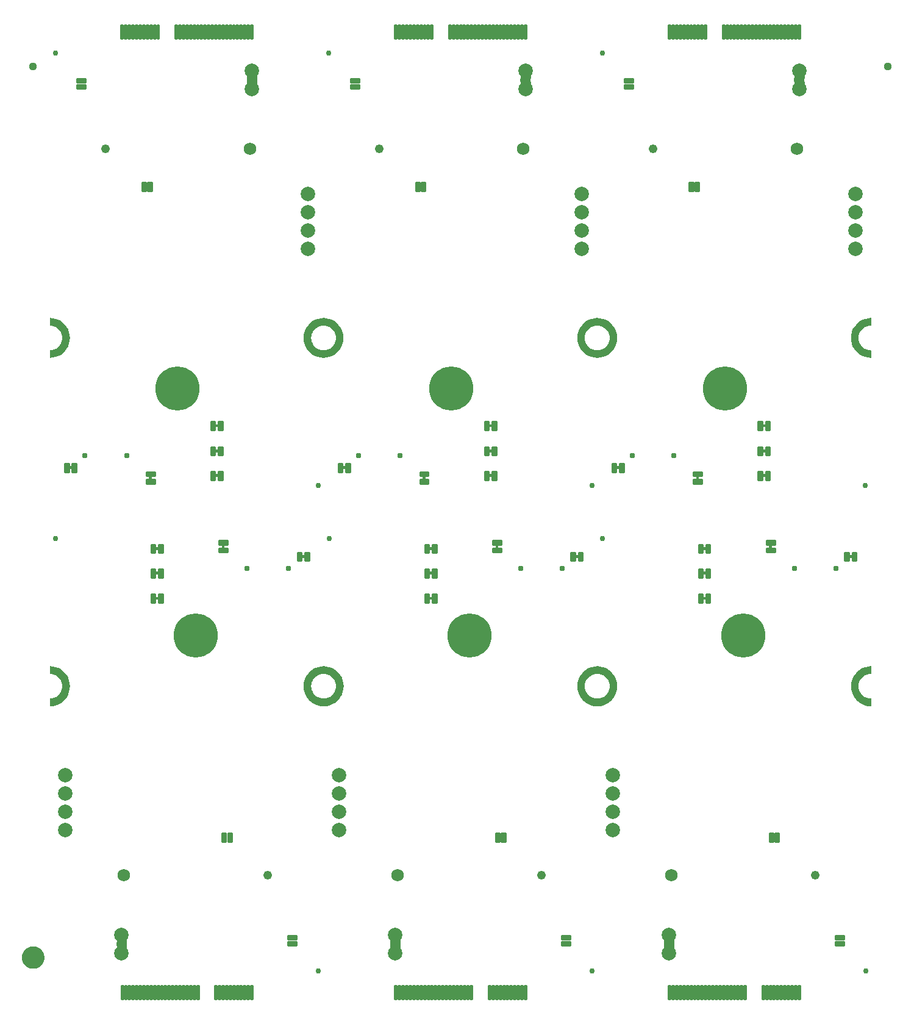
<source format=gbs>
G04 EAGLE Gerber RS-274X export*
G75*
%MOMM*%
%FSLAX34Y34*%
%LPD*%
%INSoldermask Bottom*%
%IPPOS*%
%AMOC8*
5,1,8,0,0,1.08239X$1,22.5*%
G01*
%ADD10C,0.228600*%
%ADD11C,0.777000*%
%ADD12C,0.228344*%
%ADD13C,6.127000*%
%ADD14C,0.762000*%
%ADD15C,2.006600*%
%ADD16C,1.227000*%
%ADD17C,1.727000*%
%ADD18C,0.228959*%
%ADD19C,0.736600*%
%ADD20C,1.127000*%
%ADD21C,1.270000*%
%ADD22C,1.627000*%

G36*
X761329Y896029D02*
X761329Y896029D01*
X761338Y896032D01*
X761364Y896034D01*
X765198Y896868D01*
X765207Y896872D01*
X765232Y896878D01*
X768908Y898249D01*
X768916Y898255D01*
X768941Y898264D01*
X772384Y900144D01*
X772391Y900151D01*
X772414Y900163D01*
X775555Y902515D01*
X775561Y902523D01*
X775582Y902538D01*
X778357Y905313D01*
X778361Y905321D01*
X778380Y905339D01*
X780731Y908480D01*
X780735Y908490D01*
X780751Y908510D01*
X782631Y911954D01*
X782633Y911963D01*
X782646Y911986D01*
X784017Y915663D01*
X784018Y915672D01*
X784027Y915697D01*
X784861Y919531D01*
X784860Y919540D01*
X784866Y919566D01*
X785146Y923480D01*
X785144Y923489D01*
X785146Y923515D01*
X784866Y927429D01*
X784865Y927433D01*
X784865Y927436D01*
X784862Y927442D01*
X784861Y927464D01*
X784027Y931298D01*
X784022Y931307D01*
X784017Y931332D01*
X782646Y935008D01*
X782640Y935016D01*
X782631Y935041D01*
X780751Y938484D01*
X780744Y938491D01*
X780731Y938514D01*
X778380Y941655D01*
X778372Y941661D01*
X778357Y941682D01*
X775582Y944457D01*
X775574Y944461D01*
X775555Y944480D01*
X772414Y946831D01*
X772405Y946835D01*
X772384Y946851D01*
X768941Y948731D01*
X768931Y948733D01*
X768908Y948746D01*
X765232Y950117D01*
X765223Y950118D01*
X765198Y950127D01*
X761364Y950961D01*
X761354Y950960D01*
X761329Y950966D01*
X757415Y951246D01*
X757403Y951243D01*
X757370Y951246D01*
X753457Y950966D01*
X753447Y950963D01*
X753421Y950961D01*
X749587Y950127D01*
X749579Y950122D01*
X749553Y950117D01*
X745877Y948746D01*
X745869Y948740D01*
X745845Y948731D01*
X742401Y946851D01*
X742394Y946844D01*
X742371Y946831D01*
X739230Y944480D01*
X739224Y944472D01*
X739203Y944457D01*
X736429Y941682D01*
X736424Y941674D01*
X736405Y941655D01*
X734054Y938514D01*
X734051Y938505D01*
X734035Y938484D01*
X732154Y935041D01*
X732152Y935031D01*
X732140Y935008D01*
X730768Y931332D01*
X730768Y931323D01*
X730758Y931298D01*
X729924Y927464D01*
X729925Y927454D01*
X729919Y927429D01*
X729639Y923515D01*
X729641Y923506D01*
X729639Y923480D01*
X729919Y919566D01*
X729923Y919557D01*
X729924Y919531D01*
X730758Y915697D01*
X730763Y915688D01*
X730768Y915663D01*
X732140Y911986D01*
X732145Y911979D01*
X732154Y911954D01*
X734035Y908510D01*
X734042Y908504D01*
X734054Y908480D01*
X736405Y905339D01*
X736413Y905334D01*
X736429Y905313D01*
X739203Y902538D01*
X739212Y902533D01*
X739230Y902515D01*
X742371Y900163D01*
X742380Y900160D01*
X742401Y900144D01*
X745845Y898264D01*
X745854Y898262D01*
X745877Y898249D01*
X749553Y896878D01*
X749563Y896877D01*
X749587Y896868D01*
X753421Y896034D01*
X753431Y896034D01*
X753457Y896029D01*
X757370Y895749D01*
X757382Y895751D01*
X757415Y895749D01*
X761329Y896029D01*
G37*
G36*
X381441Y412531D02*
X381441Y412531D01*
X381450Y412535D01*
X381476Y412536D01*
X385310Y413370D01*
X385319Y413375D01*
X385344Y413380D01*
X389020Y414752D01*
X389028Y414757D01*
X389053Y414766D01*
X392496Y416647D01*
X392503Y416654D01*
X392526Y416666D01*
X395667Y419017D01*
X395673Y419025D01*
X395694Y419041D01*
X398469Y421815D01*
X398473Y421824D01*
X398492Y421842D01*
X400843Y424983D01*
X400847Y424992D01*
X400863Y425013D01*
X402743Y428457D01*
X402745Y428466D01*
X402758Y428489D01*
X404129Y432165D01*
X404130Y432175D01*
X404139Y432199D01*
X404973Y436033D01*
X404972Y436043D01*
X404978Y436069D01*
X405258Y439982D01*
X405256Y439992D01*
X405258Y440018D01*
X404978Y443931D01*
X404977Y443936D01*
X404977Y443939D01*
X404974Y443945D01*
X404973Y443967D01*
X404139Y447801D01*
X404134Y447809D01*
X404129Y447835D01*
X402758Y451511D01*
X402752Y451519D01*
X402743Y451543D01*
X400863Y454987D01*
X400856Y454994D01*
X400843Y455017D01*
X398492Y458158D01*
X398484Y458164D01*
X398469Y458185D01*
X395694Y460959D01*
X395686Y460964D01*
X395667Y460983D01*
X392526Y463334D01*
X392517Y463337D01*
X392496Y463353D01*
X389053Y465234D01*
X389043Y465236D01*
X389020Y465248D01*
X385344Y466620D01*
X385335Y466620D01*
X385310Y466630D01*
X381476Y467464D01*
X381466Y467463D01*
X381441Y467469D01*
X377527Y467749D01*
X377515Y467746D01*
X377482Y467749D01*
X373569Y467469D01*
X373559Y467465D01*
X373533Y467464D01*
X369699Y466630D01*
X369691Y466625D01*
X369665Y466620D01*
X365989Y465248D01*
X365981Y465243D01*
X365957Y465234D01*
X362513Y463353D01*
X362506Y463346D01*
X362483Y463334D01*
X359342Y460983D01*
X359336Y460975D01*
X359315Y460959D01*
X356541Y458185D01*
X356536Y458176D01*
X356517Y458158D01*
X354166Y455017D01*
X354163Y455008D01*
X354147Y454987D01*
X352266Y451543D01*
X352264Y451534D01*
X352252Y451511D01*
X350880Y447835D01*
X350880Y447825D01*
X350870Y447801D01*
X350036Y443967D01*
X350037Y443957D01*
X350031Y443931D01*
X349751Y440018D01*
X349753Y440008D01*
X349751Y439982D01*
X350031Y436069D01*
X350035Y436059D01*
X350036Y436033D01*
X350870Y432199D01*
X350875Y432191D01*
X350880Y432165D01*
X352252Y428489D01*
X352257Y428481D01*
X352266Y428457D01*
X354147Y425013D01*
X354154Y425006D01*
X354166Y424983D01*
X356517Y421842D01*
X356525Y421836D01*
X356541Y421815D01*
X359315Y419041D01*
X359324Y419036D01*
X359342Y419017D01*
X362483Y416666D01*
X362492Y416663D01*
X362513Y416647D01*
X365957Y414766D01*
X365966Y414764D01*
X365989Y414752D01*
X369665Y413380D01*
X369675Y413380D01*
X369699Y413370D01*
X373533Y412536D01*
X373543Y412537D01*
X373569Y412531D01*
X377482Y412251D01*
X377494Y412254D01*
X377527Y412251D01*
X381441Y412531D01*
G37*
G36*
X377435Y895751D02*
X377435Y895751D01*
X377437Y895750D01*
X377439Y895751D01*
X381319Y896029D01*
X381329Y896032D01*
X381355Y896034D01*
X385189Y896868D01*
X385197Y896872D01*
X385223Y896878D01*
X388899Y898249D01*
X388907Y898255D01*
X388931Y898264D01*
X392375Y900144D01*
X392382Y900151D01*
X392405Y900163D01*
X395546Y902515D01*
X395552Y902523D01*
X395573Y902538D01*
X398347Y905313D01*
X398352Y905321D01*
X398371Y905339D01*
X400722Y908480D01*
X400725Y908490D01*
X400741Y908510D01*
X402622Y911954D01*
X402624Y911963D01*
X402636Y911986D01*
X404008Y915663D01*
X404008Y915672D01*
X404018Y915697D01*
X404852Y919531D01*
X404851Y919540D01*
X404857Y919566D01*
X405137Y923480D01*
X405135Y923489D01*
X405137Y923515D01*
X404857Y927429D01*
X404855Y927433D01*
X404856Y927436D01*
X404853Y927442D01*
X404852Y927464D01*
X404018Y931298D01*
X404013Y931307D01*
X404008Y931332D01*
X402636Y935008D01*
X402631Y935016D01*
X402622Y935041D01*
X400741Y938484D01*
X400734Y938491D01*
X400722Y938514D01*
X398371Y941655D01*
X398363Y941661D01*
X398347Y941682D01*
X395573Y944457D01*
X395564Y944461D01*
X395546Y944480D01*
X392405Y946831D01*
X392396Y946835D01*
X392375Y946851D01*
X388931Y948731D01*
X388922Y948733D01*
X388899Y948746D01*
X385223Y950117D01*
X385213Y950118D01*
X385189Y950127D01*
X381355Y950961D01*
X381345Y950960D01*
X381319Y950966D01*
X377406Y951246D01*
X377401Y951245D01*
X377386Y951246D01*
X377357Y951244D01*
X377355Y951244D01*
X377353Y951244D01*
X373473Y950966D01*
X373463Y950963D01*
X373437Y950961D01*
X369603Y950127D01*
X369595Y950122D01*
X369569Y950117D01*
X365893Y948746D01*
X365885Y948740D01*
X365861Y948731D01*
X362417Y946851D01*
X362410Y946844D01*
X362387Y946831D01*
X359246Y944480D01*
X359240Y944472D01*
X359219Y944457D01*
X356445Y941682D01*
X356440Y941674D01*
X356421Y941655D01*
X354070Y938514D01*
X354067Y938505D01*
X354051Y938484D01*
X352170Y935041D01*
X352168Y935031D01*
X352156Y935008D01*
X350784Y931332D01*
X350784Y931323D01*
X350774Y931298D01*
X349940Y927464D01*
X349941Y927454D01*
X349935Y927429D01*
X349655Y923515D01*
X349657Y923506D01*
X349655Y923480D01*
X349935Y919566D01*
X349939Y919557D01*
X349940Y919531D01*
X350774Y915697D01*
X350779Y915688D01*
X350784Y915663D01*
X352156Y911986D01*
X352161Y911979D01*
X352170Y911954D01*
X354051Y908510D01*
X354058Y908504D01*
X354070Y908480D01*
X356421Y905339D01*
X356429Y905334D01*
X356445Y905313D01*
X359219Y902538D01*
X359228Y902533D01*
X359246Y902515D01*
X362387Y900163D01*
X362396Y900160D01*
X362417Y900144D01*
X365861Y898264D01*
X365870Y898262D01*
X365893Y898249D01*
X369569Y896878D01*
X369579Y896877D01*
X369603Y896868D01*
X373437Y896034D01*
X373447Y896034D01*
X373473Y896029D01*
X377386Y895749D01*
X377391Y895750D01*
X377406Y895749D01*
X377435Y895751D01*
G37*
G36*
X757540Y412253D02*
X757540Y412253D01*
X757543Y412253D01*
X757545Y412254D01*
X761425Y412531D01*
X761434Y412535D01*
X761460Y412536D01*
X765294Y413370D01*
X765303Y413375D01*
X765328Y413380D01*
X769004Y414752D01*
X769012Y414757D01*
X769037Y414766D01*
X772480Y416647D01*
X772487Y416654D01*
X772510Y416666D01*
X775651Y419017D01*
X775657Y419025D01*
X775678Y419041D01*
X778453Y421815D01*
X778457Y421824D01*
X778476Y421842D01*
X780827Y424983D01*
X780831Y424992D01*
X780847Y425013D01*
X782727Y428457D01*
X782729Y428466D01*
X782742Y428489D01*
X784113Y432165D01*
X784114Y432175D01*
X784123Y432199D01*
X784957Y436033D01*
X784956Y436043D01*
X784962Y436069D01*
X785242Y439982D01*
X785240Y439992D01*
X785242Y440018D01*
X784962Y443931D01*
X784961Y443936D01*
X784961Y443939D01*
X784958Y443945D01*
X784957Y443967D01*
X784123Y447801D01*
X784118Y447809D01*
X784113Y447835D01*
X782742Y451511D01*
X782736Y451519D01*
X782727Y451543D01*
X780847Y454987D01*
X780840Y454994D01*
X780827Y455017D01*
X778476Y458158D01*
X778468Y458164D01*
X778453Y458185D01*
X775678Y460959D01*
X775670Y460964D01*
X775651Y460983D01*
X772510Y463334D01*
X772501Y463337D01*
X772480Y463353D01*
X769037Y465234D01*
X769027Y465236D01*
X769004Y465248D01*
X765328Y466620D01*
X765319Y466620D01*
X765294Y466630D01*
X761460Y467464D01*
X761450Y467463D01*
X761425Y467469D01*
X757511Y467749D01*
X757506Y467748D01*
X757492Y467749D01*
X757463Y467747D01*
X757460Y467747D01*
X757458Y467746D01*
X753578Y467469D01*
X753569Y467465D01*
X753543Y467464D01*
X749709Y466630D01*
X749700Y466625D01*
X749675Y466620D01*
X745998Y465248D01*
X745991Y465243D01*
X745966Y465234D01*
X742522Y463353D01*
X742516Y463346D01*
X742492Y463334D01*
X739351Y460983D01*
X739346Y460975D01*
X739325Y460959D01*
X736550Y458185D01*
X736545Y458176D01*
X736527Y458158D01*
X734175Y455017D01*
X734172Y455008D01*
X734156Y454987D01*
X732276Y451543D01*
X732274Y451534D01*
X732261Y451511D01*
X730890Y447835D01*
X730889Y447825D01*
X730880Y447801D01*
X730046Y443967D01*
X730046Y443957D01*
X730041Y443931D01*
X729761Y440018D01*
X729763Y440008D01*
X729761Y439982D01*
X730041Y436069D01*
X730044Y436059D01*
X730046Y436033D01*
X730880Y432199D01*
X730884Y432191D01*
X730890Y432165D01*
X732261Y428489D01*
X732267Y428481D01*
X732276Y428457D01*
X734156Y425013D01*
X734163Y425006D01*
X734175Y424983D01*
X736527Y421842D01*
X736535Y421836D01*
X736550Y421815D01*
X739325Y419041D01*
X739333Y419036D01*
X739351Y419017D01*
X742492Y416666D01*
X742502Y416663D01*
X742522Y416647D01*
X745966Y414766D01*
X745975Y414764D01*
X745998Y414752D01*
X749675Y413380D01*
X749684Y413380D01*
X749709Y413370D01*
X753543Y412536D01*
X753552Y412537D01*
X753578Y412531D01*
X757492Y412251D01*
X757497Y412253D01*
X757511Y412251D01*
X757540Y412253D01*
G37*
%LPC*%
G36*
X374802Y422962D02*
X374802Y422962D01*
X372169Y423594D01*
X369669Y424630D01*
X367361Y426044D01*
X365302Y427802D01*
X363544Y429861D01*
X362130Y432169D01*
X361094Y434669D01*
X360462Y437302D01*
X360250Y440000D01*
X360462Y442698D01*
X361094Y445331D01*
X362130Y447831D01*
X363544Y450139D01*
X365302Y452198D01*
X367361Y453956D01*
X369669Y455370D01*
X372169Y456406D01*
X374802Y457038D01*
X377505Y457250D01*
X380208Y457038D01*
X382840Y456406D01*
X385341Y455370D01*
X387649Y453956D01*
X389707Y452198D01*
X391465Y450139D01*
X392879Y447831D01*
X393915Y445331D01*
X394547Y442698D01*
X394759Y440000D01*
X394547Y437302D01*
X393915Y434669D01*
X392879Y432169D01*
X391465Y429861D01*
X389707Y427802D01*
X387649Y426044D01*
X385341Y424630D01*
X382840Y423594D01*
X380208Y422962D01*
X377505Y422750D01*
X374802Y422962D01*
G37*
%LPD*%
%LPC*%
G36*
X754690Y906460D02*
X754690Y906460D01*
X752057Y907092D01*
X749557Y908128D01*
X747249Y909542D01*
X745190Y911300D01*
X743432Y913358D01*
X742018Y915666D01*
X740982Y918167D01*
X740350Y920799D01*
X740138Y923497D01*
X740350Y926196D01*
X740982Y928828D01*
X742018Y931329D01*
X743432Y933637D01*
X745190Y935695D01*
X747249Y937453D01*
X749557Y938867D01*
X752057Y939903D01*
X754690Y940535D01*
X757393Y940748D01*
X760096Y940535D01*
X762728Y939903D01*
X765229Y938867D01*
X767537Y937453D01*
X769595Y935695D01*
X771353Y933637D01*
X772767Y931329D01*
X773803Y928828D01*
X774435Y926196D01*
X774647Y923497D01*
X774435Y920799D01*
X773803Y918167D01*
X772767Y915666D01*
X771353Y913358D01*
X769595Y911300D01*
X767537Y909542D01*
X765229Y908128D01*
X762728Y907092D01*
X760096Y906460D01*
X757393Y906247D01*
X754690Y906460D01*
G37*
%LPD*%
%LPC*%
G36*
X754811Y422962D02*
X754811Y422962D01*
X752179Y423594D01*
X749678Y424630D01*
X747370Y426044D01*
X745312Y427802D01*
X743554Y429861D01*
X742140Y432169D01*
X741104Y434669D01*
X740472Y437302D01*
X740259Y440000D01*
X740472Y442698D01*
X741104Y445331D01*
X742140Y447831D01*
X743554Y450139D01*
X745312Y452198D01*
X747370Y453956D01*
X749678Y455370D01*
X752179Y456406D01*
X754811Y457038D01*
X757501Y457249D01*
X760192Y457038D01*
X762824Y456406D01*
X765325Y455370D01*
X767633Y453956D01*
X769691Y452198D01*
X771449Y450139D01*
X772863Y447831D01*
X773899Y445331D01*
X774531Y442698D01*
X774743Y440000D01*
X774531Y437302D01*
X773899Y434669D01*
X772863Y432169D01*
X771449Y429861D01*
X769691Y427802D01*
X767633Y426044D01*
X765325Y424630D01*
X762824Y423594D01*
X760192Y422962D01*
X757501Y422751D01*
X754811Y422962D01*
G37*
%LPD*%
%LPC*%
G36*
X374706Y906460D02*
X374706Y906460D01*
X372073Y907092D01*
X369573Y908128D01*
X367265Y909542D01*
X365206Y911300D01*
X363448Y913358D01*
X362034Y915666D01*
X360998Y918167D01*
X360366Y920799D01*
X360154Y923497D01*
X360366Y926196D01*
X360998Y928828D01*
X362034Y931329D01*
X363448Y933637D01*
X365206Y935695D01*
X367265Y937453D01*
X369573Y938867D01*
X372073Y939903D01*
X374706Y940535D01*
X377396Y940747D01*
X380086Y940535D01*
X382719Y939903D01*
X385219Y938867D01*
X387527Y937453D01*
X389586Y935695D01*
X391344Y933637D01*
X392758Y931329D01*
X393794Y928828D01*
X394426Y926196D01*
X394638Y923497D01*
X394426Y920799D01*
X393794Y918167D01*
X392758Y915666D01*
X391344Y913358D01*
X389586Y911300D01*
X387527Y909542D01*
X385219Y908128D01*
X382719Y907092D01*
X380086Y906460D01*
X377396Y906248D01*
X374706Y906460D01*
G37*
%LPD*%
G36*
X1335Y896029D02*
X1335Y896029D01*
X1345Y896032D01*
X1371Y896034D01*
X5205Y896868D01*
X5213Y896872D01*
X5239Y896878D01*
X8915Y898249D01*
X8923Y898255D01*
X8947Y898264D01*
X12391Y900144D01*
X12398Y900151D01*
X12421Y900163D01*
X15562Y902515D01*
X15568Y902523D01*
X15589Y902538D01*
X18363Y905313D01*
X18368Y905321D01*
X18387Y905339D01*
X20738Y908480D01*
X20741Y908490D01*
X20757Y908510D01*
X22638Y911954D01*
X22640Y911963D01*
X22652Y911986D01*
X24024Y915663D01*
X24024Y915672D01*
X24034Y915697D01*
X24868Y919531D01*
X24867Y919540D01*
X24873Y919566D01*
X25153Y923480D01*
X25151Y923489D01*
X25153Y923515D01*
X24873Y927429D01*
X24871Y927433D01*
X24872Y927436D01*
X24869Y927442D01*
X24868Y927464D01*
X24034Y931298D01*
X24029Y931307D01*
X24024Y931332D01*
X22652Y935008D01*
X22647Y935016D01*
X22638Y935041D01*
X20757Y938484D01*
X20750Y938491D01*
X20738Y938514D01*
X18387Y941655D01*
X18379Y941661D01*
X18363Y941682D01*
X15589Y944457D01*
X15580Y944461D01*
X15562Y944480D01*
X12421Y946831D01*
X12412Y946835D01*
X12391Y946851D01*
X8947Y948731D01*
X8938Y948733D01*
X8915Y948746D01*
X5239Y950117D01*
X5229Y950118D01*
X5205Y950127D01*
X1371Y950961D01*
X1361Y950960D01*
X1335Y950966D01*
X-2578Y951246D01*
X-2604Y951241D01*
X-2629Y951244D01*
X-2671Y951226D01*
X-2715Y951217D01*
X-2733Y951198D01*
X-2757Y951188D01*
X-2782Y951150D01*
X-2814Y951118D01*
X-2820Y951093D01*
X-2834Y951071D01*
X-2845Y950997D01*
X-2845Y940997D01*
X-2843Y940990D01*
X-2845Y940983D01*
X-2824Y940924D01*
X-2806Y940863D01*
X-2801Y940858D01*
X-2798Y940852D01*
X-2748Y940813D01*
X-2701Y940771D01*
X-2694Y940770D01*
X-2688Y940766D01*
X-2616Y940749D01*
X102Y940535D01*
X2735Y939903D01*
X5235Y938867D01*
X7543Y937453D01*
X9602Y935695D01*
X11360Y933637D01*
X12774Y931329D01*
X13810Y928828D01*
X14442Y926196D01*
X14654Y923497D01*
X14442Y920799D01*
X13810Y918167D01*
X12774Y915666D01*
X11360Y913358D01*
X9602Y911300D01*
X7543Y909542D01*
X5235Y908128D01*
X2735Y907092D01*
X102Y906460D01*
X-2616Y906246D01*
X-2622Y906243D01*
X-2629Y906244D01*
X-2687Y906219D01*
X-2746Y906196D01*
X-2751Y906191D01*
X-2757Y906188D01*
X-2792Y906135D01*
X-2830Y906084D01*
X-2830Y906077D01*
X-2834Y906071D01*
X-2845Y905997D01*
X-2845Y895997D01*
X-2838Y895972D01*
X-2840Y895946D01*
X-2819Y895907D01*
X-2806Y895863D01*
X-2786Y895846D01*
X-2774Y895823D01*
X-2735Y895801D01*
X-2701Y895771D01*
X-2675Y895767D01*
X-2652Y895755D01*
X-2578Y895749D01*
X1335Y896029D01*
G37*
G36*
X1431Y412531D02*
X1431Y412531D01*
X1441Y412535D01*
X1467Y412536D01*
X5301Y413370D01*
X5309Y413375D01*
X5335Y413380D01*
X9011Y414752D01*
X9019Y414757D01*
X9043Y414766D01*
X12487Y416647D01*
X12494Y416654D01*
X12517Y416666D01*
X15658Y419017D01*
X15664Y419025D01*
X15685Y419041D01*
X18459Y421815D01*
X18464Y421824D01*
X18483Y421842D01*
X20834Y424983D01*
X20837Y424992D01*
X20853Y425013D01*
X22734Y428457D01*
X22736Y428466D01*
X22748Y428489D01*
X24120Y432165D01*
X24120Y432175D01*
X24130Y432199D01*
X24964Y436033D01*
X24963Y436043D01*
X24969Y436069D01*
X25249Y439982D01*
X25247Y439992D01*
X25249Y440018D01*
X24969Y443931D01*
X24967Y443936D01*
X24968Y443939D01*
X24965Y443945D01*
X24964Y443967D01*
X24130Y447801D01*
X24125Y447809D01*
X24120Y447835D01*
X22748Y451511D01*
X22743Y451519D01*
X22734Y451543D01*
X20853Y454987D01*
X20846Y454994D01*
X20834Y455017D01*
X18483Y458158D01*
X18475Y458164D01*
X18459Y458185D01*
X15685Y460959D01*
X15676Y460964D01*
X15658Y460983D01*
X12517Y463334D01*
X12508Y463337D01*
X12487Y463353D01*
X9043Y465234D01*
X9034Y465236D01*
X9011Y465248D01*
X5335Y466620D01*
X5325Y466620D01*
X5301Y466630D01*
X1467Y467464D01*
X1457Y467463D01*
X1431Y467469D01*
X-2482Y467749D01*
X-2508Y467743D01*
X-2533Y467747D01*
X-2575Y467729D01*
X-2619Y467719D01*
X-2637Y467701D01*
X-2661Y467690D01*
X-2686Y467652D01*
X-2718Y467621D01*
X-2724Y467595D01*
X-2738Y467574D01*
X-2749Y467500D01*
X-2749Y457500D01*
X-2747Y457493D01*
X-2749Y457486D01*
X-2728Y457427D01*
X-2710Y457366D01*
X-2705Y457361D01*
X-2702Y457354D01*
X-2652Y457316D01*
X-2605Y457274D01*
X-2598Y457273D01*
X-2592Y457268D01*
X-2520Y457252D01*
X198Y457038D01*
X2831Y456406D01*
X5331Y455370D01*
X7639Y453956D01*
X9698Y452198D01*
X11456Y450139D01*
X12870Y447831D01*
X13906Y445331D01*
X14538Y442698D01*
X14750Y440000D01*
X14538Y437302D01*
X13906Y434669D01*
X12870Y432169D01*
X11456Y429861D01*
X9698Y427802D01*
X7639Y426044D01*
X5331Y424630D01*
X2831Y423594D01*
X198Y422962D01*
X-2520Y422748D01*
X-2526Y422746D01*
X-2533Y422747D01*
X-2591Y422721D01*
X-2650Y422699D01*
X-2655Y422693D01*
X-2661Y422690D01*
X-2696Y422637D01*
X-2734Y422587D01*
X-2734Y422580D01*
X-2738Y422574D01*
X-2749Y422500D01*
X-2749Y412500D01*
X-2742Y412475D01*
X-2744Y412449D01*
X-2723Y412409D01*
X-2710Y412366D01*
X-2690Y412349D01*
X-2678Y412326D01*
X-2639Y412304D01*
X-2605Y412274D01*
X-2579Y412270D01*
X-2556Y412257D01*
X-2482Y412251D01*
X1431Y412531D01*
G37*
G36*
X1137405Y895754D02*
X1137405Y895754D01*
X1137431Y895750D01*
X1137472Y895769D01*
X1137516Y895778D01*
X1137535Y895797D01*
X1137559Y895807D01*
X1137583Y895845D01*
X1137616Y895877D01*
X1137621Y895902D01*
X1137636Y895924D01*
X1137647Y895997D01*
X1137647Y905997D01*
X1137645Y906004D01*
X1137646Y906011D01*
X1137625Y906071D01*
X1137607Y906132D01*
X1137602Y906136D01*
X1137600Y906143D01*
X1137550Y906182D01*
X1137502Y906224D01*
X1137495Y906225D01*
X1137489Y906229D01*
X1137417Y906246D01*
X1134699Y906460D01*
X1132067Y907092D01*
X1129566Y908128D01*
X1127258Y909542D01*
X1125200Y911300D01*
X1123442Y913358D01*
X1122028Y915666D01*
X1120992Y918167D01*
X1120360Y920799D01*
X1120147Y923497D01*
X1120360Y926196D01*
X1120992Y928828D01*
X1122028Y931329D01*
X1123442Y933637D01*
X1125200Y935695D01*
X1127258Y937453D01*
X1129566Y938867D01*
X1132067Y939903D01*
X1134699Y940535D01*
X1137417Y940749D01*
X1137424Y940752D01*
X1137431Y940750D01*
X1137489Y940776D01*
X1137548Y940799D01*
X1137552Y940804D01*
X1137559Y940807D01*
X1137593Y940860D01*
X1137631Y940911D01*
X1137632Y940918D01*
X1137636Y940924D01*
X1137647Y940997D01*
X1137647Y950997D01*
X1137639Y951022D01*
X1137641Y951048D01*
X1137620Y951088D01*
X1137607Y951132D01*
X1137588Y951149D01*
X1137576Y951172D01*
X1137536Y951194D01*
X1137502Y951224D01*
X1137476Y951227D01*
X1137454Y951240D01*
X1137380Y951246D01*
X1133466Y950966D01*
X1133457Y950963D01*
X1133431Y950961D01*
X1129597Y950127D01*
X1129588Y950122D01*
X1129563Y950117D01*
X1125886Y948746D01*
X1125879Y948740D01*
X1125854Y948731D01*
X1122410Y946851D01*
X1122404Y946844D01*
X1122380Y946831D01*
X1119239Y944480D01*
X1119234Y944472D01*
X1119213Y944457D01*
X1116438Y941682D01*
X1116433Y941674D01*
X1116415Y941655D01*
X1114063Y938514D01*
X1114060Y938505D01*
X1114044Y938484D01*
X1112164Y935041D01*
X1112162Y935031D01*
X1112149Y935008D01*
X1110778Y931332D01*
X1110777Y931323D01*
X1110768Y931298D01*
X1109934Y927464D01*
X1109934Y927454D01*
X1109929Y927429D01*
X1109649Y923515D01*
X1109651Y923506D01*
X1109649Y923480D01*
X1109929Y919566D01*
X1109932Y919557D01*
X1109934Y919531D01*
X1110768Y915697D01*
X1110772Y915688D01*
X1110778Y915663D01*
X1112149Y911986D01*
X1112155Y911979D01*
X1112164Y911954D01*
X1114044Y908510D01*
X1114051Y908504D01*
X1114063Y908480D01*
X1116415Y905339D01*
X1116423Y905334D01*
X1116438Y905313D01*
X1119213Y902538D01*
X1119221Y902533D01*
X1119239Y902515D01*
X1122380Y900163D01*
X1122390Y900160D01*
X1122410Y900144D01*
X1125854Y898264D01*
X1125863Y898262D01*
X1125886Y898249D01*
X1129563Y896878D01*
X1129572Y896877D01*
X1129597Y896868D01*
X1133431Y896034D01*
X1133440Y896034D01*
X1133466Y896029D01*
X1137380Y895749D01*
X1137405Y895754D01*
G37*
G36*
X1137501Y412257D02*
X1137501Y412257D01*
X1137527Y412253D01*
X1137568Y412271D01*
X1137612Y412281D01*
X1137631Y412299D01*
X1137655Y412310D01*
X1137679Y412348D01*
X1137712Y412379D01*
X1137717Y412405D01*
X1137732Y412427D01*
X1137743Y412500D01*
X1137743Y422500D01*
X1137741Y422507D01*
X1137742Y422514D01*
X1137721Y422573D01*
X1137703Y422634D01*
X1137698Y422639D01*
X1137696Y422646D01*
X1137646Y422685D01*
X1137598Y422726D01*
X1137591Y422727D01*
X1137585Y422732D01*
X1137513Y422748D01*
X1134795Y422962D01*
X1132163Y423594D01*
X1129662Y424630D01*
X1127354Y426044D01*
X1125296Y427802D01*
X1123538Y429861D01*
X1122124Y432169D01*
X1121088Y434669D01*
X1120456Y437302D01*
X1120243Y440000D01*
X1120456Y442698D01*
X1121088Y445331D01*
X1122124Y447831D01*
X1123538Y450139D01*
X1125296Y452198D01*
X1127354Y453956D01*
X1129662Y455370D01*
X1132163Y456406D01*
X1134795Y457038D01*
X1137513Y457252D01*
X1137520Y457254D01*
X1137527Y457253D01*
X1137585Y457279D01*
X1137644Y457301D01*
X1137648Y457307D01*
X1137655Y457310D01*
X1137689Y457363D01*
X1137727Y457413D01*
X1137728Y457421D01*
X1137732Y457427D01*
X1137743Y457500D01*
X1137743Y467500D01*
X1137735Y467525D01*
X1137737Y467551D01*
X1137716Y467591D01*
X1137703Y467634D01*
X1137684Y467651D01*
X1137672Y467674D01*
X1137632Y467696D01*
X1137598Y467726D01*
X1137572Y467730D01*
X1137550Y467743D01*
X1137476Y467749D01*
X1133562Y467469D01*
X1133553Y467465D01*
X1133527Y467464D01*
X1129693Y466630D01*
X1129684Y466625D01*
X1129659Y466620D01*
X1125982Y465248D01*
X1125975Y465243D01*
X1125950Y465234D01*
X1122506Y463353D01*
X1122500Y463346D01*
X1122476Y463334D01*
X1119335Y460983D01*
X1119330Y460975D01*
X1119309Y460959D01*
X1116534Y458185D01*
X1116529Y458176D01*
X1116511Y458158D01*
X1114159Y455017D01*
X1114156Y455008D01*
X1114140Y454987D01*
X1112260Y451543D01*
X1112258Y451534D01*
X1112245Y451511D01*
X1110874Y447835D01*
X1110873Y447825D01*
X1110864Y447801D01*
X1110030Y443967D01*
X1110030Y443957D01*
X1110025Y443931D01*
X1109745Y440018D01*
X1109747Y440008D01*
X1109745Y439982D01*
X1110025Y436069D01*
X1110028Y436059D01*
X1110030Y436033D01*
X1110864Y432199D01*
X1110868Y432191D01*
X1110874Y432165D01*
X1112245Y428489D01*
X1112251Y428481D01*
X1112260Y428457D01*
X1114140Y425013D01*
X1114147Y425006D01*
X1114159Y424983D01*
X1116511Y421842D01*
X1116519Y421836D01*
X1116534Y421815D01*
X1119309Y419041D01*
X1119317Y419036D01*
X1119335Y419017D01*
X1122476Y416666D01*
X1122486Y416663D01*
X1122506Y416647D01*
X1125950Y414766D01*
X1125959Y414764D01*
X1125982Y414752D01*
X1129659Y413380D01*
X1129668Y413380D01*
X1129693Y413370D01*
X1133527Y412536D01*
X1133536Y412537D01*
X1133562Y412531D01*
X1137476Y412251D01*
X1137501Y412257D01*
G37*
G36*
X284573Y1278970D02*
X284573Y1278970D01*
X284639Y1278972D01*
X284682Y1278989D01*
X284729Y1278998D01*
X284786Y1279031D01*
X284846Y1279056D01*
X284881Y1279088D01*
X284922Y1279112D01*
X284964Y1279163D01*
X285012Y1279207D01*
X285034Y1279250D01*
X285063Y1279286D01*
X285084Y1279348D01*
X285115Y1279407D01*
X285123Y1279461D01*
X285135Y1279499D01*
X285134Y1279538D01*
X285142Y1279592D01*
X285142Y1283402D01*
X285131Y1283467D01*
X285129Y1283533D01*
X285111Y1283577D01*
X285103Y1283623D01*
X285069Y1283680D01*
X285044Y1283741D01*
X285013Y1283776D01*
X284988Y1283816D01*
X284937Y1283858D01*
X284893Y1283906D01*
X284851Y1283928D01*
X284814Y1283958D01*
X284752Y1283979D01*
X284693Y1284009D01*
X284639Y1284017D01*
X284602Y1284030D01*
X284562Y1284029D01*
X284508Y1284037D01*
X271300Y1284037D01*
X271235Y1284025D01*
X271169Y1284023D01*
X271126Y1284005D01*
X271079Y1283997D01*
X271022Y1283963D01*
X270962Y1283939D01*
X270927Y1283907D01*
X270886Y1283883D01*
X270845Y1283832D01*
X270796Y1283787D01*
X270774Y1283745D01*
X270745Y1283709D01*
X270724Y1283646D01*
X270693Y1283588D01*
X270685Y1283533D01*
X270673Y1283496D01*
X270673Y1283492D01*
X270674Y1283456D01*
X270666Y1283402D01*
X270666Y1279592D01*
X270677Y1279528D01*
X270679Y1279462D01*
X270697Y1279418D01*
X270705Y1279372D01*
X270739Y1279315D01*
X270764Y1279254D01*
X270795Y1279219D01*
X270820Y1279178D01*
X270871Y1279137D01*
X270915Y1279088D01*
X270957Y1279067D01*
X270994Y1279037D01*
X271056Y1279016D01*
X271115Y1278986D01*
X271169Y1278978D01*
X271206Y1278965D01*
X271246Y1278966D01*
X271300Y1278958D01*
X284508Y1278958D01*
X284573Y1278970D01*
G37*
G36*
X1044566Y1278970D02*
X1044566Y1278970D01*
X1044632Y1278972D01*
X1044676Y1278989D01*
X1044722Y1278998D01*
X1044779Y1279031D01*
X1044840Y1279056D01*
X1044875Y1279088D01*
X1044915Y1279112D01*
X1044957Y1279163D01*
X1045005Y1279207D01*
X1045027Y1279250D01*
X1045057Y1279286D01*
X1045078Y1279348D01*
X1045108Y1279407D01*
X1045116Y1279461D01*
X1045129Y1279499D01*
X1045128Y1279538D01*
X1045136Y1279592D01*
X1045136Y1283402D01*
X1045124Y1283467D01*
X1045122Y1283533D01*
X1045104Y1283577D01*
X1045096Y1283623D01*
X1045062Y1283680D01*
X1045038Y1283741D01*
X1045006Y1283776D01*
X1044982Y1283816D01*
X1044931Y1283858D01*
X1044886Y1283906D01*
X1044844Y1283928D01*
X1044808Y1283958D01*
X1044745Y1283979D01*
X1044687Y1284009D01*
X1044632Y1284017D01*
X1044595Y1284030D01*
X1044556Y1284029D01*
X1044501Y1284037D01*
X1031293Y1284037D01*
X1031229Y1284025D01*
X1031163Y1284023D01*
X1031119Y1284005D01*
X1031073Y1283997D01*
X1031016Y1283963D01*
X1030955Y1283939D01*
X1030920Y1283907D01*
X1030879Y1283883D01*
X1030838Y1283832D01*
X1030789Y1283787D01*
X1030768Y1283745D01*
X1030738Y1283709D01*
X1030717Y1283646D01*
X1030687Y1283588D01*
X1030679Y1283533D01*
X1030666Y1283496D01*
X1030666Y1283492D01*
X1030667Y1283456D01*
X1030659Y1283402D01*
X1030659Y1279592D01*
X1030671Y1279528D01*
X1030673Y1279462D01*
X1030690Y1279418D01*
X1030699Y1279372D01*
X1030732Y1279315D01*
X1030757Y1279254D01*
X1030789Y1279219D01*
X1030813Y1279178D01*
X1030864Y1279137D01*
X1030908Y1279088D01*
X1030951Y1279067D01*
X1030987Y1279037D01*
X1031049Y1279016D01*
X1031108Y1278986D01*
X1031162Y1278978D01*
X1031200Y1278965D01*
X1031239Y1278966D01*
X1031293Y1278958D01*
X1044501Y1278958D01*
X1044566Y1278970D01*
G37*
G36*
X664557Y1278970D02*
X664557Y1278970D01*
X664623Y1278972D01*
X664666Y1278989D01*
X664713Y1278998D01*
X664770Y1279031D01*
X664830Y1279056D01*
X664865Y1279088D01*
X664906Y1279112D01*
X664948Y1279163D01*
X664996Y1279207D01*
X665018Y1279250D01*
X665047Y1279286D01*
X665068Y1279348D01*
X665099Y1279407D01*
X665107Y1279461D01*
X665119Y1279499D01*
X665118Y1279538D01*
X665126Y1279592D01*
X665126Y1283402D01*
X665115Y1283467D01*
X665113Y1283533D01*
X665095Y1283577D01*
X665087Y1283623D01*
X665053Y1283680D01*
X665028Y1283741D01*
X664997Y1283776D01*
X664972Y1283816D01*
X664921Y1283858D01*
X664877Y1283906D01*
X664835Y1283928D01*
X664798Y1283958D01*
X664736Y1283979D01*
X664677Y1284009D01*
X664623Y1284017D01*
X664586Y1284030D01*
X664546Y1284029D01*
X664492Y1284037D01*
X651284Y1284037D01*
X651219Y1284025D01*
X651153Y1284023D01*
X651110Y1284005D01*
X651063Y1283997D01*
X651006Y1283963D01*
X650946Y1283939D01*
X650911Y1283907D01*
X650870Y1283883D01*
X650829Y1283832D01*
X650780Y1283787D01*
X650758Y1283745D01*
X650729Y1283709D01*
X650708Y1283646D01*
X650677Y1283588D01*
X650669Y1283533D01*
X650657Y1283496D01*
X650657Y1283492D01*
X650658Y1283456D01*
X650650Y1283402D01*
X650650Y1279592D01*
X650661Y1279528D01*
X650663Y1279462D01*
X650681Y1279418D01*
X650689Y1279372D01*
X650723Y1279315D01*
X650748Y1279254D01*
X650779Y1279219D01*
X650804Y1279178D01*
X650855Y1279137D01*
X650899Y1279088D01*
X650941Y1279067D01*
X650978Y1279037D01*
X651040Y1279016D01*
X651099Y1278986D01*
X651153Y1278978D01*
X651190Y1278965D01*
X651230Y1278966D01*
X651284Y1278958D01*
X664492Y1278958D01*
X664557Y1278970D01*
G37*
G36*
X863662Y79472D02*
X863662Y79472D01*
X863728Y79474D01*
X863772Y79492D01*
X863818Y79500D01*
X863875Y79534D01*
X863936Y79559D01*
X863971Y79590D01*
X864011Y79615D01*
X864053Y79666D01*
X864101Y79710D01*
X864123Y79752D01*
X864153Y79789D01*
X864174Y79851D01*
X864204Y79910D01*
X864212Y79964D01*
X864225Y80001D01*
X864224Y80041D01*
X864232Y80095D01*
X864232Y83905D01*
X864220Y83970D01*
X864218Y84036D01*
X864200Y84079D01*
X864192Y84126D01*
X864158Y84183D01*
X864134Y84243D01*
X864102Y84278D01*
X864078Y84319D01*
X864027Y84361D01*
X863982Y84409D01*
X863940Y84431D01*
X863904Y84460D01*
X863841Y84481D01*
X863783Y84512D01*
X863728Y84520D01*
X863691Y84532D01*
X863652Y84531D01*
X863597Y84539D01*
X850389Y84539D01*
X850325Y84528D01*
X850259Y84526D01*
X850215Y84508D01*
X850169Y84500D01*
X850112Y84466D01*
X850051Y84441D01*
X850016Y84410D01*
X849975Y84385D01*
X849934Y84334D01*
X849885Y84290D01*
X849864Y84248D01*
X849834Y84211D01*
X849813Y84149D01*
X849783Y84090D01*
X849775Y84036D01*
X849762Y83999D01*
X849762Y83995D01*
X849762Y83994D01*
X849763Y83959D01*
X849755Y83905D01*
X849755Y80095D01*
X849767Y80030D01*
X849769Y79964D01*
X849786Y79921D01*
X849795Y79874D01*
X849828Y79817D01*
X849853Y79757D01*
X849885Y79722D01*
X849909Y79681D01*
X849960Y79640D01*
X850004Y79591D01*
X850047Y79569D01*
X850083Y79540D01*
X850145Y79519D01*
X850204Y79488D01*
X850258Y79480D01*
X850296Y79468D01*
X850335Y79469D01*
X850389Y79461D01*
X863597Y79461D01*
X863662Y79472D01*
G37*
G36*
X483678Y79472D02*
X483678Y79472D01*
X483744Y79474D01*
X483788Y79492D01*
X483834Y79500D01*
X483891Y79534D01*
X483952Y79559D01*
X483987Y79590D01*
X484027Y79615D01*
X484069Y79666D01*
X484117Y79710D01*
X484139Y79752D01*
X484169Y79789D01*
X484190Y79851D01*
X484220Y79910D01*
X484228Y79964D01*
X484241Y80001D01*
X484240Y80041D01*
X484248Y80095D01*
X484248Y83905D01*
X484236Y83970D01*
X484234Y84036D01*
X484216Y84079D01*
X484208Y84126D01*
X484174Y84183D01*
X484150Y84243D01*
X484118Y84278D01*
X484094Y84319D01*
X484043Y84361D01*
X483998Y84409D01*
X483956Y84431D01*
X483920Y84460D01*
X483857Y84481D01*
X483799Y84512D01*
X483744Y84520D01*
X483707Y84532D01*
X483668Y84531D01*
X483613Y84539D01*
X470405Y84539D01*
X470341Y84528D01*
X470275Y84526D01*
X470231Y84508D01*
X470185Y84500D01*
X470128Y84466D01*
X470067Y84441D01*
X470032Y84410D01*
X469991Y84385D01*
X469950Y84334D01*
X469901Y84290D01*
X469880Y84248D01*
X469850Y84211D01*
X469829Y84149D01*
X469799Y84090D01*
X469791Y84036D01*
X469778Y83999D01*
X469778Y83995D01*
X469778Y83994D01*
X469779Y83959D01*
X469771Y83905D01*
X469771Y80095D01*
X469783Y80030D01*
X469785Y79964D01*
X469802Y79921D01*
X469811Y79874D01*
X469844Y79817D01*
X469869Y79757D01*
X469901Y79722D01*
X469925Y79681D01*
X469976Y79640D01*
X470020Y79591D01*
X470063Y79569D01*
X470099Y79540D01*
X470161Y79519D01*
X470220Y79488D01*
X470274Y79480D01*
X470312Y79468D01*
X470351Y79469D01*
X470405Y79461D01*
X483613Y79461D01*
X483678Y79472D01*
G37*
G36*
X103669Y79472D02*
X103669Y79472D01*
X103735Y79474D01*
X103778Y79492D01*
X103825Y79500D01*
X103882Y79534D01*
X103942Y79559D01*
X103977Y79590D01*
X104018Y79615D01*
X104060Y79666D01*
X104108Y79710D01*
X104130Y79752D01*
X104159Y79789D01*
X104180Y79851D01*
X104211Y79910D01*
X104219Y79964D01*
X104231Y80001D01*
X104230Y80041D01*
X104238Y80095D01*
X104238Y83905D01*
X104227Y83970D01*
X104225Y84036D01*
X104207Y84079D01*
X104199Y84126D01*
X104165Y84183D01*
X104140Y84243D01*
X104109Y84278D01*
X104084Y84319D01*
X104033Y84361D01*
X103989Y84409D01*
X103947Y84431D01*
X103910Y84460D01*
X103848Y84481D01*
X103789Y84512D01*
X103735Y84520D01*
X103698Y84532D01*
X103658Y84531D01*
X103604Y84539D01*
X90396Y84539D01*
X90331Y84528D01*
X90265Y84526D01*
X90222Y84508D01*
X90175Y84500D01*
X90118Y84466D01*
X90058Y84441D01*
X90023Y84410D01*
X89982Y84385D01*
X89941Y84334D01*
X89892Y84290D01*
X89870Y84248D01*
X89841Y84211D01*
X89820Y84149D01*
X89789Y84090D01*
X89781Y84036D01*
X89769Y83999D01*
X89769Y83995D01*
X89769Y83994D01*
X89770Y83959D01*
X89762Y83905D01*
X89762Y80095D01*
X89773Y80030D01*
X89775Y79964D01*
X89793Y79921D01*
X89801Y79874D01*
X89835Y79817D01*
X89860Y79757D01*
X89891Y79722D01*
X89916Y79681D01*
X89967Y79640D01*
X90011Y79591D01*
X90053Y79569D01*
X90090Y79540D01*
X90152Y79519D01*
X90211Y79488D01*
X90265Y79480D01*
X90302Y79468D01*
X90342Y79469D01*
X90396Y79461D01*
X103604Y79461D01*
X103669Y79472D01*
G37*
G36*
X898232Y726970D02*
X898232Y726970D01*
X898298Y726972D01*
X898342Y726989D01*
X898388Y726998D01*
X898445Y727031D01*
X898506Y727056D01*
X898541Y727088D01*
X898581Y727112D01*
X898623Y727163D01*
X898671Y727207D01*
X898693Y727250D01*
X898723Y727286D01*
X898744Y727348D01*
X898774Y727407D01*
X898782Y727461D01*
X898795Y727499D01*
X898794Y727538D01*
X898802Y727592D01*
X898802Y731402D01*
X898790Y731467D01*
X898788Y731533D01*
X898770Y731577D01*
X898762Y731623D01*
X898728Y731680D01*
X898704Y731741D01*
X898672Y731776D01*
X898648Y731816D01*
X898597Y731858D01*
X898552Y731906D01*
X898510Y731928D01*
X898474Y731958D01*
X898411Y731979D01*
X898353Y732009D01*
X898298Y732017D01*
X898261Y732030D01*
X898222Y732029D01*
X898167Y732037D01*
X895627Y732037D01*
X895563Y732025D01*
X895497Y732023D01*
X895453Y732005D01*
X895407Y731997D01*
X895350Y731963D01*
X895289Y731939D01*
X895254Y731907D01*
X895213Y731883D01*
X895172Y731832D01*
X895123Y731787D01*
X895102Y731745D01*
X895072Y731709D01*
X895051Y731646D01*
X895021Y731588D01*
X895013Y731533D01*
X895000Y731496D01*
X895000Y731492D01*
X895001Y731456D01*
X894993Y731402D01*
X894993Y727592D01*
X895005Y727528D01*
X895007Y727462D01*
X895024Y727418D01*
X895033Y727372D01*
X895066Y727315D01*
X895091Y727254D01*
X895123Y727219D01*
X895147Y727178D01*
X895198Y727137D01*
X895242Y727088D01*
X895285Y727067D01*
X895321Y727037D01*
X895383Y727016D01*
X895442Y726986D01*
X895496Y726978D01*
X895534Y726965D01*
X895573Y726966D01*
X895627Y726958D01*
X898167Y726958D01*
X898232Y726970D01*
G37*
G36*
X138239Y726970D02*
X138239Y726970D01*
X138305Y726972D01*
X138348Y726989D01*
X138395Y726998D01*
X138452Y727031D01*
X138512Y727056D01*
X138547Y727088D01*
X138588Y727112D01*
X138630Y727163D01*
X138678Y727207D01*
X138700Y727250D01*
X138729Y727286D01*
X138750Y727348D01*
X138781Y727407D01*
X138789Y727461D01*
X138801Y727499D01*
X138800Y727538D01*
X138808Y727592D01*
X138808Y731402D01*
X138797Y731467D01*
X138795Y731533D01*
X138777Y731577D01*
X138769Y731623D01*
X138735Y731680D01*
X138710Y731741D01*
X138679Y731776D01*
X138654Y731816D01*
X138603Y731858D01*
X138559Y731906D01*
X138517Y731928D01*
X138480Y731958D01*
X138418Y731979D01*
X138359Y732009D01*
X138305Y732017D01*
X138268Y732030D01*
X138228Y732029D01*
X138174Y732037D01*
X135634Y732037D01*
X135569Y732025D01*
X135503Y732023D01*
X135460Y732005D01*
X135413Y731997D01*
X135356Y731963D01*
X135296Y731939D01*
X135261Y731907D01*
X135220Y731883D01*
X135179Y731832D01*
X135130Y731787D01*
X135108Y731745D01*
X135079Y731709D01*
X135058Y731646D01*
X135027Y731588D01*
X135019Y731533D01*
X135007Y731496D01*
X135007Y731492D01*
X135008Y731456D01*
X135000Y731402D01*
X135000Y727592D01*
X135011Y727528D01*
X135013Y727462D01*
X135031Y727418D01*
X135039Y727372D01*
X135073Y727315D01*
X135098Y727254D01*
X135129Y727219D01*
X135154Y727178D01*
X135205Y727137D01*
X135249Y727088D01*
X135291Y727067D01*
X135328Y727037D01*
X135390Y727016D01*
X135449Y726986D01*
X135503Y726978D01*
X135540Y726965D01*
X135580Y726966D01*
X135634Y726958D01*
X138174Y726958D01*
X138239Y726970D01*
G37*
G36*
X518223Y726970D02*
X518223Y726970D01*
X518289Y726972D01*
X518332Y726989D01*
X518379Y726998D01*
X518436Y727031D01*
X518496Y727056D01*
X518531Y727088D01*
X518572Y727112D01*
X518614Y727163D01*
X518662Y727207D01*
X518684Y727250D01*
X518713Y727286D01*
X518734Y727348D01*
X518765Y727407D01*
X518773Y727461D01*
X518785Y727499D01*
X518784Y727538D01*
X518792Y727592D01*
X518792Y731402D01*
X518781Y731467D01*
X518779Y731533D01*
X518761Y731577D01*
X518753Y731623D01*
X518719Y731680D01*
X518694Y731741D01*
X518663Y731776D01*
X518638Y731816D01*
X518587Y731858D01*
X518543Y731906D01*
X518501Y731928D01*
X518464Y731958D01*
X518402Y731979D01*
X518343Y732009D01*
X518289Y732017D01*
X518252Y732030D01*
X518212Y732029D01*
X518158Y732037D01*
X515618Y732037D01*
X515553Y732025D01*
X515487Y732023D01*
X515444Y732005D01*
X515397Y731997D01*
X515340Y731963D01*
X515280Y731939D01*
X515245Y731907D01*
X515204Y731883D01*
X515163Y731832D01*
X515114Y731787D01*
X515092Y731745D01*
X515063Y731709D01*
X515042Y731646D01*
X515011Y731588D01*
X515003Y731533D01*
X514991Y731496D01*
X514991Y731492D01*
X514992Y731456D01*
X514984Y731402D01*
X514984Y727592D01*
X514995Y727528D01*
X514997Y727462D01*
X515015Y727418D01*
X515023Y727372D01*
X515057Y727315D01*
X515082Y727254D01*
X515113Y727219D01*
X515138Y727178D01*
X515189Y727137D01*
X515233Y727088D01*
X515275Y727067D01*
X515312Y727037D01*
X515374Y727016D01*
X515433Y726986D01*
X515487Y726978D01*
X515524Y726965D01*
X515564Y726966D01*
X515618Y726958D01*
X518158Y726958D01*
X518223Y726970D01*
G37*
G36*
X239335Y631472D02*
X239335Y631472D01*
X239401Y631474D01*
X239444Y631492D01*
X239491Y631500D01*
X239548Y631534D01*
X239608Y631559D01*
X239643Y631590D01*
X239684Y631615D01*
X239726Y631666D01*
X239774Y631710D01*
X239796Y631752D01*
X239825Y631789D01*
X239846Y631851D01*
X239877Y631910D01*
X239885Y631964D01*
X239897Y632001D01*
X239896Y632041D01*
X239904Y632095D01*
X239904Y635905D01*
X239893Y635970D01*
X239891Y636036D01*
X239873Y636079D01*
X239865Y636126D01*
X239831Y636183D01*
X239806Y636243D01*
X239775Y636278D01*
X239750Y636319D01*
X239699Y636361D01*
X239655Y636409D01*
X239613Y636431D01*
X239576Y636460D01*
X239514Y636481D01*
X239455Y636512D01*
X239401Y636520D01*
X239364Y636532D01*
X239324Y636531D01*
X239270Y636539D01*
X236730Y636539D01*
X236665Y636528D01*
X236599Y636526D01*
X236556Y636508D01*
X236509Y636500D01*
X236452Y636466D01*
X236392Y636441D01*
X236357Y636410D01*
X236316Y636385D01*
X236275Y636334D01*
X236226Y636290D01*
X236204Y636248D01*
X236175Y636211D01*
X236154Y636149D01*
X236123Y636090D01*
X236115Y636036D01*
X236103Y635999D01*
X236103Y635995D01*
X236103Y635994D01*
X236104Y635959D01*
X236096Y635905D01*
X236096Y632095D01*
X236107Y632030D01*
X236109Y631964D01*
X236127Y631921D01*
X236135Y631874D01*
X236169Y631817D01*
X236194Y631757D01*
X236225Y631722D01*
X236250Y631681D01*
X236301Y631640D01*
X236345Y631591D01*
X236387Y631569D01*
X236424Y631540D01*
X236486Y631519D01*
X236545Y631488D01*
X236599Y631480D01*
X236636Y631468D01*
X236676Y631469D01*
X236730Y631461D01*
X239270Y631461D01*
X239335Y631472D01*
G37*
G36*
X999328Y631472D02*
X999328Y631472D01*
X999394Y631474D01*
X999438Y631492D01*
X999484Y631500D01*
X999541Y631534D01*
X999602Y631559D01*
X999637Y631590D01*
X999677Y631615D01*
X999719Y631666D01*
X999767Y631710D01*
X999789Y631752D01*
X999819Y631789D01*
X999840Y631851D01*
X999870Y631910D01*
X999878Y631964D01*
X999891Y632001D01*
X999890Y632041D01*
X999898Y632095D01*
X999898Y635905D01*
X999886Y635970D01*
X999884Y636036D01*
X999866Y636079D01*
X999858Y636126D01*
X999824Y636183D01*
X999800Y636243D01*
X999768Y636278D01*
X999744Y636319D01*
X999693Y636361D01*
X999648Y636409D01*
X999606Y636431D01*
X999570Y636460D01*
X999507Y636481D01*
X999449Y636512D01*
X999394Y636520D01*
X999357Y636532D01*
X999318Y636531D01*
X999263Y636539D01*
X996723Y636539D01*
X996659Y636528D01*
X996593Y636526D01*
X996549Y636508D01*
X996503Y636500D01*
X996446Y636466D01*
X996385Y636441D01*
X996350Y636410D01*
X996309Y636385D01*
X996268Y636334D01*
X996219Y636290D01*
X996198Y636248D01*
X996168Y636211D01*
X996147Y636149D01*
X996117Y636090D01*
X996109Y636036D01*
X996096Y635999D01*
X996096Y635995D01*
X996096Y635994D01*
X996097Y635959D01*
X996089Y635905D01*
X996089Y632095D01*
X996101Y632030D01*
X996103Y631964D01*
X996120Y631921D01*
X996129Y631874D01*
X996162Y631817D01*
X996187Y631757D01*
X996219Y631722D01*
X996243Y631681D01*
X996294Y631640D01*
X996338Y631591D01*
X996381Y631569D01*
X996417Y631540D01*
X996479Y631519D01*
X996538Y631488D01*
X996592Y631480D01*
X996630Y631468D01*
X996669Y631469D01*
X996723Y631461D01*
X999263Y631461D01*
X999328Y631472D01*
G37*
G36*
X619344Y631472D02*
X619344Y631472D01*
X619410Y631474D01*
X619454Y631492D01*
X619500Y631500D01*
X619557Y631534D01*
X619618Y631559D01*
X619653Y631590D01*
X619693Y631615D01*
X619735Y631666D01*
X619783Y631710D01*
X619805Y631752D01*
X619835Y631789D01*
X619856Y631851D01*
X619886Y631910D01*
X619894Y631964D01*
X619907Y632001D01*
X619906Y632041D01*
X619914Y632095D01*
X619914Y635905D01*
X619902Y635970D01*
X619900Y636036D01*
X619882Y636079D01*
X619874Y636126D01*
X619840Y636183D01*
X619816Y636243D01*
X619784Y636278D01*
X619760Y636319D01*
X619709Y636361D01*
X619664Y636409D01*
X619622Y636431D01*
X619586Y636460D01*
X619523Y636481D01*
X619465Y636512D01*
X619410Y636520D01*
X619373Y636532D01*
X619334Y636531D01*
X619279Y636539D01*
X616739Y636539D01*
X616675Y636528D01*
X616609Y636526D01*
X616565Y636508D01*
X616519Y636500D01*
X616462Y636466D01*
X616401Y636441D01*
X616366Y636410D01*
X616325Y636385D01*
X616284Y636334D01*
X616235Y636290D01*
X616214Y636248D01*
X616184Y636211D01*
X616163Y636149D01*
X616133Y636090D01*
X616125Y636036D01*
X616112Y635999D01*
X616112Y635995D01*
X616112Y635994D01*
X616113Y635959D01*
X616105Y635905D01*
X616105Y632095D01*
X616117Y632030D01*
X616119Y631964D01*
X616136Y631921D01*
X616145Y631874D01*
X616178Y631817D01*
X616203Y631757D01*
X616235Y631722D01*
X616259Y631681D01*
X616310Y631640D01*
X616354Y631591D01*
X616397Y631569D01*
X616433Y631540D01*
X616495Y631519D01*
X616554Y631488D01*
X616608Y631480D01*
X616646Y631468D01*
X616685Y631469D01*
X616739Y631461D01*
X619279Y631461D01*
X619344Y631472D01*
G37*
G36*
X610858Y764605D02*
X610858Y764605D01*
X610924Y764607D01*
X610967Y764624D01*
X611014Y764633D01*
X611071Y764666D01*
X611131Y764691D01*
X611166Y764723D01*
X611207Y764747D01*
X611249Y764798D01*
X611297Y764842D01*
X611319Y764885D01*
X611348Y764921D01*
X611369Y764983D01*
X611400Y765042D01*
X611408Y765096D01*
X611420Y765134D01*
X611419Y765173D01*
X611427Y765227D01*
X611427Y767767D01*
X611416Y767832D01*
X611414Y767898D01*
X611396Y767942D01*
X611388Y767988D01*
X611354Y768045D01*
X611329Y768106D01*
X611298Y768141D01*
X611273Y768181D01*
X611222Y768223D01*
X611178Y768271D01*
X611136Y768293D01*
X611099Y768323D01*
X611037Y768344D01*
X610978Y768374D01*
X610924Y768382D01*
X610887Y768395D01*
X610847Y768394D01*
X610793Y768402D01*
X606983Y768402D01*
X606918Y768390D01*
X606852Y768388D01*
X606809Y768370D01*
X606762Y768362D01*
X606705Y768328D01*
X606645Y768304D01*
X606610Y768272D01*
X606569Y768248D01*
X606528Y768197D01*
X606479Y768152D01*
X606457Y768110D01*
X606428Y768074D01*
X606407Y768011D01*
X606376Y767953D01*
X606368Y767898D01*
X606356Y767861D01*
X606356Y767858D01*
X606357Y767821D01*
X606349Y767767D01*
X606349Y765227D01*
X606360Y765163D01*
X606362Y765097D01*
X606380Y765053D01*
X606388Y765007D01*
X606422Y764950D01*
X606447Y764889D01*
X606478Y764854D01*
X606503Y764813D01*
X606554Y764772D01*
X606598Y764723D01*
X606640Y764702D01*
X606677Y764672D01*
X606739Y764651D01*
X606798Y764621D01*
X606852Y764613D01*
X606889Y764600D01*
X606929Y764601D01*
X606983Y764593D01*
X610793Y764593D01*
X610858Y764605D01*
G37*
G36*
X990867Y764605D02*
X990867Y764605D01*
X990933Y764607D01*
X990977Y764624D01*
X991023Y764633D01*
X991080Y764666D01*
X991141Y764691D01*
X991176Y764723D01*
X991216Y764747D01*
X991258Y764798D01*
X991306Y764842D01*
X991328Y764885D01*
X991358Y764921D01*
X991379Y764983D01*
X991409Y765042D01*
X991417Y765096D01*
X991430Y765134D01*
X991429Y765173D01*
X991437Y765227D01*
X991437Y767767D01*
X991425Y767832D01*
X991423Y767898D01*
X991405Y767942D01*
X991397Y767988D01*
X991363Y768045D01*
X991339Y768106D01*
X991307Y768141D01*
X991283Y768181D01*
X991232Y768223D01*
X991187Y768271D01*
X991145Y768293D01*
X991109Y768323D01*
X991046Y768344D01*
X990988Y768374D01*
X990933Y768382D01*
X990896Y768395D01*
X990857Y768394D01*
X990802Y768402D01*
X986992Y768402D01*
X986928Y768390D01*
X986862Y768388D01*
X986818Y768370D01*
X986772Y768362D01*
X986715Y768328D01*
X986654Y768304D01*
X986619Y768272D01*
X986578Y768248D01*
X986537Y768197D01*
X986488Y768152D01*
X986467Y768110D01*
X986437Y768074D01*
X986416Y768011D01*
X986386Y767953D01*
X986378Y767898D01*
X986365Y767861D01*
X986365Y767858D01*
X986366Y767821D01*
X986358Y767767D01*
X986358Y765227D01*
X986370Y765163D01*
X986372Y765097D01*
X986389Y765053D01*
X986398Y765007D01*
X986431Y764950D01*
X986456Y764889D01*
X986488Y764854D01*
X986512Y764813D01*
X986563Y764772D01*
X986607Y764723D01*
X986650Y764702D01*
X986686Y764672D01*
X986748Y764651D01*
X986807Y764621D01*
X986861Y764613D01*
X986899Y764600D01*
X986938Y764601D01*
X986992Y764593D01*
X990802Y764593D01*
X990867Y764605D01*
G37*
G36*
X230874Y764605D02*
X230874Y764605D01*
X230940Y764607D01*
X230983Y764624D01*
X231030Y764633D01*
X231087Y764666D01*
X231147Y764691D01*
X231182Y764723D01*
X231223Y764747D01*
X231265Y764798D01*
X231313Y764842D01*
X231335Y764885D01*
X231364Y764921D01*
X231385Y764983D01*
X231416Y765042D01*
X231424Y765096D01*
X231436Y765134D01*
X231435Y765173D01*
X231443Y765227D01*
X231443Y767767D01*
X231432Y767832D01*
X231430Y767898D01*
X231412Y767942D01*
X231404Y767988D01*
X231370Y768045D01*
X231345Y768106D01*
X231314Y768141D01*
X231289Y768181D01*
X231238Y768223D01*
X231194Y768271D01*
X231152Y768293D01*
X231115Y768323D01*
X231053Y768344D01*
X230994Y768374D01*
X230940Y768382D01*
X230903Y768395D01*
X230863Y768394D01*
X230809Y768402D01*
X226999Y768402D01*
X226934Y768390D01*
X226868Y768388D01*
X226825Y768370D01*
X226778Y768362D01*
X226721Y768328D01*
X226661Y768304D01*
X226626Y768272D01*
X226585Y768248D01*
X226544Y768197D01*
X226495Y768152D01*
X226473Y768110D01*
X226444Y768074D01*
X226423Y768011D01*
X226392Y767953D01*
X226384Y767898D01*
X226372Y767861D01*
X226372Y767858D01*
X226373Y767821D01*
X226365Y767767D01*
X226365Y765227D01*
X226376Y765163D01*
X226378Y765097D01*
X226396Y765053D01*
X226404Y765007D01*
X226438Y764950D01*
X226463Y764889D01*
X226494Y764854D01*
X226519Y764813D01*
X226570Y764772D01*
X226614Y764723D01*
X226656Y764702D01*
X226693Y764672D01*
X226755Y764651D01*
X226814Y764621D01*
X226868Y764613D01*
X226905Y764600D01*
X226945Y764601D01*
X226999Y764593D01*
X230809Y764593D01*
X230874Y764605D01*
G37*
G36*
X610858Y799605D02*
X610858Y799605D01*
X610924Y799607D01*
X610967Y799624D01*
X611014Y799633D01*
X611071Y799666D01*
X611131Y799691D01*
X611166Y799723D01*
X611207Y799747D01*
X611249Y799798D01*
X611297Y799842D01*
X611319Y799885D01*
X611348Y799921D01*
X611369Y799983D01*
X611400Y800042D01*
X611408Y800096D01*
X611420Y800134D01*
X611419Y800173D01*
X611427Y800227D01*
X611427Y802767D01*
X611416Y802832D01*
X611414Y802898D01*
X611396Y802942D01*
X611388Y802988D01*
X611354Y803045D01*
X611329Y803106D01*
X611298Y803141D01*
X611273Y803181D01*
X611222Y803223D01*
X611178Y803271D01*
X611136Y803293D01*
X611099Y803323D01*
X611037Y803344D01*
X610978Y803374D01*
X610924Y803382D01*
X610887Y803395D01*
X610847Y803394D01*
X610793Y803402D01*
X606983Y803402D01*
X606918Y803390D01*
X606852Y803388D01*
X606809Y803370D01*
X606762Y803362D01*
X606705Y803328D01*
X606645Y803304D01*
X606610Y803272D01*
X606569Y803248D01*
X606528Y803197D01*
X606479Y803152D01*
X606457Y803110D01*
X606428Y803074D01*
X606407Y803011D01*
X606376Y802953D01*
X606368Y802898D01*
X606356Y802861D01*
X606356Y802858D01*
X606357Y802821D01*
X606349Y802767D01*
X606349Y800227D01*
X606360Y800163D01*
X606362Y800097D01*
X606380Y800053D01*
X606388Y800007D01*
X606422Y799950D01*
X606447Y799889D01*
X606478Y799854D01*
X606503Y799813D01*
X606554Y799772D01*
X606598Y799723D01*
X606640Y799702D01*
X606677Y799672D01*
X606739Y799651D01*
X606798Y799621D01*
X606852Y799613D01*
X606889Y799600D01*
X606929Y799601D01*
X606983Y799593D01*
X610793Y799593D01*
X610858Y799605D01*
G37*
G36*
X230874Y799605D02*
X230874Y799605D01*
X230940Y799607D01*
X230983Y799624D01*
X231030Y799633D01*
X231087Y799666D01*
X231147Y799691D01*
X231182Y799723D01*
X231223Y799747D01*
X231265Y799798D01*
X231313Y799842D01*
X231335Y799885D01*
X231364Y799921D01*
X231385Y799983D01*
X231416Y800042D01*
X231424Y800096D01*
X231436Y800134D01*
X231435Y800173D01*
X231443Y800227D01*
X231443Y802767D01*
X231432Y802832D01*
X231430Y802898D01*
X231412Y802942D01*
X231404Y802988D01*
X231370Y803045D01*
X231345Y803106D01*
X231314Y803141D01*
X231289Y803181D01*
X231238Y803223D01*
X231194Y803271D01*
X231152Y803293D01*
X231115Y803323D01*
X231053Y803344D01*
X230994Y803374D01*
X230940Y803382D01*
X230903Y803395D01*
X230863Y803394D01*
X230809Y803402D01*
X226999Y803402D01*
X226934Y803390D01*
X226868Y803388D01*
X226825Y803370D01*
X226778Y803362D01*
X226721Y803328D01*
X226661Y803304D01*
X226626Y803272D01*
X226585Y803248D01*
X226544Y803197D01*
X226495Y803152D01*
X226473Y803110D01*
X226444Y803074D01*
X226423Y803011D01*
X226392Y802953D01*
X226384Y802898D01*
X226372Y802861D01*
X226372Y802858D01*
X226373Y802821D01*
X226365Y802767D01*
X226365Y800227D01*
X226376Y800163D01*
X226378Y800097D01*
X226396Y800053D01*
X226404Y800007D01*
X226438Y799950D01*
X226463Y799889D01*
X226494Y799854D01*
X226519Y799813D01*
X226570Y799772D01*
X226614Y799723D01*
X226656Y799702D01*
X226693Y799672D01*
X226755Y799651D01*
X226814Y799621D01*
X226868Y799613D01*
X226905Y799600D01*
X226945Y799601D01*
X226999Y799593D01*
X230809Y799593D01*
X230874Y799605D01*
G37*
G36*
X990867Y799605D02*
X990867Y799605D01*
X990933Y799607D01*
X990977Y799624D01*
X991023Y799633D01*
X991080Y799666D01*
X991141Y799691D01*
X991176Y799723D01*
X991216Y799747D01*
X991258Y799798D01*
X991306Y799842D01*
X991328Y799885D01*
X991358Y799921D01*
X991379Y799983D01*
X991409Y800042D01*
X991417Y800096D01*
X991430Y800134D01*
X991429Y800173D01*
X991437Y800227D01*
X991437Y802767D01*
X991425Y802832D01*
X991423Y802898D01*
X991405Y802942D01*
X991397Y802988D01*
X991363Y803045D01*
X991339Y803106D01*
X991307Y803141D01*
X991283Y803181D01*
X991232Y803223D01*
X991187Y803271D01*
X991145Y803293D01*
X991109Y803323D01*
X991046Y803344D01*
X990988Y803374D01*
X990933Y803382D01*
X990896Y803395D01*
X990857Y803394D01*
X990802Y803402D01*
X986992Y803402D01*
X986928Y803390D01*
X986862Y803388D01*
X986818Y803370D01*
X986772Y803362D01*
X986715Y803328D01*
X986654Y803304D01*
X986619Y803272D01*
X986578Y803248D01*
X986537Y803197D01*
X986488Y803152D01*
X986467Y803110D01*
X986437Y803074D01*
X986416Y803011D01*
X986386Y802953D01*
X986378Y802898D01*
X986365Y802861D01*
X986365Y802858D01*
X986366Y802821D01*
X986358Y802767D01*
X986358Y800227D01*
X986370Y800163D01*
X986372Y800097D01*
X986389Y800053D01*
X986398Y800007D01*
X986431Y799950D01*
X986456Y799889D01*
X986488Y799854D01*
X986512Y799813D01*
X986563Y799772D01*
X986607Y799723D01*
X986650Y799702D01*
X986686Y799672D01*
X986748Y799651D01*
X986807Y799621D01*
X986861Y799613D01*
X986899Y799600D01*
X986938Y799601D01*
X986992Y799593D01*
X990802Y799593D01*
X990867Y799605D01*
G37*
G36*
X407858Y741605D02*
X407858Y741605D01*
X407924Y741607D01*
X407967Y741624D01*
X408014Y741633D01*
X408071Y741666D01*
X408131Y741691D01*
X408166Y741723D01*
X408207Y741747D01*
X408249Y741798D01*
X408297Y741842D01*
X408319Y741885D01*
X408348Y741921D01*
X408369Y741983D01*
X408400Y742042D01*
X408408Y742096D01*
X408420Y742134D01*
X408419Y742173D01*
X408427Y742227D01*
X408427Y744767D01*
X408416Y744832D01*
X408414Y744898D01*
X408396Y744942D01*
X408388Y744988D01*
X408354Y745045D01*
X408329Y745106D01*
X408298Y745141D01*
X408273Y745181D01*
X408222Y745223D01*
X408178Y745271D01*
X408136Y745293D01*
X408099Y745323D01*
X408037Y745344D01*
X407978Y745374D01*
X407924Y745382D01*
X407887Y745395D01*
X407847Y745394D01*
X407793Y745402D01*
X403983Y745402D01*
X403918Y745390D01*
X403852Y745388D01*
X403809Y745370D01*
X403762Y745362D01*
X403705Y745328D01*
X403645Y745304D01*
X403610Y745272D01*
X403569Y745248D01*
X403528Y745197D01*
X403479Y745152D01*
X403457Y745110D01*
X403428Y745074D01*
X403407Y745011D01*
X403376Y744953D01*
X403368Y744898D01*
X403356Y744861D01*
X403356Y744858D01*
X403357Y744821D01*
X403349Y744767D01*
X403349Y742227D01*
X403360Y742163D01*
X403362Y742097D01*
X403380Y742053D01*
X403388Y742007D01*
X403422Y741950D01*
X403447Y741889D01*
X403478Y741854D01*
X403503Y741813D01*
X403554Y741772D01*
X403598Y741723D01*
X403640Y741702D01*
X403677Y741672D01*
X403739Y741651D01*
X403798Y741621D01*
X403852Y741613D01*
X403889Y741600D01*
X403929Y741601D01*
X403983Y741593D01*
X407793Y741593D01*
X407858Y741605D01*
G37*
G36*
X27874Y741605D02*
X27874Y741605D01*
X27940Y741607D01*
X27983Y741624D01*
X28030Y741633D01*
X28087Y741666D01*
X28147Y741691D01*
X28182Y741723D01*
X28223Y741747D01*
X28265Y741798D01*
X28313Y741842D01*
X28335Y741885D01*
X28364Y741921D01*
X28385Y741983D01*
X28416Y742042D01*
X28424Y742096D01*
X28436Y742134D01*
X28435Y742173D01*
X28443Y742227D01*
X28443Y744767D01*
X28432Y744832D01*
X28430Y744898D01*
X28412Y744942D01*
X28404Y744988D01*
X28370Y745045D01*
X28345Y745106D01*
X28314Y745141D01*
X28289Y745181D01*
X28238Y745223D01*
X28194Y745271D01*
X28152Y745293D01*
X28115Y745323D01*
X28053Y745344D01*
X27994Y745374D01*
X27940Y745382D01*
X27903Y745395D01*
X27863Y745394D01*
X27809Y745402D01*
X23999Y745402D01*
X23934Y745390D01*
X23868Y745388D01*
X23825Y745370D01*
X23778Y745362D01*
X23721Y745328D01*
X23661Y745304D01*
X23626Y745272D01*
X23585Y745248D01*
X23544Y745197D01*
X23495Y745152D01*
X23473Y745110D01*
X23444Y745074D01*
X23423Y745011D01*
X23392Y744953D01*
X23384Y744898D01*
X23372Y744861D01*
X23372Y744858D01*
X23373Y744821D01*
X23365Y744767D01*
X23365Y742227D01*
X23376Y742163D01*
X23378Y742097D01*
X23396Y742053D01*
X23404Y742007D01*
X23438Y741950D01*
X23463Y741889D01*
X23494Y741854D01*
X23519Y741813D01*
X23570Y741772D01*
X23614Y741723D01*
X23656Y741702D01*
X23693Y741672D01*
X23755Y741651D01*
X23814Y741621D01*
X23868Y741613D01*
X23905Y741600D01*
X23945Y741601D01*
X23999Y741593D01*
X27809Y741593D01*
X27874Y741605D01*
G37*
G36*
X787867Y741605D02*
X787867Y741605D01*
X787933Y741607D01*
X787977Y741624D01*
X788023Y741633D01*
X788080Y741666D01*
X788141Y741691D01*
X788176Y741723D01*
X788216Y741747D01*
X788258Y741798D01*
X788306Y741842D01*
X788328Y741885D01*
X788358Y741921D01*
X788379Y741983D01*
X788409Y742042D01*
X788417Y742096D01*
X788430Y742134D01*
X788429Y742173D01*
X788437Y742227D01*
X788437Y744767D01*
X788425Y744832D01*
X788423Y744898D01*
X788405Y744942D01*
X788397Y744988D01*
X788363Y745045D01*
X788339Y745106D01*
X788307Y745141D01*
X788283Y745181D01*
X788232Y745223D01*
X788187Y745271D01*
X788145Y745293D01*
X788109Y745323D01*
X788046Y745344D01*
X787988Y745374D01*
X787933Y745382D01*
X787896Y745395D01*
X787857Y745394D01*
X787802Y745402D01*
X783992Y745402D01*
X783928Y745390D01*
X783862Y745388D01*
X783818Y745370D01*
X783772Y745362D01*
X783715Y745328D01*
X783654Y745304D01*
X783619Y745272D01*
X783578Y745248D01*
X783537Y745197D01*
X783488Y745152D01*
X783467Y745110D01*
X783437Y745074D01*
X783416Y745011D01*
X783386Y744953D01*
X783378Y744898D01*
X783365Y744861D01*
X783365Y744858D01*
X783366Y744821D01*
X783358Y744767D01*
X783358Y742227D01*
X783370Y742163D01*
X783372Y742097D01*
X783389Y742053D01*
X783398Y742007D01*
X783431Y741950D01*
X783456Y741889D01*
X783488Y741854D01*
X783512Y741813D01*
X783563Y741772D01*
X783607Y741723D01*
X783650Y741702D01*
X783686Y741672D01*
X783748Y741651D01*
X783807Y741621D01*
X783861Y741613D01*
X783899Y741600D01*
X783938Y741601D01*
X783992Y741593D01*
X787802Y741593D01*
X787867Y741605D01*
G37*
G36*
X907963Y629107D02*
X907963Y629107D01*
X908029Y629109D01*
X908073Y629127D01*
X908119Y629135D01*
X908176Y629169D01*
X908237Y629194D01*
X908272Y629225D01*
X908312Y629250D01*
X908354Y629301D01*
X908402Y629345D01*
X908424Y629387D01*
X908454Y629424D01*
X908475Y629486D01*
X908505Y629545D01*
X908513Y629599D01*
X908526Y629636D01*
X908525Y629676D01*
X908533Y629730D01*
X908533Y632270D01*
X908521Y632335D01*
X908519Y632401D01*
X908501Y632444D01*
X908493Y632491D01*
X908459Y632548D01*
X908435Y632608D01*
X908403Y632643D01*
X908379Y632684D01*
X908328Y632726D01*
X908283Y632774D01*
X908241Y632796D01*
X908205Y632825D01*
X908142Y632846D01*
X908084Y632877D01*
X908029Y632885D01*
X907992Y632897D01*
X907953Y632896D01*
X907898Y632904D01*
X904088Y632904D01*
X904024Y632893D01*
X903958Y632891D01*
X903914Y632873D01*
X903868Y632865D01*
X903811Y632831D01*
X903750Y632806D01*
X903715Y632775D01*
X903674Y632750D01*
X903633Y632699D01*
X903584Y632655D01*
X903563Y632613D01*
X903533Y632576D01*
X903512Y632514D01*
X903482Y632455D01*
X903474Y632401D01*
X903461Y632364D01*
X903461Y632361D01*
X903462Y632324D01*
X903454Y632270D01*
X903454Y629730D01*
X903466Y629665D01*
X903468Y629599D01*
X903485Y629556D01*
X903494Y629509D01*
X903527Y629452D01*
X903552Y629392D01*
X903584Y629357D01*
X903608Y629316D01*
X903659Y629275D01*
X903703Y629226D01*
X903746Y629204D01*
X903782Y629175D01*
X903844Y629154D01*
X903903Y629123D01*
X903957Y629115D01*
X903995Y629103D01*
X904034Y629104D01*
X904088Y629096D01*
X907898Y629096D01*
X907963Y629107D01*
G37*
G36*
X147970Y629107D02*
X147970Y629107D01*
X148036Y629109D01*
X148079Y629127D01*
X148126Y629135D01*
X148183Y629169D01*
X148243Y629194D01*
X148278Y629225D01*
X148319Y629250D01*
X148361Y629301D01*
X148409Y629345D01*
X148431Y629387D01*
X148460Y629424D01*
X148481Y629486D01*
X148512Y629545D01*
X148520Y629599D01*
X148532Y629636D01*
X148531Y629676D01*
X148539Y629730D01*
X148539Y632270D01*
X148528Y632335D01*
X148526Y632401D01*
X148508Y632444D01*
X148500Y632491D01*
X148466Y632548D01*
X148441Y632608D01*
X148410Y632643D01*
X148385Y632684D01*
X148334Y632726D01*
X148290Y632774D01*
X148248Y632796D01*
X148211Y632825D01*
X148149Y632846D01*
X148090Y632877D01*
X148036Y632885D01*
X147999Y632897D01*
X147959Y632896D01*
X147905Y632904D01*
X144095Y632904D01*
X144030Y632893D01*
X143964Y632891D01*
X143921Y632873D01*
X143874Y632865D01*
X143817Y632831D01*
X143757Y632806D01*
X143722Y632775D01*
X143681Y632750D01*
X143640Y632699D01*
X143591Y632655D01*
X143569Y632613D01*
X143540Y632576D01*
X143519Y632514D01*
X143488Y632455D01*
X143480Y632401D01*
X143468Y632364D01*
X143468Y632361D01*
X143469Y632324D01*
X143461Y632270D01*
X143461Y629730D01*
X143472Y629665D01*
X143474Y629599D01*
X143492Y629556D01*
X143500Y629509D01*
X143534Y629452D01*
X143559Y629392D01*
X143590Y629357D01*
X143615Y629316D01*
X143666Y629275D01*
X143710Y629226D01*
X143752Y629204D01*
X143789Y629175D01*
X143851Y629154D01*
X143910Y629123D01*
X143964Y629115D01*
X144001Y629103D01*
X144041Y629104D01*
X144095Y629096D01*
X147905Y629096D01*
X147970Y629107D01*
G37*
G36*
X527979Y629107D02*
X527979Y629107D01*
X528045Y629109D01*
X528089Y629127D01*
X528135Y629135D01*
X528192Y629169D01*
X528253Y629194D01*
X528288Y629225D01*
X528328Y629250D01*
X528370Y629301D01*
X528418Y629345D01*
X528440Y629387D01*
X528470Y629424D01*
X528491Y629486D01*
X528521Y629545D01*
X528529Y629599D01*
X528542Y629636D01*
X528541Y629676D01*
X528549Y629730D01*
X528549Y632270D01*
X528537Y632335D01*
X528535Y632401D01*
X528517Y632444D01*
X528509Y632491D01*
X528475Y632548D01*
X528451Y632608D01*
X528419Y632643D01*
X528395Y632684D01*
X528344Y632726D01*
X528299Y632774D01*
X528257Y632796D01*
X528221Y632825D01*
X528158Y632846D01*
X528100Y632877D01*
X528045Y632885D01*
X528008Y632897D01*
X527969Y632896D01*
X527914Y632904D01*
X524104Y632904D01*
X524040Y632893D01*
X523974Y632891D01*
X523930Y632873D01*
X523884Y632865D01*
X523827Y632831D01*
X523766Y632806D01*
X523731Y632775D01*
X523690Y632750D01*
X523649Y632699D01*
X523600Y632655D01*
X523579Y632613D01*
X523549Y632576D01*
X523528Y632514D01*
X523498Y632455D01*
X523490Y632401D01*
X523477Y632364D01*
X523477Y632361D01*
X523478Y632324D01*
X523470Y632270D01*
X523470Y629730D01*
X523482Y629665D01*
X523484Y629599D01*
X523501Y629556D01*
X523510Y629509D01*
X523543Y629452D01*
X523568Y629392D01*
X523600Y629357D01*
X523624Y629316D01*
X523675Y629275D01*
X523719Y629226D01*
X523762Y629204D01*
X523798Y629175D01*
X523860Y629154D01*
X523919Y629123D01*
X523973Y629115D01*
X524011Y629103D01*
X524050Y629104D01*
X524104Y629096D01*
X527914Y629096D01*
X527979Y629107D01*
G37*
G36*
X350970Y618107D02*
X350970Y618107D01*
X351036Y618109D01*
X351079Y618127D01*
X351126Y618135D01*
X351183Y618169D01*
X351243Y618194D01*
X351278Y618225D01*
X351319Y618250D01*
X351361Y618301D01*
X351409Y618345D01*
X351431Y618387D01*
X351460Y618424D01*
X351481Y618486D01*
X351512Y618545D01*
X351520Y618599D01*
X351532Y618636D01*
X351531Y618676D01*
X351539Y618730D01*
X351539Y621270D01*
X351528Y621335D01*
X351526Y621401D01*
X351508Y621444D01*
X351500Y621491D01*
X351466Y621548D01*
X351441Y621608D01*
X351410Y621643D01*
X351385Y621684D01*
X351334Y621726D01*
X351290Y621774D01*
X351248Y621796D01*
X351211Y621825D01*
X351149Y621846D01*
X351090Y621877D01*
X351036Y621885D01*
X350999Y621897D01*
X350959Y621896D01*
X350905Y621904D01*
X347095Y621904D01*
X347030Y621893D01*
X346964Y621891D01*
X346921Y621873D01*
X346874Y621865D01*
X346817Y621831D01*
X346757Y621806D01*
X346722Y621775D01*
X346681Y621750D01*
X346640Y621699D01*
X346591Y621655D01*
X346569Y621613D01*
X346540Y621576D01*
X346519Y621514D01*
X346488Y621455D01*
X346480Y621401D01*
X346468Y621364D01*
X346468Y621361D01*
X346469Y621324D01*
X346461Y621270D01*
X346461Y618730D01*
X346472Y618665D01*
X346474Y618599D01*
X346492Y618556D01*
X346500Y618509D01*
X346534Y618452D01*
X346559Y618392D01*
X346590Y618357D01*
X346615Y618316D01*
X346666Y618275D01*
X346710Y618226D01*
X346752Y618204D01*
X346789Y618175D01*
X346851Y618154D01*
X346910Y618123D01*
X346964Y618115D01*
X347001Y618103D01*
X347041Y618104D01*
X347095Y618096D01*
X350905Y618096D01*
X350970Y618107D01*
G37*
G36*
X1110963Y618107D02*
X1110963Y618107D01*
X1111029Y618109D01*
X1111073Y618127D01*
X1111119Y618135D01*
X1111176Y618169D01*
X1111237Y618194D01*
X1111272Y618225D01*
X1111312Y618250D01*
X1111354Y618301D01*
X1111402Y618345D01*
X1111424Y618387D01*
X1111454Y618424D01*
X1111475Y618486D01*
X1111505Y618545D01*
X1111513Y618599D01*
X1111526Y618636D01*
X1111525Y618676D01*
X1111533Y618730D01*
X1111533Y621270D01*
X1111521Y621335D01*
X1111519Y621401D01*
X1111501Y621444D01*
X1111493Y621491D01*
X1111459Y621548D01*
X1111435Y621608D01*
X1111403Y621643D01*
X1111379Y621684D01*
X1111328Y621726D01*
X1111283Y621774D01*
X1111241Y621796D01*
X1111205Y621825D01*
X1111142Y621846D01*
X1111084Y621877D01*
X1111029Y621885D01*
X1110992Y621897D01*
X1110953Y621896D01*
X1110898Y621904D01*
X1107088Y621904D01*
X1107024Y621893D01*
X1106958Y621891D01*
X1106914Y621873D01*
X1106868Y621865D01*
X1106811Y621831D01*
X1106750Y621806D01*
X1106715Y621775D01*
X1106674Y621750D01*
X1106633Y621699D01*
X1106584Y621655D01*
X1106563Y621613D01*
X1106533Y621576D01*
X1106512Y621514D01*
X1106482Y621455D01*
X1106474Y621401D01*
X1106461Y621364D01*
X1106461Y621361D01*
X1106462Y621324D01*
X1106454Y621270D01*
X1106454Y618730D01*
X1106466Y618665D01*
X1106468Y618599D01*
X1106485Y618556D01*
X1106494Y618509D01*
X1106527Y618452D01*
X1106552Y618392D01*
X1106584Y618357D01*
X1106608Y618316D01*
X1106659Y618275D01*
X1106703Y618226D01*
X1106746Y618204D01*
X1106782Y618175D01*
X1106844Y618154D01*
X1106903Y618123D01*
X1106957Y618115D01*
X1106995Y618103D01*
X1107034Y618104D01*
X1107088Y618096D01*
X1110898Y618096D01*
X1110963Y618107D01*
G37*
G36*
X730979Y618107D02*
X730979Y618107D01*
X731045Y618109D01*
X731089Y618127D01*
X731135Y618135D01*
X731192Y618169D01*
X731253Y618194D01*
X731288Y618225D01*
X731328Y618250D01*
X731370Y618301D01*
X731418Y618345D01*
X731440Y618387D01*
X731470Y618424D01*
X731491Y618486D01*
X731521Y618545D01*
X731529Y618599D01*
X731542Y618636D01*
X731541Y618676D01*
X731549Y618730D01*
X731549Y621270D01*
X731537Y621335D01*
X731535Y621401D01*
X731517Y621444D01*
X731509Y621491D01*
X731475Y621548D01*
X731451Y621608D01*
X731419Y621643D01*
X731395Y621684D01*
X731344Y621726D01*
X731299Y621774D01*
X731257Y621796D01*
X731221Y621825D01*
X731158Y621846D01*
X731100Y621877D01*
X731045Y621885D01*
X731008Y621897D01*
X730969Y621896D01*
X730914Y621904D01*
X727104Y621904D01*
X727040Y621893D01*
X726974Y621891D01*
X726930Y621873D01*
X726884Y621865D01*
X726827Y621831D01*
X726766Y621806D01*
X726731Y621775D01*
X726690Y621750D01*
X726649Y621699D01*
X726600Y621655D01*
X726579Y621613D01*
X726549Y621576D01*
X726528Y621514D01*
X726498Y621455D01*
X726490Y621401D01*
X726477Y621364D01*
X726477Y621361D01*
X726478Y621324D01*
X726470Y621270D01*
X726470Y618730D01*
X726482Y618665D01*
X726484Y618599D01*
X726501Y618556D01*
X726510Y618509D01*
X726543Y618452D01*
X726568Y618392D01*
X726600Y618357D01*
X726624Y618316D01*
X726675Y618275D01*
X726719Y618226D01*
X726762Y618204D01*
X726798Y618175D01*
X726860Y618154D01*
X726919Y618123D01*
X726973Y618115D01*
X727011Y618103D01*
X727050Y618104D01*
X727104Y618096D01*
X730914Y618096D01*
X730979Y618107D01*
G37*
G36*
X527979Y595107D02*
X527979Y595107D01*
X528045Y595109D01*
X528089Y595127D01*
X528135Y595135D01*
X528192Y595169D01*
X528253Y595194D01*
X528288Y595225D01*
X528328Y595250D01*
X528370Y595301D01*
X528418Y595345D01*
X528440Y595387D01*
X528470Y595424D01*
X528491Y595486D01*
X528521Y595545D01*
X528529Y595599D01*
X528542Y595636D01*
X528541Y595676D01*
X528549Y595730D01*
X528549Y598270D01*
X528537Y598335D01*
X528535Y598401D01*
X528517Y598444D01*
X528509Y598491D01*
X528475Y598548D01*
X528451Y598608D01*
X528419Y598643D01*
X528395Y598684D01*
X528344Y598726D01*
X528299Y598774D01*
X528257Y598796D01*
X528221Y598825D01*
X528158Y598846D01*
X528100Y598877D01*
X528045Y598885D01*
X528008Y598897D01*
X527969Y598896D01*
X527914Y598904D01*
X524104Y598904D01*
X524040Y598893D01*
X523974Y598891D01*
X523930Y598873D01*
X523884Y598865D01*
X523827Y598831D01*
X523766Y598806D01*
X523731Y598775D01*
X523690Y598750D01*
X523649Y598699D01*
X523600Y598655D01*
X523579Y598613D01*
X523549Y598576D01*
X523528Y598514D01*
X523498Y598455D01*
X523490Y598401D01*
X523477Y598364D01*
X523477Y598361D01*
X523478Y598324D01*
X523470Y598270D01*
X523470Y595730D01*
X523482Y595665D01*
X523484Y595599D01*
X523501Y595556D01*
X523510Y595509D01*
X523543Y595452D01*
X523568Y595392D01*
X523600Y595357D01*
X523624Y595316D01*
X523675Y595275D01*
X523719Y595226D01*
X523762Y595204D01*
X523798Y595175D01*
X523860Y595154D01*
X523919Y595123D01*
X523973Y595115D01*
X524011Y595103D01*
X524050Y595104D01*
X524104Y595096D01*
X527914Y595096D01*
X527979Y595107D01*
G37*
G36*
X907963Y595107D02*
X907963Y595107D01*
X908029Y595109D01*
X908073Y595127D01*
X908119Y595135D01*
X908176Y595169D01*
X908237Y595194D01*
X908272Y595225D01*
X908312Y595250D01*
X908354Y595301D01*
X908402Y595345D01*
X908424Y595387D01*
X908454Y595424D01*
X908475Y595486D01*
X908505Y595545D01*
X908513Y595599D01*
X908526Y595636D01*
X908525Y595676D01*
X908533Y595730D01*
X908533Y598270D01*
X908521Y598335D01*
X908519Y598401D01*
X908501Y598444D01*
X908493Y598491D01*
X908459Y598548D01*
X908435Y598608D01*
X908403Y598643D01*
X908379Y598684D01*
X908328Y598726D01*
X908283Y598774D01*
X908241Y598796D01*
X908205Y598825D01*
X908142Y598846D01*
X908084Y598877D01*
X908029Y598885D01*
X907992Y598897D01*
X907953Y598896D01*
X907898Y598904D01*
X904088Y598904D01*
X904024Y598893D01*
X903958Y598891D01*
X903914Y598873D01*
X903868Y598865D01*
X903811Y598831D01*
X903750Y598806D01*
X903715Y598775D01*
X903674Y598750D01*
X903633Y598699D01*
X903584Y598655D01*
X903563Y598613D01*
X903533Y598576D01*
X903512Y598514D01*
X903482Y598455D01*
X903474Y598401D01*
X903461Y598364D01*
X903461Y598361D01*
X903462Y598324D01*
X903454Y598270D01*
X903454Y595730D01*
X903466Y595665D01*
X903468Y595599D01*
X903485Y595556D01*
X903494Y595509D01*
X903527Y595452D01*
X903552Y595392D01*
X903584Y595357D01*
X903608Y595316D01*
X903659Y595275D01*
X903703Y595226D01*
X903746Y595204D01*
X903782Y595175D01*
X903844Y595154D01*
X903903Y595123D01*
X903957Y595115D01*
X903995Y595103D01*
X904034Y595104D01*
X904088Y595096D01*
X907898Y595096D01*
X907963Y595107D01*
G37*
G36*
X147970Y560107D02*
X147970Y560107D01*
X148036Y560109D01*
X148079Y560127D01*
X148126Y560135D01*
X148183Y560169D01*
X148243Y560194D01*
X148278Y560225D01*
X148319Y560250D01*
X148361Y560301D01*
X148409Y560345D01*
X148431Y560387D01*
X148460Y560424D01*
X148481Y560486D01*
X148512Y560545D01*
X148520Y560599D01*
X148532Y560636D01*
X148531Y560676D01*
X148539Y560730D01*
X148539Y563270D01*
X148528Y563335D01*
X148526Y563401D01*
X148508Y563444D01*
X148500Y563491D01*
X148466Y563548D01*
X148441Y563608D01*
X148410Y563643D01*
X148385Y563684D01*
X148334Y563726D01*
X148290Y563774D01*
X148248Y563796D01*
X148211Y563825D01*
X148149Y563846D01*
X148090Y563877D01*
X148036Y563885D01*
X147999Y563897D01*
X147959Y563896D01*
X147905Y563904D01*
X144095Y563904D01*
X144030Y563893D01*
X143964Y563891D01*
X143921Y563873D01*
X143874Y563865D01*
X143817Y563831D01*
X143757Y563806D01*
X143722Y563775D01*
X143681Y563750D01*
X143640Y563699D01*
X143591Y563655D01*
X143569Y563613D01*
X143540Y563576D01*
X143519Y563514D01*
X143488Y563455D01*
X143480Y563401D01*
X143468Y563364D01*
X143468Y563361D01*
X143469Y563324D01*
X143461Y563270D01*
X143461Y560730D01*
X143472Y560665D01*
X143474Y560599D01*
X143492Y560556D01*
X143500Y560509D01*
X143534Y560452D01*
X143559Y560392D01*
X143590Y560357D01*
X143615Y560316D01*
X143666Y560275D01*
X143710Y560226D01*
X143752Y560204D01*
X143789Y560175D01*
X143851Y560154D01*
X143910Y560123D01*
X143964Y560115D01*
X144001Y560103D01*
X144041Y560104D01*
X144095Y560096D01*
X147905Y560096D01*
X147970Y560107D01*
G37*
G36*
X907963Y560107D02*
X907963Y560107D01*
X908029Y560109D01*
X908073Y560127D01*
X908119Y560135D01*
X908176Y560169D01*
X908237Y560194D01*
X908272Y560225D01*
X908312Y560250D01*
X908354Y560301D01*
X908402Y560345D01*
X908424Y560387D01*
X908454Y560424D01*
X908475Y560486D01*
X908505Y560545D01*
X908513Y560599D01*
X908526Y560636D01*
X908525Y560676D01*
X908533Y560730D01*
X908533Y563270D01*
X908521Y563335D01*
X908519Y563401D01*
X908501Y563444D01*
X908493Y563491D01*
X908459Y563548D01*
X908435Y563608D01*
X908403Y563643D01*
X908379Y563684D01*
X908328Y563726D01*
X908283Y563774D01*
X908241Y563796D01*
X908205Y563825D01*
X908142Y563846D01*
X908084Y563877D01*
X908029Y563885D01*
X907992Y563897D01*
X907953Y563896D01*
X907898Y563904D01*
X904088Y563904D01*
X904024Y563893D01*
X903958Y563891D01*
X903914Y563873D01*
X903868Y563865D01*
X903811Y563831D01*
X903750Y563806D01*
X903715Y563775D01*
X903674Y563750D01*
X903633Y563699D01*
X903584Y563655D01*
X903563Y563613D01*
X903533Y563576D01*
X903512Y563514D01*
X903482Y563455D01*
X903474Y563401D01*
X903461Y563364D01*
X903461Y563361D01*
X903462Y563324D01*
X903454Y563270D01*
X903454Y560730D01*
X903466Y560665D01*
X903468Y560599D01*
X903485Y560556D01*
X903494Y560509D01*
X903527Y560452D01*
X903552Y560392D01*
X903584Y560357D01*
X903608Y560316D01*
X903659Y560275D01*
X903703Y560226D01*
X903746Y560204D01*
X903782Y560175D01*
X903844Y560154D01*
X903903Y560123D01*
X903957Y560115D01*
X903995Y560103D01*
X904034Y560104D01*
X904088Y560096D01*
X907898Y560096D01*
X907963Y560107D01*
G37*
G36*
X527979Y560107D02*
X527979Y560107D01*
X528045Y560109D01*
X528089Y560127D01*
X528135Y560135D01*
X528192Y560169D01*
X528253Y560194D01*
X528288Y560225D01*
X528328Y560250D01*
X528370Y560301D01*
X528418Y560345D01*
X528440Y560387D01*
X528470Y560424D01*
X528491Y560486D01*
X528521Y560545D01*
X528529Y560599D01*
X528542Y560636D01*
X528541Y560676D01*
X528549Y560730D01*
X528549Y563270D01*
X528537Y563335D01*
X528535Y563401D01*
X528517Y563444D01*
X528509Y563491D01*
X528475Y563548D01*
X528451Y563608D01*
X528419Y563643D01*
X528395Y563684D01*
X528344Y563726D01*
X528299Y563774D01*
X528257Y563796D01*
X528221Y563825D01*
X528158Y563846D01*
X528100Y563877D01*
X528045Y563885D01*
X528008Y563897D01*
X527969Y563896D01*
X527914Y563904D01*
X524104Y563904D01*
X524040Y563893D01*
X523974Y563891D01*
X523930Y563873D01*
X523884Y563865D01*
X523827Y563831D01*
X523766Y563806D01*
X523731Y563775D01*
X523690Y563750D01*
X523649Y563699D01*
X523600Y563655D01*
X523579Y563613D01*
X523549Y563576D01*
X523528Y563514D01*
X523498Y563455D01*
X523490Y563401D01*
X523477Y563364D01*
X523477Y563361D01*
X523478Y563324D01*
X523470Y563270D01*
X523470Y560730D01*
X523482Y560665D01*
X523484Y560599D01*
X523501Y560556D01*
X523510Y560509D01*
X523543Y560452D01*
X523568Y560392D01*
X523600Y560357D01*
X523624Y560316D01*
X523675Y560275D01*
X523719Y560226D01*
X523762Y560204D01*
X523798Y560175D01*
X523860Y560154D01*
X523919Y560123D01*
X523973Y560115D01*
X524011Y560103D01*
X524050Y560104D01*
X524104Y560096D01*
X527914Y560096D01*
X527979Y560107D01*
G37*
G36*
X610858Y730605D02*
X610858Y730605D01*
X610924Y730607D01*
X610967Y730624D01*
X611014Y730633D01*
X611071Y730666D01*
X611131Y730691D01*
X611166Y730723D01*
X611207Y730747D01*
X611249Y730798D01*
X611297Y730842D01*
X611319Y730885D01*
X611348Y730921D01*
X611369Y730983D01*
X611400Y731042D01*
X611408Y731096D01*
X611420Y731134D01*
X611419Y731173D01*
X611427Y731227D01*
X611427Y733767D01*
X611416Y733832D01*
X611414Y733898D01*
X611396Y733942D01*
X611388Y733988D01*
X611354Y734045D01*
X611329Y734106D01*
X611298Y734141D01*
X611273Y734181D01*
X611222Y734223D01*
X611178Y734271D01*
X611136Y734293D01*
X611099Y734323D01*
X611037Y734344D01*
X610978Y734374D01*
X610924Y734382D01*
X610887Y734395D01*
X610847Y734394D01*
X610793Y734402D01*
X606983Y734402D01*
X606918Y734390D01*
X606852Y734388D01*
X606809Y734370D01*
X606762Y734362D01*
X606705Y734328D01*
X606645Y734304D01*
X606610Y734272D01*
X606569Y734248D01*
X606528Y734197D01*
X606479Y734152D01*
X606457Y734110D01*
X606428Y734074D01*
X606407Y734011D01*
X606376Y733953D01*
X606368Y733898D01*
X606356Y733861D01*
X606356Y733858D01*
X606357Y733821D01*
X606349Y733767D01*
X606349Y731227D01*
X606360Y731163D01*
X606362Y731097D01*
X606380Y731053D01*
X606388Y731007D01*
X606422Y730950D01*
X606447Y730889D01*
X606478Y730854D01*
X606503Y730813D01*
X606554Y730772D01*
X606598Y730723D01*
X606640Y730702D01*
X606677Y730672D01*
X606739Y730651D01*
X606798Y730621D01*
X606852Y730613D01*
X606889Y730600D01*
X606929Y730601D01*
X606983Y730593D01*
X610793Y730593D01*
X610858Y730605D01*
G37*
G36*
X230874Y730605D02*
X230874Y730605D01*
X230940Y730607D01*
X230983Y730624D01*
X231030Y730633D01*
X231087Y730666D01*
X231147Y730691D01*
X231182Y730723D01*
X231223Y730747D01*
X231265Y730798D01*
X231313Y730842D01*
X231335Y730885D01*
X231364Y730921D01*
X231385Y730983D01*
X231416Y731042D01*
X231424Y731096D01*
X231436Y731134D01*
X231435Y731173D01*
X231443Y731227D01*
X231443Y733767D01*
X231432Y733832D01*
X231430Y733898D01*
X231412Y733942D01*
X231404Y733988D01*
X231370Y734045D01*
X231345Y734106D01*
X231314Y734141D01*
X231289Y734181D01*
X231238Y734223D01*
X231194Y734271D01*
X231152Y734293D01*
X231115Y734323D01*
X231053Y734344D01*
X230994Y734374D01*
X230940Y734382D01*
X230903Y734395D01*
X230863Y734394D01*
X230809Y734402D01*
X226999Y734402D01*
X226934Y734390D01*
X226868Y734388D01*
X226825Y734370D01*
X226778Y734362D01*
X226721Y734328D01*
X226661Y734304D01*
X226626Y734272D01*
X226585Y734248D01*
X226544Y734197D01*
X226495Y734152D01*
X226473Y734110D01*
X226444Y734074D01*
X226423Y734011D01*
X226392Y733953D01*
X226384Y733898D01*
X226372Y733861D01*
X226372Y733858D01*
X226373Y733821D01*
X226365Y733767D01*
X226365Y731227D01*
X226376Y731163D01*
X226378Y731097D01*
X226396Y731053D01*
X226404Y731007D01*
X226438Y730950D01*
X226463Y730889D01*
X226494Y730854D01*
X226519Y730813D01*
X226570Y730772D01*
X226614Y730723D01*
X226656Y730702D01*
X226693Y730672D01*
X226755Y730651D01*
X226814Y730621D01*
X226868Y730613D01*
X226905Y730600D01*
X226945Y730601D01*
X226999Y730593D01*
X230809Y730593D01*
X230874Y730605D01*
G37*
G36*
X990867Y730605D02*
X990867Y730605D01*
X990933Y730607D01*
X990977Y730624D01*
X991023Y730633D01*
X991080Y730666D01*
X991141Y730691D01*
X991176Y730723D01*
X991216Y730747D01*
X991258Y730798D01*
X991306Y730842D01*
X991328Y730885D01*
X991358Y730921D01*
X991379Y730983D01*
X991409Y731042D01*
X991417Y731096D01*
X991430Y731134D01*
X991429Y731173D01*
X991437Y731227D01*
X991437Y733767D01*
X991425Y733832D01*
X991423Y733898D01*
X991405Y733942D01*
X991397Y733988D01*
X991363Y734045D01*
X991339Y734106D01*
X991307Y734141D01*
X991283Y734181D01*
X991232Y734223D01*
X991187Y734271D01*
X991145Y734293D01*
X991109Y734323D01*
X991046Y734344D01*
X990988Y734374D01*
X990933Y734382D01*
X990896Y734395D01*
X990857Y734394D01*
X990802Y734402D01*
X986992Y734402D01*
X986928Y734390D01*
X986862Y734388D01*
X986818Y734370D01*
X986772Y734362D01*
X986715Y734328D01*
X986654Y734304D01*
X986619Y734272D01*
X986578Y734248D01*
X986537Y734197D01*
X986488Y734152D01*
X986467Y734110D01*
X986437Y734074D01*
X986416Y734011D01*
X986386Y733953D01*
X986378Y733898D01*
X986365Y733861D01*
X986365Y733858D01*
X986366Y733821D01*
X986358Y733767D01*
X986358Y731227D01*
X986370Y731163D01*
X986372Y731097D01*
X986389Y731053D01*
X986398Y731007D01*
X986431Y730950D01*
X986456Y730889D01*
X986488Y730854D01*
X986512Y730813D01*
X986563Y730772D01*
X986607Y730723D01*
X986650Y730702D01*
X986686Y730672D01*
X986748Y730651D01*
X986807Y730621D01*
X986861Y730613D01*
X986899Y730600D01*
X986938Y730601D01*
X986992Y730593D01*
X990802Y730593D01*
X990867Y730605D01*
G37*
G36*
X147970Y595107D02*
X147970Y595107D01*
X148036Y595109D01*
X148079Y595127D01*
X148126Y595135D01*
X148183Y595169D01*
X148243Y595194D01*
X148278Y595225D01*
X148319Y595250D01*
X148361Y595301D01*
X148409Y595345D01*
X148431Y595387D01*
X148460Y595424D01*
X148481Y595486D01*
X148512Y595545D01*
X148520Y595599D01*
X148532Y595636D01*
X148531Y595676D01*
X148539Y595730D01*
X148539Y598270D01*
X148528Y598335D01*
X148526Y598401D01*
X148508Y598444D01*
X148500Y598491D01*
X148466Y598548D01*
X148441Y598608D01*
X148410Y598643D01*
X148385Y598684D01*
X148334Y598726D01*
X148290Y598774D01*
X148248Y598796D01*
X148211Y598825D01*
X148149Y598846D01*
X148090Y598877D01*
X148036Y598885D01*
X147999Y598897D01*
X147959Y598896D01*
X147905Y598904D01*
X144095Y598904D01*
X144030Y598893D01*
X143964Y598891D01*
X143921Y598873D01*
X143874Y598865D01*
X143817Y598831D01*
X143757Y598806D01*
X143722Y598775D01*
X143681Y598750D01*
X143640Y598699D01*
X143591Y598655D01*
X143569Y598613D01*
X143540Y598576D01*
X143519Y598514D01*
X143488Y598455D01*
X143480Y598401D01*
X143468Y598364D01*
X143468Y598361D01*
X143469Y598324D01*
X143461Y598270D01*
X143461Y595730D01*
X143472Y595665D01*
X143474Y595599D01*
X143492Y595556D01*
X143500Y595509D01*
X143534Y595452D01*
X143559Y595392D01*
X143590Y595357D01*
X143615Y595316D01*
X143666Y595275D01*
X143710Y595226D01*
X143752Y595204D01*
X143789Y595175D01*
X143851Y595154D01*
X143910Y595123D01*
X143964Y595115D01*
X144001Y595103D01*
X144041Y595104D01*
X144095Y595096D01*
X147905Y595096D01*
X147970Y595107D01*
G37*
D10*
X339842Y85603D02*
X339842Y80269D01*
X328158Y80269D01*
X328158Y85603D01*
X339842Y85603D01*
X339842Y82441D02*
X328158Y82441D01*
X328158Y84613D02*
X339842Y84613D01*
X339842Y88397D02*
X339842Y93731D01*
X339842Y88397D02*
X328158Y88397D01*
X328158Y93731D01*
X339842Y93731D01*
X339842Y90569D02*
X328158Y90569D01*
X328158Y92741D02*
X339842Y92741D01*
D11*
X328900Y603450D03*
X271100Y603450D03*
D12*
X351411Y625844D02*
X357003Y625844D01*
X357003Y614156D01*
X351411Y614156D01*
X351411Y625844D01*
X351411Y616325D02*
X357003Y616325D01*
X357003Y618494D02*
X351411Y618494D01*
X351411Y620663D02*
X357003Y620663D01*
X357003Y622832D02*
X351411Y622832D01*
X351411Y625001D02*
X357003Y625001D01*
X346589Y625844D02*
X340997Y625844D01*
X346589Y625844D02*
X346589Y614156D01*
X340997Y614156D01*
X340997Y625844D01*
X340997Y616325D02*
X346589Y616325D01*
X346589Y618494D02*
X340997Y618494D01*
X340997Y620663D02*
X346589Y620663D01*
X346589Y622832D02*
X340997Y622832D01*
X340997Y625001D02*
X346589Y625001D01*
D13*
X200000Y510300D03*
D14*
X370000Y45000D03*
X5000Y645000D03*
D10*
X91158Y89747D02*
X91158Y84413D01*
X91158Y89747D02*
X102842Y89747D01*
X102842Y84413D01*
X91158Y84413D01*
X91158Y86585D02*
X102842Y86585D01*
X102842Y88757D02*
X91158Y88757D01*
X91158Y79587D02*
X91158Y74253D01*
X91158Y79587D02*
X102842Y79587D01*
X102842Y74253D01*
X91158Y74253D01*
X91158Y76425D02*
X102842Y76425D01*
X102842Y78597D02*
X91158Y78597D01*
D15*
X97000Y94700D03*
X97000Y69300D03*
D10*
X244397Y235842D02*
X249731Y235842D01*
X249731Y224158D01*
X244397Y224158D01*
X244397Y235842D01*
X244397Y226330D02*
X249731Y226330D01*
X249731Y228502D02*
X244397Y228502D01*
X244397Y230674D02*
X249731Y230674D01*
X249731Y232846D02*
X244397Y232846D01*
X244397Y235018D02*
X249731Y235018D01*
X241603Y235842D02*
X236269Y235842D01*
X241603Y235842D02*
X241603Y224158D01*
X236269Y224158D01*
X236269Y235842D01*
X236269Y226330D02*
X241603Y226330D01*
X241603Y228502D02*
X236269Y228502D01*
X236269Y230674D02*
X241603Y230674D01*
X241603Y232846D02*
X236269Y232846D01*
X236269Y235018D02*
X241603Y235018D01*
D12*
X154003Y636844D02*
X148411Y636844D01*
X154003Y636844D02*
X154003Y625156D01*
X148411Y625156D01*
X148411Y636844D01*
X148411Y627325D02*
X154003Y627325D01*
X154003Y629494D02*
X148411Y629494D01*
X148411Y631663D02*
X154003Y631663D01*
X154003Y633832D02*
X148411Y633832D01*
X148411Y636001D02*
X154003Y636001D01*
X143589Y636844D02*
X137997Y636844D01*
X143589Y636844D02*
X143589Y625156D01*
X137997Y625156D01*
X137997Y636844D01*
X137997Y627325D02*
X143589Y627325D01*
X143589Y629494D02*
X137997Y629494D01*
X137997Y631663D02*
X143589Y631663D01*
X143589Y633832D02*
X137997Y633832D01*
X137997Y636001D02*
X143589Y636001D01*
X148411Y602844D02*
X154003Y602844D01*
X154003Y591156D01*
X148411Y591156D01*
X148411Y602844D01*
X148411Y593325D02*
X154003Y593325D01*
X154003Y595494D02*
X148411Y595494D01*
X148411Y597663D02*
X154003Y597663D01*
X154003Y599832D02*
X148411Y599832D01*
X148411Y602001D02*
X154003Y602001D01*
X143589Y602844D02*
X137997Y602844D01*
X143589Y602844D02*
X143589Y591156D01*
X137997Y591156D01*
X137997Y602844D01*
X137997Y593325D02*
X143589Y593325D01*
X143589Y595494D02*
X137997Y595494D01*
X137997Y597663D02*
X143589Y597663D01*
X143589Y599832D02*
X137997Y599832D01*
X137997Y602001D02*
X143589Y602001D01*
X148411Y567844D02*
X154003Y567844D01*
X154003Y556156D01*
X148411Y556156D01*
X148411Y567844D01*
X148411Y558325D02*
X154003Y558325D01*
X154003Y560494D02*
X148411Y560494D01*
X148411Y562663D02*
X154003Y562663D01*
X154003Y564832D02*
X148411Y564832D01*
X148411Y567001D02*
X154003Y567001D01*
X143589Y567844D02*
X137997Y567844D01*
X143589Y567844D02*
X143589Y556156D01*
X137997Y556156D01*
X137997Y567844D01*
X137997Y558325D02*
X143589Y558325D01*
X143589Y560494D02*
X137997Y560494D01*
X137997Y562663D02*
X143589Y562663D01*
X143589Y564832D02*
X137997Y564832D01*
X137997Y567001D02*
X143589Y567001D01*
D16*
X300000Y177500D03*
D17*
X100000Y177500D03*
D18*
X276260Y6010D02*
X278740Y6010D01*
X276260Y6010D02*
X276260Y24490D01*
X278740Y24490D01*
X278740Y6010D01*
X278740Y8185D02*
X276260Y8185D01*
X276260Y10360D02*
X278740Y10360D01*
X278740Y12535D02*
X276260Y12535D01*
X276260Y14710D02*
X278740Y14710D01*
X278740Y16885D02*
X276260Y16885D01*
X276260Y19060D02*
X278740Y19060D01*
X278740Y21235D02*
X276260Y21235D01*
X276260Y23410D02*
X278740Y23410D01*
X273740Y6010D02*
X271260Y6010D01*
X271260Y24490D01*
X273740Y24490D01*
X273740Y6010D01*
X273740Y8185D02*
X271260Y8185D01*
X271260Y10360D02*
X273740Y10360D01*
X273740Y12535D02*
X271260Y12535D01*
X271260Y14710D02*
X273740Y14710D01*
X273740Y16885D02*
X271260Y16885D01*
X271260Y19060D02*
X273740Y19060D01*
X273740Y21235D02*
X271260Y21235D01*
X271260Y23410D02*
X273740Y23410D01*
X268740Y6010D02*
X266260Y6010D01*
X266260Y24490D01*
X268740Y24490D01*
X268740Y6010D01*
X268740Y8185D02*
X266260Y8185D01*
X266260Y10360D02*
X268740Y10360D01*
X268740Y12535D02*
X266260Y12535D01*
X266260Y14710D02*
X268740Y14710D01*
X268740Y16885D02*
X266260Y16885D01*
X266260Y19060D02*
X268740Y19060D01*
X268740Y21235D02*
X266260Y21235D01*
X266260Y23410D02*
X268740Y23410D01*
X263740Y6010D02*
X261260Y6010D01*
X261260Y24490D01*
X263740Y24490D01*
X263740Y6010D01*
X263740Y8185D02*
X261260Y8185D01*
X261260Y10360D02*
X263740Y10360D01*
X263740Y12535D02*
X261260Y12535D01*
X261260Y14710D02*
X263740Y14710D01*
X263740Y16885D02*
X261260Y16885D01*
X261260Y19060D02*
X263740Y19060D01*
X263740Y21235D02*
X261260Y21235D01*
X261260Y23410D02*
X263740Y23410D01*
X258740Y6010D02*
X256260Y6010D01*
X256260Y24490D01*
X258740Y24490D01*
X258740Y6010D01*
X258740Y8185D02*
X256260Y8185D01*
X256260Y10360D02*
X258740Y10360D01*
X258740Y12535D02*
X256260Y12535D01*
X256260Y14710D02*
X258740Y14710D01*
X258740Y16885D02*
X256260Y16885D01*
X256260Y19060D02*
X258740Y19060D01*
X258740Y21235D02*
X256260Y21235D01*
X256260Y23410D02*
X258740Y23410D01*
X253740Y6010D02*
X251260Y6010D01*
X251260Y24490D01*
X253740Y24490D01*
X253740Y6010D01*
X253740Y8185D02*
X251260Y8185D01*
X251260Y10360D02*
X253740Y10360D01*
X253740Y12535D02*
X251260Y12535D01*
X251260Y14710D02*
X253740Y14710D01*
X253740Y16885D02*
X251260Y16885D01*
X251260Y19060D02*
X253740Y19060D01*
X253740Y21235D02*
X251260Y21235D01*
X251260Y23410D02*
X253740Y23410D01*
X248740Y6010D02*
X246260Y6010D01*
X246260Y24490D01*
X248740Y24490D01*
X248740Y6010D01*
X248740Y8185D02*
X246260Y8185D01*
X246260Y10360D02*
X248740Y10360D01*
X248740Y12535D02*
X246260Y12535D01*
X246260Y14710D02*
X248740Y14710D01*
X248740Y16885D02*
X246260Y16885D01*
X246260Y19060D02*
X248740Y19060D01*
X248740Y21235D02*
X246260Y21235D01*
X246260Y23410D02*
X248740Y23410D01*
X243740Y6010D02*
X241260Y6010D01*
X241260Y24490D01*
X243740Y24490D01*
X243740Y6010D01*
X243740Y8185D02*
X241260Y8185D01*
X241260Y10360D02*
X243740Y10360D01*
X243740Y12535D02*
X241260Y12535D01*
X241260Y14710D02*
X243740Y14710D01*
X243740Y16885D02*
X241260Y16885D01*
X241260Y19060D02*
X243740Y19060D01*
X243740Y21235D02*
X241260Y21235D01*
X241260Y23410D02*
X243740Y23410D01*
X238740Y6010D02*
X236260Y6010D01*
X236260Y24490D01*
X238740Y24490D01*
X238740Y6010D01*
X238740Y8185D02*
X236260Y8185D01*
X236260Y10360D02*
X238740Y10360D01*
X238740Y12535D02*
X236260Y12535D01*
X236260Y14710D02*
X238740Y14710D01*
X238740Y16885D02*
X236260Y16885D01*
X236260Y19060D02*
X238740Y19060D01*
X238740Y21235D02*
X236260Y21235D01*
X236260Y23410D02*
X238740Y23410D01*
X233740Y6010D02*
X231260Y6010D01*
X231260Y24490D01*
X233740Y24490D01*
X233740Y6010D01*
X233740Y8185D02*
X231260Y8185D01*
X231260Y10360D02*
X233740Y10360D01*
X233740Y12535D02*
X231260Y12535D01*
X231260Y14710D02*
X233740Y14710D01*
X233740Y16885D02*
X231260Y16885D01*
X231260Y19060D02*
X233740Y19060D01*
X233740Y21235D02*
X231260Y21235D01*
X231260Y23410D02*
X233740Y23410D01*
X228740Y6010D02*
X226260Y6010D01*
X226260Y24490D01*
X228740Y24490D01*
X228740Y6010D01*
X228740Y8185D02*
X226260Y8185D01*
X226260Y10360D02*
X228740Y10360D01*
X228740Y12535D02*
X226260Y12535D01*
X226260Y14710D02*
X228740Y14710D01*
X228740Y16885D02*
X226260Y16885D01*
X226260Y19060D02*
X228740Y19060D01*
X228740Y21235D02*
X226260Y21235D01*
X226260Y23410D02*
X228740Y23410D01*
X203740Y6010D02*
X201260Y6010D01*
X201260Y24490D01*
X203740Y24490D01*
X203740Y6010D01*
X203740Y8185D02*
X201260Y8185D01*
X201260Y10360D02*
X203740Y10360D01*
X203740Y12535D02*
X201260Y12535D01*
X201260Y14710D02*
X203740Y14710D01*
X203740Y16885D02*
X201260Y16885D01*
X201260Y19060D02*
X203740Y19060D01*
X203740Y21235D02*
X201260Y21235D01*
X201260Y23410D02*
X203740Y23410D01*
X198740Y6010D02*
X196260Y6010D01*
X196260Y24490D01*
X198740Y24490D01*
X198740Y6010D01*
X198740Y8185D02*
X196260Y8185D01*
X196260Y10360D02*
X198740Y10360D01*
X198740Y12535D02*
X196260Y12535D01*
X196260Y14710D02*
X198740Y14710D01*
X198740Y16885D02*
X196260Y16885D01*
X196260Y19060D02*
X198740Y19060D01*
X198740Y21235D02*
X196260Y21235D01*
X196260Y23410D02*
X198740Y23410D01*
X193740Y6010D02*
X191260Y6010D01*
X191260Y24490D01*
X193740Y24490D01*
X193740Y6010D01*
X193740Y8185D02*
X191260Y8185D01*
X191260Y10360D02*
X193740Y10360D01*
X193740Y12535D02*
X191260Y12535D01*
X191260Y14710D02*
X193740Y14710D01*
X193740Y16885D02*
X191260Y16885D01*
X191260Y19060D02*
X193740Y19060D01*
X193740Y21235D02*
X191260Y21235D01*
X191260Y23410D02*
X193740Y23410D01*
X188740Y6010D02*
X186260Y6010D01*
X186260Y24490D01*
X188740Y24490D01*
X188740Y6010D01*
X188740Y8185D02*
X186260Y8185D01*
X186260Y10360D02*
X188740Y10360D01*
X188740Y12535D02*
X186260Y12535D01*
X186260Y14710D02*
X188740Y14710D01*
X188740Y16885D02*
X186260Y16885D01*
X186260Y19060D02*
X188740Y19060D01*
X188740Y21235D02*
X186260Y21235D01*
X186260Y23410D02*
X188740Y23410D01*
X183740Y6010D02*
X181260Y6010D01*
X181260Y24490D01*
X183740Y24490D01*
X183740Y6010D01*
X183740Y8185D02*
X181260Y8185D01*
X181260Y10360D02*
X183740Y10360D01*
X183740Y12535D02*
X181260Y12535D01*
X181260Y14710D02*
X183740Y14710D01*
X183740Y16885D02*
X181260Y16885D01*
X181260Y19060D02*
X183740Y19060D01*
X183740Y21235D02*
X181260Y21235D01*
X181260Y23410D02*
X183740Y23410D01*
X178740Y6010D02*
X176260Y6010D01*
X176260Y24490D01*
X178740Y24490D01*
X178740Y6010D01*
X178740Y8185D02*
X176260Y8185D01*
X176260Y10360D02*
X178740Y10360D01*
X178740Y12535D02*
X176260Y12535D01*
X176260Y14710D02*
X178740Y14710D01*
X178740Y16885D02*
X176260Y16885D01*
X176260Y19060D02*
X178740Y19060D01*
X178740Y21235D02*
X176260Y21235D01*
X176260Y23410D02*
X178740Y23410D01*
X173740Y6010D02*
X171260Y6010D01*
X171260Y24490D01*
X173740Y24490D01*
X173740Y6010D01*
X173740Y8185D02*
X171260Y8185D01*
X171260Y10360D02*
X173740Y10360D01*
X173740Y12535D02*
X171260Y12535D01*
X171260Y14710D02*
X173740Y14710D01*
X173740Y16885D02*
X171260Y16885D01*
X171260Y19060D02*
X173740Y19060D01*
X173740Y21235D02*
X171260Y21235D01*
X171260Y23410D02*
X173740Y23410D01*
X168740Y6010D02*
X166260Y6010D01*
X166260Y24490D01*
X168740Y24490D01*
X168740Y6010D01*
X168740Y8185D02*
X166260Y8185D01*
X166260Y10360D02*
X168740Y10360D01*
X168740Y12535D02*
X166260Y12535D01*
X166260Y14710D02*
X168740Y14710D01*
X168740Y16885D02*
X166260Y16885D01*
X166260Y19060D02*
X168740Y19060D01*
X168740Y21235D02*
X166260Y21235D01*
X166260Y23410D02*
X168740Y23410D01*
X163740Y6010D02*
X161260Y6010D01*
X161260Y24490D01*
X163740Y24490D01*
X163740Y6010D01*
X163740Y8185D02*
X161260Y8185D01*
X161260Y10360D02*
X163740Y10360D01*
X163740Y12535D02*
X161260Y12535D01*
X161260Y14710D02*
X163740Y14710D01*
X163740Y16885D02*
X161260Y16885D01*
X161260Y19060D02*
X163740Y19060D01*
X163740Y21235D02*
X161260Y21235D01*
X161260Y23410D02*
X163740Y23410D01*
X158740Y6010D02*
X156260Y6010D01*
X156260Y24490D01*
X158740Y24490D01*
X158740Y6010D01*
X158740Y8185D02*
X156260Y8185D01*
X156260Y10360D02*
X158740Y10360D01*
X158740Y12535D02*
X156260Y12535D01*
X156260Y14710D02*
X158740Y14710D01*
X158740Y16885D02*
X156260Y16885D01*
X156260Y19060D02*
X158740Y19060D01*
X158740Y21235D02*
X156260Y21235D01*
X156260Y23410D02*
X158740Y23410D01*
X153740Y6010D02*
X151260Y6010D01*
X151260Y24490D01*
X153740Y24490D01*
X153740Y6010D01*
X153740Y8185D02*
X151260Y8185D01*
X151260Y10360D02*
X153740Y10360D01*
X153740Y12535D02*
X151260Y12535D01*
X151260Y14710D02*
X153740Y14710D01*
X153740Y16885D02*
X151260Y16885D01*
X151260Y19060D02*
X153740Y19060D01*
X153740Y21235D02*
X151260Y21235D01*
X151260Y23410D02*
X153740Y23410D01*
X148740Y6010D02*
X146260Y6010D01*
X146260Y24490D01*
X148740Y24490D01*
X148740Y6010D01*
X148740Y8185D02*
X146260Y8185D01*
X146260Y10360D02*
X148740Y10360D01*
X148740Y12535D02*
X146260Y12535D01*
X146260Y14710D02*
X148740Y14710D01*
X148740Y16885D02*
X146260Y16885D01*
X146260Y19060D02*
X148740Y19060D01*
X148740Y21235D02*
X146260Y21235D01*
X146260Y23410D02*
X148740Y23410D01*
X143740Y6010D02*
X141260Y6010D01*
X141260Y24490D01*
X143740Y24490D01*
X143740Y6010D01*
X143740Y8185D02*
X141260Y8185D01*
X141260Y10360D02*
X143740Y10360D01*
X143740Y12535D02*
X141260Y12535D01*
X141260Y14710D02*
X143740Y14710D01*
X143740Y16885D02*
X141260Y16885D01*
X141260Y19060D02*
X143740Y19060D01*
X143740Y21235D02*
X141260Y21235D01*
X141260Y23410D02*
X143740Y23410D01*
X138740Y6010D02*
X136260Y6010D01*
X136260Y24490D01*
X138740Y24490D01*
X138740Y6010D01*
X138740Y8185D02*
X136260Y8185D01*
X136260Y10360D02*
X138740Y10360D01*
X138740Y12535D02*
X136260Y12535D01*
X136260Y14710D02*
X138740Y14710D01*
X138740Y16885D02*
X136260Y16885D01*
X136260Y19060D02*
X138740Y19060D01*
X138740Y21235D02*
X136260Y21235D01*
X136260Y23410D02*
X138740Y23410D01*
X133740Y6010D02*
X131260Y6010D01*
X131260Y24490D01*
X133740Y24490D01*
X133740Y6010D01*
X133740Y8185D02*
X131260Y8185D01*
X131260Y10360D02*
X133740Y10360D01*
X133740Y12535D02*
X131260Y12535D01*
X131260Y14710D02*
X133740Y14710D01*
X133740Y16885D02*
X131260Y16885D01*
X131260Y19060D02*
X133740Y19060D01*
X133740Y21235D02*
X131260Y21235D01*
X131260Y23410D02*
X133740Y23410D01*
X128740Y6010D02*
X126260Y6010D01*
X126260Y24490D01*
X128740Y24490D01*
X128740Y6010D01*
X128740Y8185D02*
X126260Y8185D01*
X126260Y10360D02*
X128740Y10360D01*
X128740Y12535D02*
X126260Y12535D01*
X126260Y14710D02*
X128740Y14710D01*
X128740Y16885D02*
X126260Y16885D01*
X126260Y19060D02*
X128740Y19060D01*
X128740Y21235D02*
X126260Y21235D01*
X126260Y23410D02*
X128740Y23410D01*
X123740Y6010D02*
X121260Y6010D01*
X121260Y24490D01*
X123740Y24490D01*
X123740Y6010D01*
X123740Y8185D02*
X121260Y8185D01*
X121260Y10360D02*
X123740Y10360D01*
X123740Y12535D02*
X121260Y12535D01*
X121260Y14710D02*
X123740Y14710D01*
X123740Y16885D02*
X121260Y16885D01*
X121260Y19060D02*
X123740Y19060D01*
X123740Y21235D02*
X121260Y21235D01*
X121260Y23410D02*
X123740Y23410D01*
X118740Y6010D02*
X116260Y6010D01*
X116260Y24490D01*
X118740Y24490D01*
X118740Y6010D01*
X118740Y8185D02*
X116260Y8185D01*
X116260Y10360D02*
X118740Y10360D01*
X118740Y12535D02*
X116260Y12535D01*
X116260Y14710D02*
X118740Y14710D01*
X118740Y16885D02*
X116260Y16885D01*
X116260Y19060D02*
X118740Y19060D01*
X118740Y21235D02*
X116260Y21235D01*
X116260Y23410D02*
X118740Y23410D01*
X113740Y6010D02*
X111260Y6010D01*
X111260Y24490D01*
X113740Y24490D01*
X113740Y6010D01*
X113740Y8185D02*
X111260Y8185D01*
X111260Y10360D02*
X113740Y10360D01*
X113740Y12535D02*
X111260Y12535D01*
X111260Y14710D02*
X113740Y14710D01*
X113740Y16885D02*
X111260Y16885D01*
X111260Y19060D02*
X113740Y19060D01*
X113740Y21235D02*
X111260Y21235D01*
X111260Y23410D02*
X113740Y23410D01*
X108740Y6010D02*
X106260Y6010D01*
X106260Y24490D01*
X108740Y24490D01*
X108740Y6010D01*
X108740Y8185D02*
X106260Y8185D01*
X106260Y10360D02*
X108740Y10360D01*
X108740Y12535D02*
X106260Y12535D01*
X106260Y14710D02*
X108740Y14710D01*
X108740Y16885D02*
X106260Y16885D01*
X106260Y19060D02*
X108740Y19060D01*
X108740Y21235D02*
X106260Y21235D01*
X106260Y23410D02*
X108740Y23410D01*
X103740Y6010D02*
X101260Y6010D01*
X101260Y24490D01*
X103740Y24490D01*
X103740Y6010D01*
X103740Y8185D02*
X101260Y8185D01*
X101260Y10360D02*
X103740Y10360D01*
X103740Y12535D02*
X101260Y12535D01*
X101260Y14710D02*
X103740Y14710D01*
X103740Y16885D02*
X101260Y16885D01*
X101260Y19060D02*
X103740Y19060D01*
X103740Y21235D02*
X101260Y21235D01*
X101260Y23410D02*
X103740Y23410D01*
X98740Y6010D02*
X96260Y6010D01*
X96260Y24490D01*
X98740Y24490D01*
X98740Y6010D01*
X98740Y8185D02*
X96260Y8185D01*
X96260Y10360D02*
X98740Y10360D01*
X98740Y12535D02*
X96260Y12535D01*
X96260Y14710D02*
X98740Y14710D01*
X98740Y16885D02*
X96260Y16885D01*
X96260Y19060D02*
X98740Y19060D01*
X98740Y21235D02*
X96260Y21235D01*
X96260Y23410D02*
X98740Y23410D01*
D19*
X367500Y461000D03*
X367500Y419000D03*
X354500Y440000D03*
X7500Y419000D03*
X7500Y461000D03*
X20500Y440000D03*
D15*
X19000Y240000D03*
X19000Y265400D03*
X19000Y290800D03*
X19000Y316200D03*
D12*
X232156Y636411D02*
X232156Y642003D01*
X243844Y642003D01*
X243844Y636411D01*
X232156Y636411D01*
X232156Y638580D02*
X243844Y638580D01*
X243844Y640749D02*
X232156Y640749D01*
X232156Y631589D02*
X232156Y625997D01*
X232156Y631589D02*
X243844Y631589D01*
X243844Y625997D01*
X232156Y625997D01*
X232156Y628166D02*
X243844Y628166D01*
X243844Y630335D02*
X232156Y630335D01*
D10*
X719851Y85603D02*
X719851Y80269D01*
X708167Y80269D01*
X708167Y85603D01*
X719851Y85603D01*
X719851Y82441D02*
X708167Y82441D01*
X708167Y84613D02*
X719851Y84613D01*
X719851Y88397D02*
X719851Y93731D01*
X719851Y88397D02*
X708167Y88397D01*
X708167Y93731D01*
X719851Y93731D01*
X719851Y90569D02*
X708167Y90569D01*
X708167Y92741D02*
X719851Y92741D01*
D11*
X708909Y603450D03*
X651109Y603450D03*
D12*
X731420Y625844D02*
X737012Y625844D01*
X737012Y614156D01*
X731420Y614156D01*
X731420Y625844D01*
X731420Y616325D02*
X737012Y616325D01*
X737012Y618494D02*
X731420Y618494D01*
X731420Y620663D02*
X737012Y620663D01*
X737012Y622832D02*
X731420Y622832D01*
X731420Y625001D02*
X737012Y625001D01*
X726598Y625844D02*
X721006Y625844D01*
X726598Y625844D02*
X726598Y614156D01*
X721006Y614156D01*
X721006Y625844D01*
X721006Y616325D02*
X726598Y616325D01*
X726598Y618494D02*
X721006Y618494D01*
X721006Y620663D02*
X726598Y620663D01*
X726598Y622832D02*
X721006Y622832D01*
X721006Y625001D02*
X726598Y625001D01*
D13*
X580009Y510300D03*
D14*
X750009Y45000D03*
X385009Y645000D03*
D10*
X471167Y89747D02*
X471167Y84413D01*
X471167Y89747D02*
X482851Y89747D01*
X482851Y84413D01*
X471167Y84413D01*
X471167Y86585D02*
X482851Y86585D01*
X482851Y88757D02*
X471167Y88757D01*
X471167Y79587D02*
X471167Y74253D01*
X471167Y79587D02*
X482851Y79587D01*
X482851Y74253D01*
X471167Y74253D01*
X471167Y76425D02*
X482851Y76425D01*
X482851Y78597D02*
X471167Y78597D01*
D15*
X477009Y94700D03*
X477009Y69300D03*
D10*
X624406Y235842D02*
X629740Y235842D01*
X629740Y224158D01*
X624406Y224158D01*
X624406Y235842D01*
X624406Y226330D02*
X629740Y226330D01*
X629740Y228502D02*
X624406Y228502D01*
X624406Y230674D02*
X629740Y230674D01*
X629740Y232846D02*
X624406Y232846D01*
X624406Y235018D02*
X629740Y235018D01*
X621612Y235842D02*
X616278Y235842D01*
X621612Y235842D02*
X621612Y224158D01*
X616278Y224158D01*
X616278Y235842D01*
X616278Y226330D02*
X621612Y226330D01*
X621612Y228502D02*
X616278Y228502D01*
X616278Y230674D02*
X621612Y230674D01*
X621612Y232846D02*
X616278Y232846D01*
X616278Y235018D02*
X621612Y235018D01*
D12*
X534012Y636844D02*
X528420Y636844D01*
X534012Y636844D02*
X534012Y625156D01*
X528420Y625156D01*
X528420Y636844D01*
X528420Y627325D02*
X534012Y627325D01*
X534012Y629494D02*
X528420Y629494D01*
X528420Y631663D02*
X534012Y631663D01*
X534012Y633832D02*
X528420Y633832D01*
X528420Y636001D02*
X534012Y636001D01*
X523598Y636844D02*
X518006Y636844D01*
X523598Y636844D02*
X523598Y625156D01*
X518006Y625156D01*
X518006Y636844D01*
X518006Y627325D02*
X523598Y627325D01*
X523598Y629494D02*
X518006Y629494D01*
X518006Y631663D02*
X523598Y631663D01*
X523598Y633832D02*
X518006Y633832D01*
X518006Y636001D02*
X523598Y636001D01*
X528420Y602844D02*
X534012Y602844D01*
X534012Y591156D01*
X528420Y591156D01*
X528420Y602844D01*
X528420Y593325D02*
X534012Y593325D01*
X534012Y595494D02*
X528420Y595494D01*
X528420Y597663D02*
X534012Y597663D01*
X534012Y599832D02*
X528420Y599832D01*
X528420Y602001D02*
X534012Y602001D01*
X523598Y602844D02*
X518006Y602844D01*
X523598Y602844D02*
X523598Y591156D01*
X518006Y591156D01*
X518006Y602844D01*
X518006Y593325D02*
X523598Y593325D01*
X523598Y595494D02*
X518006Y595494D01*
X518006Y597663D02*
X523598Y597663D01*
X523598Y599832D02*
X518006Y599832D01*
X518006Y602001D02*
X523598Y602001D01*
X528420Y567844D02*
X534012Y567844D01*
X534012Y556156D01*
X528420Y556156D01*
X528420Y567844D01*
X528420Y558325D02*
X534012Y558325D01*
X534012Y560494D02*
X528420Y560494D01*
X528420Y562663D02*
X534012Y562663D01*
X534012Y564832D02*
X528420Y564832D01*
X528420Y567001D02*
X534012Y567001D01*
X523598Y567844D02*
X518006Y567844D01*
X523598Y567844D02*
X523598Y556156D01*
X518006Y556156D01*
X518006Y567844D01*
X518006Y558325D02*
X523598Y558325D01*
X523598Y560494D02*
X518006Y560494D01*
X518006Y562663D02*
X523598Y562663D01*
X523598Y564832D02*
X518006Y564832D01*
X518006Y567001D02*
X523598Y567001D01*
D16*
X680009Y177500D03*
D17*
X480009Y177500D03*
D18*
X656269Y6010D02*
X658749Y6010D01*
X656269Y6010D02*
X656269Y24490D01*
X658749Y24490D01*
X658749Y6010D01*
X658749Y8185D02*
X656269Y8185D01*
X656269Y10360D02*
X658749Y10360D01*
X658749Y12535D02*
X656269Y12535D01*
X656269Y14710D02*
X658749Y14710D01*
X658749Y16885D02*
X656269Y16885D01*
X656269Y19060D02*
X658749Y19060D01*
X658749Y21235D02*
X656269Y21235D01*
X656269Y23410D02*
X658749Y23410D01*
X653749Y6010D02*
X651269Y6010D01*
X651269Y24490D01*
X653749Y24490D01*
X653749Y6010D01*
X653749Y8185D02*
X651269Y8185D01*
X651269Y10360D02*
X653749Y10360D01*
X653749Y12535D02*
X651269Y12535D01*
X651269Y14710D02*
X653749Y14710D01*
X653749Y16885D02*
X651269Y16885D01*
X651269Y19060D02*
X653749Y19060D01*
X653749Y21235D02*
X651269Y21235D01*
X651269Y23410D02*
X653749Y23410D01*
X648749Y6010D02*
X646269Y6010D01*
X646269Y24490D01*
X648749Y24490D01*
X648749Y6010D01*
X648749Y8185D02*
X646269Y8185D01*
X646269Y10360D02*
X648749Y10360D01*
X648749Y12535D02*
X646269Y12535D01*
X646269Y14710D02*
X648749Y14710D01*
X648749Y16885D02*
X646269Y16885D01*
X646269Y19060D02*
X648749Y19060D01*
X648749Y21235D02*
X646269Y21235D01*
X646269Y23410D02*
X648749Y23410D01*
X643749Y6010D02*
X641269Y6010D01*
X641269Y24490D01*
X643749Y24490D01*
X643749Y6010D01*
X643749Y8185D02*
X641269Y8185D01*
X641269Y10360D02*
X643749Y10360D01*
X643749Y12535D02*
X641269Y12535D01*
X641269Y14710D02*
X643749Y14710D01*
X643749Y16885D02*
X641269Y16885D01*
X641269Y19060D02*
X643749Y19060D01*
X643749Y21235D02*
X641269Y21235D01*
X641269Y23410D02*
X643749Y23410D01*
X638749Y6010D02*
X636269Y6010D01*
X636269Y24490D01*
X638749Y24490D01*
X638749Y6010D01*
X638749Y8185D02*
X636269Y8185D01*
X636269Y10360D02*
X638749Y10360D01*
X638749Y12535D02*
X636269Y12535D01*
X636269Y14710D02*
X638749Y14710D01*
X638749Y16885D02*
X636269Y16885D01*
X636269Y19060D02*
X638749Y19060D01*
X638749Y21235D02*
X636269Y21235D01*
X636269Y23410D02*
X638749Y23410D01*
X633749Y6010D02*
X631269Y6010D01*
X631269Y24490D01*
X633749Y24490D01*
X633749Y6010D01*
X633749Y8185D02*
X631269Y8185D01*
X631269Y10360D02*
X633749Y10360D01*
X633749Y12535D02*
X631269Y12535D01*
X631269Y14710D02*
X633749Y14710D01*
X633749Y16885D02*
X631269Y16885D01*
X631269Y19060D02*
X633749Y19060D01*
X633749Y21235D02*
X631269Y21235D01*
X631269Y23410D02*
X633749Y23410D01*
X628749Y6010D02*
X626269Y6010D01*
X626269Y24490D01*
X628749Y24490D01*
X628749Y6010D01*
X628749Y8185D02*
X626269Y8185D01*
X626269Y10360D02*
X628749Y10360D01*
X628749Y12535D02*
X626269Y12535D01*
X626269Y14710D02*
X628749Y14710D01*
X628749Y16885D02*
X626269Y16885D01*
X626269Y19060D02*
X628749Y19060D01*
X628749Y21235D02*
X626269Y21235D01*
X626269Y23410D02*
X628749Y23410D01*
X623749Y6010D02*
X621269Y6010D01*
X621269Y24490D01*
X623749Y24490D01*
X623749Y6010D01*
X623749Y8185D02*
X621269Y8185D01*
X621269Y10360D02*
X623749Y10360D01*
X623749Y12535D02*
X621269Y12535D01*
X621269Y14710D02*
X623749Y14710D01*
X623749Y16885D02*
X621269Y16885D01*
X621269Y19060D02*
X623749Y19060D01*
X623749Y21235D02*
X621269Y21235D01*
X621269Y23410D02*
X623749Y23410D01*
X618749Y6010D02*
X616269Y6010D01*
X616269Y24490D01*
X618749Y24490D01*
X618749Y6010D01*
X618749Y8185D02*
X616269Y8185D01*
X616269Y10360D02*
X618749Y10360D01*
X618749Y12535D02*
X616269Y12535D01*
X616269Y14710D02*
X618749Y14710D01*
X618749Y16885D02*
X616269Y16885D01*
X616269Y19060D02*
X618749Y19060D01*
X618749Y21235D02*
X616269Y21235D01*
X616269Y23410D02*
X618749Y23410D01*
X613749Y6010D02*
X611269Y6010D01*
X611269Y24490D01*
X613749Y24490D01*
X613749Y6010D01*
X613749Y8185D02*
X611269Y8185D01*
X611269Y10360D02*
X613749Y10360D01*
X613749Y12535D02*
X611269Y12535D01*
X611269Y14710D02*
X613749Y14710D01*
X613749Y16885D02*
X611269Y16885D01*
X611269Y19060D02*
X613749Y19060D01*
X613749Y21235D02*
X611269Y21235D01*
X611269Y23410D02*
X613749Y23410D01*
X608749Y6010D02*
X606269Y6010D01*
X606269Y24490D01*
X608749Y24490D01*
X608749Y6010D01*
X608749Y8185D02*
X606269Y8185D01*
X606269Y10360D02*
X608749Y10360D01*
X608749Y12535D02*
X606269Y12535D01*
X606269Y14710D02*
X608749Y14710D01*
X608749Y16885D02*
X606269Y16885D01*
X606269Y19060D02*
X608749Y19060D01*
X608749Y21235D02*
X606269Y21235D01*
X606269Y23410D02*
X608749Y23410D01*
X583749Y6010D02*
X581269Y6010D01*
X581269Y24490D01*
X583749Y24490D01*
X583749Y6010D01*
X583749Y8185D02*
X581269Y8185D01*
X581269Y10360D02*
X583749Y10360D01*
X583749Y12535D02*
X581269Y12535D01*
X581269Y14710D02*
X583749Y14710D01*
X583749Y16885D02*
X581269Y16885D01*
X581269Y19060D02*
X583749Y19060D01*
X583749Y21235D02*
X581269Y21235D01*
X581269Y23410D02*
X583749Y23410D01*
X578749Y6010D02*
X576269Y6010D01*
X576269Y24490D01*
X578749Y24490D01*
X578749Y6010D01*
X578749Y8185D02*
X576269Y8185D01*
X576269Y10360D02*
X578749Y10360D01*
X578749Y12535D02*
X576269Y12535D01*
X576269Y14710D02*
X578749Y14710D01*
X578749Y16885D02*
X576269Y16885D01*
X576269Y19060D02*
X578749Y19060D01*
X578749Y21235D02*
X576269Y21235D01*
X576269Y23410D02*
X578749Y23410D01*
X573749Y6010D02*
X571269Y6010D01*
X571269Y24490D01*
X573749Y24490D01*
X573749Y6010D01*
X573749Y8185D02*
X571269Y8185D01*
X571269Y10360D02*
X573749Y10360D01*
X573749Y12535D02*
X571269Y12535D01*
X571269Y14710D02*
X573749Y14710D01*
X573749Y16885D02*
X571269Y16885D01*
X571269Y19060D02*
X573749Y19060D01*
X573749Y21235D02*
X571269Y21235D01*
X571269Y23410D02*
X573749Y23410D01*
X568749Y6010D02*
X566269Y6010D01*
X566269Y24490D01*
X568749Y24490D01*
X568749Y6010D01*
X568749Y8185D02*
X566269Y8185D01*
X566269Y10360D02*
X568749Y10360D01*
X568749Y12535D02*
X566269Y12535D01*
X566269Y14710D02*
X568749Y14710D01*
X568749Y16885D02*
X566269Y16885D01*
X566269Y19060D02*
X568749Y19060D01*
X568749Y21235D02*
X566269Y21235D01*
X566269Y23410D02*
X568749Y23410D01*
X563749Y6010D02*
X561269Y6010D01*
X561269Y24490D01*
X563749Y24490D01*
X563749Y6010D01*
X563749Y8185D02*
X561269Y8185D01*
X561269Y10360D02*
X563749Y10360D01*
X563749Y12535D02*
X561269Y12535D01*
X561269Y14710D02*
X563749Y14710D01*
X563749Y16885D02*
X561269Y16885D01*
X561269Y19060D02*
X563749Y19060D01*
X563749Y21235D02*
X561269Y21235D01*
X561269Y23410D02*
X563749Y23410D01*
X558749Y6010D02*
X556269Y6010D01*
X556269Y24490D01*
X558749Y24490D01*
X558749Y6010D01*
X558749Y8185D02*
X556269Y8185D01*
X556269Y10360D02*
X558749Y10360D01*
X558749Y12535D02*
X556269Y12535D01*
X556269Y14710D02*
X558749Y14710D01*
X558749Y16885D02*
X556269Y16885D01*
X556269Y19060D02*
X558749Y19060D01*
X558749Y21235D02*
X556269Y21235D01*
X556269Y23410D02*
X558749Y23410D01*
X553749Y6010D02*
X551269Y6010D01*
X551269Y24490D01*
X553749Y24490D01*
X553749Y6010D01*
X553749Y8185D02*
X551269Y8185D01*
X551269Y10360D02*
X553749Y10360D01*
X553749Y12535D02*
X551269Y12535D01*
X551269Y14710D02*
X553749Y14710D01*
X553749Y16885D02*
X551269Y16885D01*
X551269Y19060D02*
X553749Y19060D01*
X553749Y21235D02*
X551269Y21235D01*
X551269Y23410D02*
X553749Y23410D01*
X548749Y6010D02*
X546269Y6010D01*
X546269Y24490D01*
X548749Y24490D01*
X548749Y6010D01*
X548749Y8185D02*
X546269Y8185D01*
X546269Y10360D02*
X548749Y10360D01*
X548749Y12535D02*
X546269Y12535D01*
X546269Y14710D02*
X548749Y14710D01*
X548749Y16885D02*
X546269Y16885D01*
X546269Y19060D02*
X548749Y19060D01*
X548749Y21235D02*
X546269Y21235D01*
X546269Y23410D02*
X548749Y23410D01*
X543749Y6010D02*
X541269Y6010D01*
X541269Y24490D01*
X543749Y24490D01*
X543749Y6010D01*
X543749Y8185D02*
X541269Y8185D01*
X541269Y10360D02*
X543749Y10360D01*
X543749Y12535D02*
X541269Y12535D01*
X541269Y14710D02*
X543749Y14710D01*
X543749Y16885D02*
X541269Y16885D01*
X541269Y19060D02*
X543749Y19060D01*
X543749Y21235D02*
X541269Y21235D01*
X541269Y23410D02*
X543749Y23410D01*
X538749Y6010D02*
X536269Y6010D01*
X536269Y24490D01*
X538749Y24490D01*
X538749Y6010D01*
X538749Y8185D02*
X536269Y8185D01*
X536269Y10360D02*
X538749Y10360D01*
X538749Y12535D02*
X536269Y12535D01*
X536269Y14710D02*
X538749Y14710D01*
X538749Y16885D02*
X536269Y16885D01*
X536269Y19060D02*
X538749Y19060D01*
X538749Y21235D02*
X536269Y21235D01*
X536269Y23410D02*
X538749Y23410D01*
X533749Y6010D02*
X531269Y6010D01*
X531269Y24490D01*
X533749Y24490D01*
X533749Y6010D01*
X533749Y8185D02*
X531269Y8185D01*
X531269Y10360D02*
X533749Y10360D01*
X533749Y12535D02*
X531269Y12535D01*
X531269Y14710D02*
X533749Y14710D01*
X533749Y16885D02*
X531269Y16885D01*
X531269Y19060D02*
X533749Y19060D01*
X533749Y21235D02*
X531269Y21235D01*
X531269Y23410D02*
X533749Y23410D01*
X528749Y6010D02*
X526269Y6010D01*
X526269Y24490D01*
X528749Y24490D01*
X528749Y6010D01*
X528749Y8185D02*
X526269Y8185D01*
X526269Y10360D02*
X528749Y10360D01*
X528749Y12535D02*
X526269Y12535D01*
X526269Y14710D02*
X528749Y14710D01*
X528749Y16885D02*
X526269Y16885D01*
X526269Y19060D02*
X528749Y19060D01*
X528749Y21235D02*
X526269Y21235D01*
X526269Y23410D02*
X528749Y23410D01*
X523749Y6010D02*
X521269Y6010D01*
X521269Y24490D01*
X523749Y24490D01*
X523749Y6010D01*
X523749Y8185D02*
X521269Y8185D01*
X521269Y10360D02*
X523749Y10360D01*
X523749Y12535D02*
X521269Y12535D01*
X521269Y14710D02*
X523749Y14710D01*
X523749Y16885D02*
X521269Y16885D01*
X521269Y19060D02*
X523749Y19060D01*
X523749Y21235D02*
X521269Y21235D01*
X521269Y23410D02*
X523749Y23410D01*
X518749Y6010D02*
X516269Y6010D01*
X516269Y24490D01*
X518749Y24490D01*
X518749Y6010D01*
X518749Y8185D02*
X516269Y8185D01*
X516269Y10360D02*
X518749Y10360D01*
X518749Y12535D02*
X516269Y12535D01*
X516269Y14710D02*
X518749Y14710D01*
X518749Y16885D02*
X516269Y16885D01*
X516269Y19060D02*
X518749Y19060D01*
X518749Y21235D02*
X516269Y21235D01*
X516269Y23410D02*
X518749Y23410D01*
X513749Y6010D02*
X511269Y6010D01*
X511269Y24490D01*
X513749Y24490D01*
X513749Y6010D01*
X513749Y8185D02*
X511269Y8185D01*
X511269Y10360D02*
X513749Y10360D01*
X513749Y12535D02*
X511269Y12535D01*
X511269Y14710D02*
X513749Y14710D01*
X513749Y16885D02*
X511269Y16885D01*
X511269Y19060D02*
X513749Y19060D01*
X513749Y21235D02*
X511269Y21235D01*
X511269Y23410D02*
X513749Y23410D01*
X508749Y6010D02*
X506269Y6010D01*
X506269Y24490D01*
X508749Y24490D01*
X508749Y6010D01*
X508749Y8185D02*
X506269Y8185D01*
X506269Y10360D02*
X508749Y10360D01*
X508749Y12535D02*
X506269Y12535D01*
X506269Y14710D02*
X508749Y14710D01*
X508749Y16885D02*
X506269Y16885D01*
X506269Y19060D02*
X508749Y19060D01*
X508749Y21235D02*
X506269Y21235D01*
X506269Y23410D02*
X508749Y23410D01*
X503749Y6010D02*
X501269Y6010D01*
X501269Y24490D01*
X503749Y24490D01*
X503749Y6010D01*
X503749Y8185D02*
X501269Y8185D01*
X501269Y10360D02*
X503749Y10360D01*
X503749Y12535D02*
X501269Y12535D01*
X501269Y14710D02*
X503749Y14710D01*
X503749Y16885D02*
X501269Y16885D01*
X501269Y19060D02*
X503749Y19060D01*
X503749Y21235D02*
X501269Y21235D01*
X501269Y23410D02*
X503749Y23410D01*
X498749Y6010D02*
X496269Y6010D01*
X496269Y24490D01*
X498749Y24490D01*
X498749Y6010D01*
X498749Y8185D02*
X496269Y8185D01*
X496269Y10360D02*
X498749Y10360D01*
X498749Y12535D02*
X496269Y12535D01*
X496269Y14710D02*
X498749Y14710D01*
X498749Y16885D02*
X496269Y16885D01*
X496269Y19060D02*
X498749Y19060D01*
X498749Y21235D02*
X496269Y21235D01*
X496269Y23410D02*
X498749Y23410D01*
X493749Y6010D02*
X491269Y6010D01*
X491269Y24490D01*
X493749Y24490D01*
X493749Y6010D01*
X493749Y8185D02*
X491269Y8185D01*
X491269Y10360D02*
X493749Y10360D01*
X493749Y12535D02*
X491269Y12535D01*
X491269Y14710D02*
X493749Y14710D01*
X493749Y16885D02*
X491269Y16885D01*
X491269Y19060D02*
X493749Y19060D01*
X493749Y21235D02*
X491269Y21235D01*
X491269Y23410D02*
X493749Y23410D01*
X488749Y6010D02*
X486269Y6010D01*
X486269Y24490D01*
X488749Y24490D01*
X488749Y6010D01*
X488749Y8185D02*
X486269Y8185D01*
X486269Y10360D02*
X488749Y10360D01*
X488749Y12535D02*
X486269Y12535D01*
X486269Y14710D02*
X488749Y14710D01*
X488749Y16885D02*
X486269Y16885D01*
X486269Y19060D02*
X488749Y19060D01*
X488749Y21235D02*
X486269Y21235D01*
X486269Y23410D02*
X488749Y23410D01*
X483749Y6010D02*
X481269Y6010D01*
X481269Y24490D01*
X483749Y24490D01*
X483749Y6010D01*
X483749Y8185D02*
X481269Y8185D01*
X481269Y10360D02*
X483749Y10360D01*
X483749Y12535D02*
X481269Y12535D01*
X481269Y14710D02*
X483749Y14710D01*
X483749Y16885D02*
X481269Y16885D01*
X481269Y19060D02*
X483749Y19060D01*
X483749Y21235D02*
X481269Y21235D01*
X481269Y23410D02*
X483749Y23410D01*
X478749Y6010D02*
X476269Y6010D01*
X476269Y24490D01*
X478749Y24490D01*
X478749Y6010D01*
X478749Y8185D02*
X476269Y8185D01*
X476269Y10360D02*
X478749Y10360D01*
X478749Y12535D02*
X476269Y12535D01*
X476269Y14710D02*
X478749Y14710D01*
X478749Y16885D02*
X476269Y16885D01*
X476269Y19060D02*
X478749Y19060D01*
X478749Y21235D02*
X476269Y21235D01*
X476269Y23410D02*
X478749Y23410D01*
D19*
X747509Y461000D03*
X747509Y419000D03*
X734509Y440000D03*
X387509Y419000D03*
X387509Y461000D03*
X400509Y440000D03*
D15*
X399009Y240000D03*
X399009Y265400D03*
X399009Y290800D03*
X399009Y316200D03*
D12*
X612165Y636411D02*
X612165Y642003D01*
X623853Y642003D01*
X623853Y636411D01*
X612165Y636411D01*
X612165Y638580D02*
X623853Y638580D01*
X623853Y640749D02*
X612165Y640749D01*
X612165Y631589D02*
X612165Y625997D01*
X612165Y631589D02*
X623853Y631589D01*
X623853Y625997D01*
X612165Y625997D01*
X612165Y628166D02*
X623853Y628166D01*
X623853Y630335D02*
X612165Y630335D01*
D10*
X1099835Y85603D02*
X1099835Y80269D01*
X1088151Y80269D01*
X1088151Y85603D01*
X1099835Y85603D01*
X1099835Y82441D02*
X1088151Y82441D01*
X1088151Y84613D02*
X1099835Y84613D01*
X1099835Y88397D02*
X1099835Y93731D01*
X1099835Y88397D02*
X1088151Y88397D01*
X1088151Y93731D01*
X1099835Y93731D01*
X1099835Y90569D02*
X1088151Y90569D01*
X1088151Y92741D02*
X1099835Y92741D01*
D11*
X1088893Y603450D03*
X1031093Y603450D03*
D12*
X1111404Y625844D02*
X1116996Y625844D01*
X1116996Y614156D01*
X1111404Y614156D01*
X1111404Y625844D01*
X1111404Y616325D02*
X1116996Y616325D01*
X1116996Y618494D02*
X1111404Y618494D01*
X1111404Y620663D02*
X1116996Y620663D01*
X1116996Y622832D02*
X1111404Y622832D01*
X1111404Y625001D02*
X1116996Y625001D01*
X1106582Y625844D02*
X1100990Y625844D01*
X1106582Y625844D02*
X1106582Y614156D01*
X1100990Y614156D01*
X1100990Y625844D01*
X1100990Y616325D02*
X1106582Y616325D01*
X1106582Y618494D02*
X1100990Y618494D01*
X1100990Y620663D02*
X1106582Y620663D01*
X1106582Y622832D02*
X1100990Y622832D01*
X1100990Y625001D02*
X1106582Y625001D01*
D13*
X959993Y510300D03*
D14*
X1129993Y45000D03*
X764993Y645000D03*
D10*
X851151Y89747D02*
X851151Y84413D01*
X851151Y89747D02*
X862835Y89747D01*
X862835Y84413D01*
X851151Y84413D01*
X851151Y86585D02*
X862835Y86585D01*
X862835Y88757D02*
X851151Y88757D01*
X851151Y79587D02*
X851151Y74253D01*
X851151Y79587D02*
X862835Y79587D01*
X862835Y74253D01*
X851151Y74253D01*
X851151Y76425D02*
X862835Y76425D01*
X862835Y78597D02*
X851151Y78597D01*
D15*
X856993Y94700D03*
X856993Y69300D03*
D10*
X1004390Y235842D02*
X1009724Y235842D01*
X1009724Y224158D01*
X1004390Y224158D01*
X1004390Y235842D01*
X1004390Y226330D02*
X1009724Y226330D01*
X1009724Y228502D02*
X1004390Y228502D01*
X1004390Y230674D02*
X1009724Y230674D01*
X1009724Y232846D02*
X1004390Y232846D01*
X1004390Y235018D02*
X1009724Y235018D01*
X1001596Y235842D02*
X996262Y235842D01*
X1001596Y235842D02*
X1001596Y224158D01*
X996262Y224158D01*
X996262Y235842D01*
X996262Y226330D02*
X1001596Y226330D01*
X1001596Y228502D02*
X996262Y228502D01*
X996262Y230674D02*
X1001596Y230674D01*
X1001596Y232846D02*
X996262Y232846D01*
X996262Y235018D02*
X1001596Y235018D01*
D12*
X913996Y636844D02*
X908404Y636844D01*
X913996Y636844D02*
X913996Y625156D01*
X908404Y625156D01*
X908404Y636844D01*
X908404Y627325D02*
X913996Y627325D01*
X913996Y629494D02*
X908404Y629494D01*
X908404Y631663D02*
X913996Y631663D01*
X913996Y633832D02*
X908404Y633832D01*
X908404Y636001D02*
X913996Y636001D01*
X903582Y636844D02*
X897990Y636844D01*
X903582Y636844D02*
X903582Y625156D01*
X897990Y625156D01*
X897990Y636844D01*
X897990Y627325D02*
X903582Y627325D01*
X903582Y629494D02*
X897990Y629494D01*
X897990Y631663D02*
X903582Y631663D01*
X903582Y633832D02*
X897990Y633832D01*
X897990Y636001D02*
X903582Y636001D01*
X908404Y602844D02*
X913996Y602844D01*
X913996Y591156D01*
X908404Y591156D01*
X908404Y602844D01*
X908404Y593325D02*
X913996Y593325D01*
X913996Y595494D02*
X908404Y595494D01*
X908404Y597663D02*
X913996Y597663D01*
X913996Y599832D02*
X908404Y599832D01*
X908404Y602001D02*
X913996Y602001D01*
X903582Y602844D02*
X897990Y602844D01*
X903582Y602844D02*
X903582Y591156D01*
X897990Y591156D01*
X897990Y602844D01*
X897990Y593325D02*
X903582Y593325D01*
X903582Y595494D02*
X897990Y595494D01*
X897990Y597663D02*
X903582Y597663D01*
X903582Y599832D02*
X897990Y599832D01*
X897990Y602001D02*
X903582Y602001D01*
X908404Y567844D02*
X913996Y567844D01*
X913996Y556156D01*
X908404Y556156D01*
X908404Y567844D01*
X908404Y558325D02*
X913996Y558325D01*
X913996Y560494D02*
X908404Y560494D01*
X908404Y562663D02*
X913996Y562663D01*
X913996Y564832D02*
X908404Y564832D01*
X908404Y567001D02*
X913996Y567001D01*
X903582Y567844D02*
X897990Y567844D01*
X903582Y567844D02*
X903582Y556156D01*
X897990Y556156D01*
X897990Y567844D01*
X897990Y558325D02*
X903582Y558325D01*
X903582Y560494D02*
X897990Y560494D01*
X897990Y562663D02*
X903582Y562663D01*
X903582Y564832D02*
X897990Y564832D01*
X897990Y567001D02*
X903582Y567001D01*
D16*
X1059993Y177500D03*
D17*
X859993Y177500D03*
D18*
X1036253Y6010D02*
X1038733Y6010D01*
X1036253Y6010D02*
X1036253Y24490D01*
X1038733Y24490D01*
X1038733Y6010D01*
X1038733Y8185D02*
X1036253Y8185D01*
X1036253Y10360D02*
X1038733Y10360D01*
X1038733Y12535D02*
X1036253Y12535D01*
X1036253Y14710D02*
X1038733Y14710D01*
X1038733Y16885D02*
X1036253Y16885D01*
X1036253Y19060D02*
X1038733Y19060D01*
X1038733Y21235D02*
X1036253Y21235D01*
X1036253Y23410D02*
X1038733Y23410D01*
X1033733Y6010D02*
X1031253Y6010D01*
X1031253Y24490D01*
X1033733Y24490D01*
X1033733Y6010D01*
X1033733Y8185D02*
X1031253Y8185D01*
X1031253Y10360D02*
X1033733Y10360D01*
X1033733Y12535D02*
X1031253Y12535D01*
X1031253Y14710D02*
X1033733Y14710D01*
X1033733Y16885D02*
X1031253Y16885D01*
X1031253Y19060D02*
X1033733Y19060D01*
X1033733Y21235D02*
X1031253Y21235D01*
X1031253Y23410D02*
X1033733Y23410D01*
X1028733Y6010D02*
X1026253Y6010D01*
X1026253Y24490D01*
X1028733Y24490D01*
X1028733Y6010D01*
X1028733Y8185D02*
X1026253Y8185D01*
X1026253Y10360D02*
X1028733Y10360D01*
X1028733Y12535D02*
X1026253Y12535D01*
X1026253Y14710D02*
X1028733Y14710D01*
X1028733Y16885D02*
X1026253Y16885D01*
X1026253Y19060D02*
X1028733Y19060D01*
X1028733Y21235D02*
X1026253Y21235D01*
X1026253Y23410D02*
X1028733Y23410D01*
X1023733Y6010D02*
X1021253Y6010D01*
X1021253Y24490D01*
X1023733Y24490D01*
X1023733Y6010D01*
X1023733Y8185D02*
X1021253Y8185D01*
X1021253Y10360D02*
X1023733Y10360D01*
X1023733Y12535D02*
X1021253Y12535D01*
X1021253Y14710D02*
X1023733Y14710D01*
X1023733Y16885D02*
X1021253Y16885D01*
X1021253Y19060D02*
X1023733Y19060D01*
X1023733Y21235D02*
X1021253Y21235D01*
X1021253Y23410D02*
X1023733Y23410D01*
X1018733Y6010D02*
X1016253Y6010D01*
X1016253Y24490D01*
X1018733Y24490D01*
X1018733Y6010D01*
X1018733Y8185D02*
X1016253Y8185D01*
X1016253Y10360D02*
X1018733Y10360D01*
X1018733Y12535D02*
X1016253Y12535D01*
X1016253Y14710D02*
X1018733Y14710D01*
X1018733Y16885D02*
X1016253Y16885D01*
X1016253Y19060D02*
X1018733Y19060D01*
X1018733Y21235D02*
X1016253Y21235D01*
X1016253Y23410D02*
X1018733Y23410D01*
X1013733Y6010D02*
X1011253Y6010D01*
X1011253Y24490D01*
X1013733Y24490D01*
X1013733Y6010D01*
X1013733Y8185D02*
X1011253Y8185D01*
X1011253Y10360D02*
X1013733Y10360D01*
X1013733Y12535D02*
X1011253Y12535D01*
X1011253Y14710D02*
X1013733Y14710D01*
X1013733Y16885D02*
X1011253Y16885D01*
X1011253Y19060D02*
X1013733Y19060D01*
X1013733Y21235D02*
X1011253Y21235D01*
X1011253Y23410D02*
X1013733Y23410D01*
X1008733Y6010D02*
X1006253Y6010D01*
X1006253Y24490D01*
X1008733Y24490D01*
X1008733Y6010D01*
X1008733Y8185D02*
X1006253Y8185D01*
X1006253Y10360D02*
X1008733Y10360D01*
X1008733Y12535D02*
X1006253Y12535D01*
X1006253Y14710D02*
X1008733Y14710D01*
X1008733Y16885D02*
X1006253Y16885D01*
X1006253Y19060D02*
X1008733Y19060D01*
X1008733Y21235D02*
X1006253Y21235D01*
X1006253Y23410D02*
X1008733Y23410D01*
X1003733Y6010D02*
X1001253Y6010D01*
X1001253Y24490D01*
X1003733Y24490D01*
X1003733Y6010D01*
X1003733Y8185D02*
X1001253Y8185D01*
X1001253Y10360D02*
X1003733Y10360D01*
X1003733Y12535D02*
X1001253Y12535D01*
X1001253Y14710D02*
X1003733Y14710D01*
X1003733Y16885D02*
X1001253Y16885D01*
X1001253Y19060D02*
X1003733Y19060D01*
X1003733Y21235D02*
X1001253Y21235D01*
X1001253Y23410D02*
X1003733Y23410D01*
X998733Y6010D02*
X996253Y6010D01*
X996253Y24490D01*
X998733Y24490D01*
X998733Y6010D01*
X998733Y8185D02*
X996253Y8185D01*
X996253Y10360D02*
X998733Y10360D01*
X998733Y12535D02*
X996253Y12535D01*
X996253Y14710D02*
X998733Y14710D01*
X998733Y16885D02*
X996253Y16885D01*
X996253Y19060D02*
X998733Y19060D01*
X998733Y21235D02*
X996253Y21235D01*
X996253Y23410D02*
X998733Y23410D01*
X993733Y6010D02*
X991253Y6010D01*
X991253Y24490D01*
X993733Y24490D01*
X993733Y6010D01*
X993733Y8185D02*
X991253Y8185D01*
X991253Y10360D02*
X993733Y10360D01*
X993733Y12535D02*
X991253Y12535D01*
X991253Y14710D02*
X993733Y14710D01*
X993733Y16885D02*
X991253Y16885D01*
X991253Y19060D02*
X993733Y19060D01*
X993733Y21235D02*
X991253Y21235D01*
X991253Y23410D02*
X993733Y23410D01*
X988733Y6010D02*
X986253Y6010D01*
X986253Y24490D01*
X988733Y24490D01*
X988733Y6010D01*
X988733Y8185D02*
X986253Y8185D01*
X986253Y10360D02*
X988733Y10360D01*
X988733Y12535D02*
X986253Y12535D01*
X986253Y14710D02*
X988733Y14710D01*
X988733Y16885D02*
X986253Y16885D01*
X986253Y19060D02*
X988733Y19060D01*
X988733Y21235D02*
X986253Y21235D01*
X986253Y23410D02*
X988733Y23410D01*
X963733Y6010D02*
X961253Y6010D01*
X961253Y24490D01*
X963733Y24490D01*
X963733Y6010D01*
X963733Y8185D02*
X961253Y8185D01*
X961253Y10360D02*
X963733Y10360D01*
X963733Y12535D02*
X961253Y12535D01*
X961253Y14710D02*
X963733Y14710D01*
X963733Y16885D02*
X961253Y16885D01*
X961253Y19060D02*
X963733Y19060D01*
X963733Y21235D02*
X961253Y21235D01*
X961253Y23410D02*
X963733Y23410D01*
X958733Y6010D02*
X956253Y6010D01*
X956253Y24490D01*
X958733Y24490D01*
X958733Y6010D01*
X958733Y8185D02*
X956253Y8185D01*
X956253Y10360D02*
X958733Y10360D01*
X958733Y12535D02*
X956253Y12535D01*
X956253Y14710D02*
X958733Y14710D01*
X958733Y16885D02*
X956253Y16885D01*
X956253Y19060D02*
X958733Y19060D01*
X958733Y21235D02*
X956253Y21235D01*
X956253Y23410D02*
X958733Y23410D01*
X953733Y6010D02*
X951253Y6010D01*
X951253Y24490D01*
X953733Y24490D01*
X953733Y6010D01*
X953733Y8185D02*
X951253Y8185D01*
X951253Y10360D02*
X953733Y10360D01*
X953733Y12535D02*
X951253Y12535D01*
X951253Y14710D02*
X953733Y14710D01*
X953733Y16885D02*
X951253Y16885D01*
X951253Y19060D02*
X953733Y19060D01*
X953733Y21235D02*
X951253Y21235D01*
X951253Y23410D02*
X953733Y23410D01*
X948733Y6010D02*
X946253Y6010D01*
X946253Y24490D01*
X948733Y24490D01*
X948733Y6010D01*
X948733Y8185D02*
X946253Y8185D01*
X946253Y10360D02*
X948733Y10360D01*
X948733Y12535D02*
X946253Y12535D01*
X946253Y14710D02*
X948733Y14710D01*
X948733Y16885D02*
X946253Y16885D01*
X946253Y19060D02*
X948733Y19060D01*
X948733Y21235D02*
X946253Y21235D01*
X946253Y23410D02*
X948733Y23410D01*
X943733Y6010D02*
X941253Y6010D01*
X941253Y24490D01*
X943733Y24490D01*
X943733Y6010D01*
X943733Y8185D02*
X941253Y8185D01*
X941253Y10360D02*
X943733Y10360D01*
X943733Y12535D02*
X941253Y12535D01*
X941253Y14710D02*
X943733Y14710D01*
X943733Y16885D02*
X941253Y16885D01*
X941253Y19060D02*
X943733Y19060D01*
X943733Y21235D02*
X941253Y21235D01*
X941253Y23410D02*
X943733Y23410D01*
X938733Y6010D02*
X936253Y6010D01*
X936253Y24490D01*
X938733Y24490D01*
X938733Y6010D01*
X938733Y8185D02*
X936253Y8185D01*
X936253Y10360D02*
X938733Y10360D01*
X938733Y12535D02*
X936253Y12535D01*
X936253Y14710D02*
X938733Y14710D01*
X938733Y16885D02*
X936253Y16885D01*
X936253Y19060D02*
X938733Y19060D01*
X938733Y21235D02*
X936253Y21235D01*
X936253Y23410D02*
X938733Y23410D01*
X933733Y6010D02*
X931253Y6010D01*
X931253Y24490D01*
X933733Y24490D01*
X933733Y6010D01*
X933733Y8185D02*
X931253Y8185D01*
X931253Y10360D02*
X933733Y10360D01*
X933733Y12535D02*
X931253Y12535D01*
X931253Y14710D02*
X933733Y14710D01*
X933733Y16885D02*
X931253Y16885D01*
X931253Y19060D02*
X933733Y19060D01*
X933733Y21235D02*
X931253Y21235D01*
X931253Y23410D02*
X933733Y23410D01*
X928733Y6010D02*
X926253Y6010D01*
X926253Y24490D01*
X928733Y24490D01*
X928733Y6010D01*
X928733Y8185D02*
X926253Y8185D01*
X926253Y10360D02*
X928733Y10360D01*
X928733Y12535D02*
X926253Y12535D01*
X926253Y14710D02*
X928733Y14710D01*
X928733Y16885D02*
X926253Y16885D01*
X926253Y19060D02*
X928733Y19060D01*
X928733Y21235D02*
X926253Y21235D01*
X926253Y23410D02*
X928733Y23410D01*
X923733Y6010D02*
X921253Y6010D01*
X921253Y24490D01*
X923733Y24490D01*
X923733Y6010D01*
X923733Y8185D02*
X921253Y8185D01*
X921253Y10360D02*
X923733Y10360D01*
X923733Y12535D02*
X921253Y12535D01*
X921253Y14710D02*
X923733Y14710D01*
X923733Y16885D02*
X921253Y16885D01*
X921253Y19060D02*
X923733Y19060D01*
X923733Y21235D02*
X921253Y21235D01*
X921253Y23410D02*
X923733Y23410D01*
X918733Y6010D02*
X916253Y6010D01*
X916253Y24490D01*
X918733Y24490D01*
X918733Y6010D01*
X918733Y8185D02*
X916253Y8185D01*
X916253Y10360D02*
X918733Y10360D01*
X918733Y12535D02*
X916253Y12535D01*
X916253Y14710D02*
X918733Y14710D01*
X918733Y16885D02*
X916253Y16885D01*
X916253Y19060D02*
X918733Y19060D01*
X918733Y21235D02*
X916253Y21235D01*
X916253Y23410D02*
X918733Y23410D01*
X913733Y6010D02*
X911253Y6010D01*
X911253Y24490D01*
X913733Y24490D01*
X913733Y6010D01*
X913733Y8185D02*
X911253Y8185D01*
X911253Y10360D02*
X913733Y10360D01*
X913733Y12535D02*
X911253Y12535D01*
X911253Y14710D02*
X913733Y14710D01*
X913733Y16885D02*
X911253Y16885D01*
X911253Y19060D02*
X913733Y19060D01*
X913733Y21235D02*
X911253Y21235D01*
X911253Y23410D02*
X913733Y23410D01*
X908733Y6010D02*
X906253Y6010D01*
X906253Y24490D01*
X908733Y24490D01*
X908733Y6010D01*
X908733Y8185D02*
X906253Y8185D01*
X906253Y10360D02*
X908733Y10360D01*
X908733Y12535D02*
X906253Y12535D01*
X906253Y14710D02*
X908733Y14710D01*
X908733Y16885D02*
X906253Y16885D01*
X906253Y19060D02*
X908733Y19060D01*
X908733Y21235D02*
X906253Y21235D01*
X906253Y23410D02*
X908733Y23410D01*
X903733Y6010D02*
X901253Y6010D01*
X901253Y24490D01*
X903733Y24490D01*
X903733Y6010D01*
X903733Y8185D02*
X901253Y8185D01*
X901253Y10360D02*
X903733Y10360D01*
X903733Y12535D02*
X901253Y12535D01*
X901253Y14710D02*
X903733Y14710D01*
X903733Y16885D02*
X901253Y16885D01*
X901253Y19060D02*
X903733Y19060D01*
X903733Y21235D02*
X901253Y21235D01*
X901253Y23410D02*
X903733Y23410D01*
X898733Y6010D02*
X896253Y6010D01*
X896253Y24490D01*
X898733Y24490D01*
X898733Y6010D01*
X898733Y8185D02*
X896253Y8185D01*
X896253Y10360D02*
X898733Y10360D01*
X898733Y12535D02*
X896253Y12535D01*
X896253Y14710D02*
X898733Y14710D01*
X898733Y16885D02*
X896253Y16885D01*
X896253Y19060D02*
X898733Y19060D01*
X898733Y21235D02*
X896253Y21235D01*
X896253Y23410D02*
X898733Y23410D01*
X893733Y6010D02*
X891253Y6010D01*
X891253Y24490D01*
X893733Y24490D01*
X893733Y6010D01*
X893733Y8185D02*
X891253Y8185D01*
X891253Y10360D02*
X893733Y10360D01*
X893733Y12535D02*
X891253Y12535D01*
X891253Y14710D02*
X893733Y14710D01*
X893733Y16885D02*
X891253Y16885D01*
X891253Y19060D02*
X893733Y19060D01*
X893733Y21235D02*
X891253Y21235D01*
X891253Y23410D02*
X893733Y23410D01*
X888733Y6010D02*
X886253Y6010D01*
X886253Y24490D01*
X888733Y24490D01*
X888733Y6010D01*
X888733Y8185D02*
X886253Y8185D01*
X886253Y10360D02*
X888733Y10360D01*
X888733Y12535D02*
X886253Y12535D01*
X886253Y14710D02*
X888733Y14710D01*
X888733Y16885D02*
X886253Y16885D01*
X886253Y19060D02*
X888733Y19060D01*
X888733Y21235D02*
X886253Y21235D01*
X886253Y23410D02*
X888733Y23410D01*
X883733Y6010D02*
X881253Y6010D01*
X881253Y24490D01*
X883733Y24490D01*
X883733Y6010D01*
X883733Y8185D02*
X881253Y8185D01*
X881253Y10360D02*
X883733Y10360D01*
X883733Y12535D02*
X881253Y12535D01*
X881253Y14710D02*
X883733Y14710D01*
X883733Y16885D02*
X881253Y16885D01*
X881253Y19060D02*
X883733Y19060D01*
X883733Y21235D02*
X881253Y21235D01*
X881253Y23410D02*
X883733Y23410D01*
X878733Y6010D02*
X876253Y6010D01*
X876253Y24490D01*
X878733Y24490D01*
X878733Y6010D01*
X878733Y8185D02*
X876253Y8185D01*
X876253Y10360D02*
X878733Y10360D01*
X878733Y12535D02*
X876253Y12535D01*
X876253Y14710D02*
X878733Y14710D01*
X878733Y16885D02*
X876253Y16885D01*
X876253Y19060D02*
X878733Y19060D01*
X878733Y21235D02*
X876253Y21235D01*
X876253Y23410D02*
X878733Y23410D01*
X873733Y6010D02*
X871253Y6010D01*
X871253Y24490D01*
X873733Y24490D01*
X873733Y6010D01*
X873733Y8185D02*
X871253Y8185D01*
X871253Y10360D02*
X873733Y10360D01*
X873733Y12535D02*
X871253Y12535D01*
X871253Y14710D02*
X873733Y14710D01*
X873733Y16885D02*
X871253Y16885D01*
X871253Y19060D02*
X873733Y19060D01*
X873733Y21235D02*
X871253Y21235D01*
X871253Y23410D02*
X873733Y23410D01*
X868733Y6010D02*
X866253Y6010D01*
X866253Y24490D01*
X868733Y24490D01*
X868733Y6010D01*
X868733Y8185D02*
X866253Y8185D01*
X866253Y10360D02*
X868733Y10360D01*
X868733Y12535D02*
X866253Y12535D01*
X866253Y14710D02*
X868733Y14710D01*
X868733Y16885D02*
X866253Y16885D01*
X866253Y19060D02*
X868733Y19060D01*
X868733Y21235D02*
X866253Y21235D01*
X866253Y23410D02*
X868733Y23410D01*
X863733Y6010D02*
X861253Y6010D01*
X861253Y24490D01*
X863733Y24490D01*
X863733Y6010D01*
X863733Y8185D02*
X861253Y8185D01*
X861253Y10360D02*
X863733Y10360D01*
X863733Y12535D02*
X861253Y12535D01*
X861253Y14710D02*
X863733Y14710D01*
X863733Y16885D02*
X861253Y16885D01*
X861253Y19060D02*
X863733Y19060D01*
X863733Y21235D02*
X861253Y21235D01*
X861253Y23410D02*
X863733Y23410D01*
X858733Y6010D02*
X856253Y6010D01*
X856253Y24490D01*
X858733Y24490D01*
X858733Y6010D01*
X858733Y8185D02*
X856253Y8185D01*
X856253Y10360D02*
X858733Y10360D01*
X858733Y12535D02*
X856253Y12535D01*
X856253Y14710D02*
X858733Y14710D01*
X858733Y16885D02*
X856253Y16885D01*
X856253Y19060D02*
X858733Y19060D01*
X858733Y21235D02*
X856253Y21235D01*
X856253Y23410D02*
X858733Y23410D01*
D19*
X1127493Y461000D03*
X1127493Y419000D03*
X1114493Y440000D03*
X767493Y419000D03*
X767493Y461000D03*
X780493Y440000D03*
D15*
X778993Y240000D03*
X778993Y265400D03*
X778993Y290800D03*
X778993Y316200D03*
D12*
X992149Y636411D02*
X992149Y642003D01*
X1003837Y642003D01*
X1003837Y636411D01*
X992149Y636411D01*
X992149Y638580D02*
X1003837Y638580D01*
X1003837Y640749D02*
X992149Y640749D01*
X992149Y631589D02*
X992149Y625997D01*
X992149Y631589D02*
X1003837Y631589D01*
X1003837Y625997D01*
X992149Y625997D01*
X992149Y628166D02*
X1003837Y628166D01*
X1003837Y630335D02*
X992149Y630335D01*
D10*
X35062Y1277894D02*
X35062Y1283228D01*
X46746Y1283228D01*
X46746Y1277894D01*
X35062Y1277894D01*
X35062Y1280066D02*
X46746Y1280066D01*
X46746Y1282238D02*
X35062Y1282238D01*
X35062Y1275100D02*
X35062Y1269766D01*
X35062Y1275100D02*
X46746Y1275100D01*
X46746Y1269766D01*
X35062Y1269766D01*
X35062Y1271938D02*
X46746Y1271938D01*
X46746Y1274110D02*
X35062Y1274110D01*
D11*
X46004Y760047D03*
X103804Y760047D03*
D12*
X23493Y737653D02*
X17901Y737653D01*
X17901Y749341D01*
X23493Y749341D01*
X23493Y737653D01*
X23493Y739822D02*
X17901Y739822D01*
X17901Y741991D02*
X23493Y741991D01*
X23493Y744160D02*
X17901Y744160D01*
X17901Y746329D02*
X23493Y746329D01*
X23493Y748498D02*
X17901Y748498D01*
X28315Y737653D02*
X33907Y737653D01*
X28315Y737653D02*
X28315Y749341D01*
X33907Y749341D01*
X33907Y737653D01*
X33907Y739822D02*
X28315Y739822D01*
X28315Y741991D02*
X33907Y741991D01*
X33907Y744160D02*
X28315Y744160D01*
X28315Y746329D02*
X33907Y746329D01*
X33907Y748498D02*
X28315Y748498D01*
D13*
X174904Y853197D03*
D14*
X4904Y1318497D03*
X369904Y718497D03*
D10*
X283746Y1273750D02*
X283746Y1279084D01*
X283746Y1273750D02*
X272062Y1273750D01*
X272062Y1279084D01*
X283746Y1279084D01*
X283746Y1275922D02*
X272062Y1275922D01*
X272062Y1278094D02*
X283746Y1278094D01*
X283746Y1283910D02*
X283746Y1289244D01*
X283746Y1283910D02*
X272062Y1283910D01*
X272062Y1289244D01*
X283746Y1289244D01*
X283746Y1286082D02*
X272062Y1286082D01*
X272062Y1288254D02*
X283746Y1288254D01*
D15*
X277904Y1268797D03*
X277904Y1294197D03*
D10*
X130507Y1127655D02*
X125173Y1127655D01*
X125173Y1139339D01*
X130507Y1139339D01*
X130507Y1127655D01*
X130507Y1129827D02*
X125173Y1129827D01*
X125173Y1131999D02*
X130507Y1131999D01*
X130507Y1134171D02*
X125173Y1134171D01*
X125173Y1136343D02*
X130507Y1136343D01*
X130507Y1138515D02*
X125173Y1138515D01*
X133301Y1127655D02*
X138635Y1127655D01*
X133301Y1127655D02*
X133301Y1139339D01*
X138635Y1139339D01*
X138635Y1127655D01*
X138635Y1129827D02*
X133301Y1129827D01*
X133301Y1131999D02*
X138635Y1131999D01*
X138635Y1134171D02*
X133301Y1134171D01*
X133301Y1136343D02*
X138635Y1136343D01*
X138635Y1138515D02*
X133301Y1138515D01*
D12*
X220901Y726653D02*
X226493Y726653D01*
X220901Y726653D02*
X220901Y738341D01*
X226493Y738341D01*
X226493Y726653D01*
X226493Y728822D02*
X220901Y728822D01*
X220901Y730991D02*
X226493Y730991D01*
X226493Y733160D02*
X220901Y733160D01*
X220901Y735329D02*
X226493Y735329D01*
X226493Y737498D02*
X220901Y737498D01*
X231315Y726653D02*
X236907Y726653D01*
X231315Y726653D02*
X231315Y738341D01*
X236907Y738341D01*
X236907Y726653D01*
X236907Y728822D02*
X231315Y728822D01*
X231315Y730991D02*
X236907Y730991D01*
X236907Y733160D02*
X231315Y733160D01*
X231315Y735329D02*
X236907Y735329D01*
X236907Y737498D02*
X231315Y737498D01*
X226493Y760653D02*
X220901Y760653D01*
X220901Y772341D01*
X226493Y772341D01*
X226493Y760653D01*
X226493Y762822D02*
X220901Y762822D01*
X220901Y764991D02*
X226493Y764991D01*
X226493Y767160D02*
X220901Y767160D01*
X220901Y769329D02*
X226493Y769329D01*
X226493Y771498D02*
X220901Y771498D01*
X231315Y760653D02*
X236907Y760653D01*
X231315Y760653D02*
X231315Y772341D01*
X236907Y772341D01*
X236907Y760653D01*
X236907Y762822D02*
X231315Y762822D01*
X231315Y764991D02*
X236907Y764991D01*
X236907Y767160D02*
X231315Y767160D01*
X231315Y769329D02*
X236907Y769329D01*
X236907Y771498D02*
X231315Y771498D01*
X226493Y795653D02*
X220901Y795653D01*
X220901Y807341D01*
X226493Y807341D01*
X226493Y795653D01*
X226493Y797822D02*
X220901Y797822D01*
X220901Y799991D02*
X226493Y799991D01*
X226493Y802160D02*
X220901Y802160D01*
X220901Y804329D02*
X226493Y804329D01*
X226493Y806498D02*
X220901Y806498D01*
X231315Y795653D02*
X236907Y795653D01*
X231315Y795653D02*
X231315Y807341D01*
X236907Y807341D01*
X236907Y795653D01*
X236907Y797822D02*
X231315Y797822D01*
X231315Y799991D02*
X236907Y799991D01*
X236907Y802160D02*
X231315Y802160D01*
X231315Y804329D02*
X236907Y804329D01*
X236907Y806498D02*
X231315Y806498D01*
D16*
X74904Y1185997D03*
D17*
X274904Y1185997D03*
D18*
X98644Y1357487D02*
X96164Y1357487D01*
X98644Y1357487D02*
X98644Y1339007D01*
X96164Y1339007D01*
X96164Y1357487D01*
X96164Y1341182D02*
X98644Y1341182D01*
X98644Y1343357D02*
X96164Y1343357D01*
X96164Y1345532D02*
X98644Y1345532D01*
X98644Y1347707D02*
X96164Y1347707D01*
X96164Y1349882D02*
X98644Y1349882D01*
X98644Y1352057D02*
X96164Y1352057D01*
X96164Y1354232D02*
X98644Y1354232D01*
X98644Y1356407D02*
X96164Y1356407D01*
X101164Y1357487D02*
X103644Y1357487D01*
X103644Y1339007D01*
X101164Y1339007D01*
X101164Y1357487D01*
X101164Y1341182D02*
X103644Y1341182D01*
X103644Y1343357D02*
X101164Y1343357D01*
X101164Y1345532D02*
X103644Y1345532D01*
X103644Y1347707D02*
X101164Y1347707D01*
X101164Y1349882D02*
X103644Y1349882D01*
X103644Y1352057D02*
X101164Y1352057D01*
X101164Y1354232D02*
X103644Y1354232D01*
X103644Y1356407D02*
X101164Y1356407D01*
X106164Y1357487D02*
X108644Y1357487D01*
X108644Y1339007D01*
X106164Y1339007D01*
X106164Y1357487D01*
X106164Y1341182D02*
X108644Y1341182D01*
X108644Y1343357D02*
X106164Y1343357D01*
X106164Y1345532D02*
X108644Y1345532D01*
X108644Y1347707D02*
X106164Y1347707D01*
X106164Y1349882D02*
X108644Y1349882D01*
X108644Y1352057D02*
X106164Y1352057D01*
X106164Y1354232D02*
X108644Y1354232D01*
X108644Y1356407D02*
X106164Y1356407D01*
X111164Y1357487D02*
X113644Y1357487D01*
X113644Y1339007D01*
X111164Y1339007D01*
X111164Y1357487D01*
X111164Y1341182D02*
X113644Y1341182D01*
X113644Y1343357D02*
X111164Y1343357D01*
X111164Y1345532D02*
X113644Y1345532D01*
X113644Y1347707D02*
X111164Y1347707D01*
X111164Y1349882D02*
X113644Y1349882D01*
X113644Y1352057D02*
X111164Y1352057D01*
X111164Y1354232D02*
X113644Y1354232D01*
X113644Y1356407D02*
X111164Y1356407D01*
X116164Y1357487D02*
X118644Y1357487D01*
X118644Y1339007D01*
X116164Y1339007D01*
X116164Y1357487D01*
X116164Y1341182D02*
X118644Y1341182D01*
X118644Y1343357D02*
X116164Y1343357D01*
X116164Y1345532D02*
X118644Y1345532D01*
X118644Y1347707D02*
X116164Y1347707D01*
X116164Y1349882D02*
X118644Y1349882D01*
X118644Y1352057D02*
X116164Y1352057D01*
X116164Y1354232D02*
X118644Y1354232D01*
X118644Y1356407D02*
X116164Y1356407D01*
X121164Y1357487D02*
X123644Y1357487D01*
X123644Y1339007D01*
X121164Y1339007D01*
X121164Y1357487D01*
X121164Y1341182D02*
X123644Y1341182D01*
X123644Y1343357D02*
X121164Y1343357D01*
X121164Y1345532D02*
X123644Y1345532D01*
X123644Y1347707D02*
X121164Y1347707D01*
X121164Y1349882D02*
X123644Y1349882D01*
X123644Y1352057D02*
X121164Y1352057D01*
X121164Y1354232D02*
X123644Y1354232D01*
X123644Y1356407D02*
X121164Y1356407D01*
X126164Y1357487D02*
X128644Y1357487D01*
X128644Y1339007D01*
X126164Y1339007D01*
X126164Y1357487D01*
X126164Y1341182D02*
X128644Y1341182D01*
X128644Y1343357D02*
X126164Y1343357D01*
X126164Y1345532D02*
X128644Y1345532D01*
X128644Y1347707D02*
X126164Y1347707D01*
X126164Y1349882D02*
X128644Y1349882D01*
X128644Y1352057D02*
X126164Y1352057D01*
X126164Y1354232D02*
X128644Y1354232D01*
X128644Y1356407D02*
X126164Y1356407D01*
X131164Y1357487D02*
X133644Y1357487D01*
X133644Y1339007D01*
X131164Y1339007D01*
X131164Y1357487D01*
X131164Y1341182D02*
X133644Y1341182D01*
X133644Y1343357D02*
X131164Y1343357D01*
X131164Y1345532D02*
X133644Y1345532D01*
X133644Y1347707D02*
X131164Y1347707D01*
X131164Y1349882D02*
X133644Y1349882D01*
X133644Y1352057D02*
X131164Y1352057D01*
X131164Y1354232D02*
X133644Y1354232D01*
X133644Y1356407D02*
X131164Y1356407D01*
X136164Y1357487D02*
X138644Y1357487D01*
X138644Y1339007D01*
X136164Y1339007D01*
X136164Y1357487D01*
X136164Y1341182D02*
X138644Y1341182D01*
X138644Y1343357D02*
X136164Y1343357D01*
X136164Y1345532D02*
X138644Y1345532D01*
X138644Y1347707D02*
X136164Y1347707D01*
X136164Y1349882D02*
X138644Y1349882D01*
X138644Y1352057D02*
X136164Y1352057D01*
X136164Y1354232D02*
X138644Y1354232D01*
X138644Y1356407D02*
X136164Y1356407D01*
X141164Y1357487D02*
X143644Y1357487D01*
X143644Y1339007D01*
X141164Y1339007D01*
X141164Y1357487D01*
X141164Y1341182D02*
X143644Y1341182D01*
X143644Y1343357D02*
X141164Y1343357D01*
X141164Y1345532D02*
X143644Y1345532D01*
X143644Y1347707D02*
X141164Y1347707D01*
X141164Y1349882D02*
X143644Y1349882D01*
X143644Y1352057D02*
X141164Y1352057D01*
X141164Y1354232D02*
X143644Y1354232D01*
X143644Y1356407D02*
X141164Y1356407D01*
X146164Y1357487D02*
X148644Y1357487D01*
X148644Y1339007D01*
X146164Y1339007D01*
X146164Y1357487D01*
X146164Y1341182D02*
X148644Y1341182D01*
X148644Y1343357D02*
X146164Y1343357D01*
X146164Y1345532D02*
X148644Y1345532D01*
X148644Y1347707D02*
X146164Y1347707D01*
X146164Y1349882D02*
X148644Y1349882D01*
X148644Y1352057D02*
X146164Y1352057D01*
X146164Y1354232D02*
X148644Y1354232D01*
X148644Y1356407D02*
X146164Y1356407D01*
X171164Y1357487D02*
X173644Y1357487D01*
X173644Y1339007D01*
X171164Y1339007D01*
X171164Y1357487D01*
X171164Y1341182D02*
X173644Y1341182D01*
X173644Y1343357D02*
X171164Y1343357D01*
X171164Y1345532D02*
X173644Y1345532D01*
X173644Y1347707D02*
X171164Y1347707D01*
X171164Y1349882D02*
X173644Y1349882D01*
X173644Y1352057D02*
X171164Y1352057D01*
X171164Y1354232D02*
X173644Y1354232D01*
X173644Y1356407D02*
X171164Y1356407D01*
X176164Y1357487D02*
X178644Y1357487D01*
X178644Y1339007D01*
X176164Y1339007D01*
X176164Y1357487D01*
X176164Y1341182D02*
X178644Y1341182D01*
X178644Y1343357D02*
X176164Y1343357D01*
X176164Y1345532D02*
X178644Y1345532D01*
X178644Y1347707D02*
X176164Y1347707D01*
X176164Y1349882D02*
X178644Y1349882D01*
X178644Y1352057D02*
X176164Y1352057D01*
X176164Y1354232D02*
X178644Y1354232D01*
X178644Y1356407D02*
X176164Y1356407D01*
X181164Y1357487D02*
X183644Y1357487D01*
X183644Y1339007D01*
X181164Y1339007D01*
X181164Y1357487D01*
X181164Y1341182D02*
X183644Y1341182D01*
X183644Y1343357D02*
X181164Y1343357D01*
X181164Y1345532D02*
X183644Y1345532D01*
X183644Y1347707D02*
X181164Y1347707D01*
X181164Y1349882D02*
X183644Y1349882D01*
X183644Y1352057D02*
X181164Y1352057D01*
X181164Y1354232D02*
X183644Y1354232D01*
X183644Y1356407D02*
X181164Y1356407D01*
X186164Y1357487D02*
X188644Y1357487D01*
X188644Y1339007D01*
X186164Y1339007D01*
X186164Y1357487D01*
X186164Y1341182D02*
X188644Y1341182D01*
X188644Y1343357D02*
X186164Y1343357D01*
X186164Y1345532D02*
X188644Y1345532D01*
X188644Y1347707D02*
X186164Y1347707D01*
X186164Y1349882D02*
X188644Y1349882D01*
X188644Y1352057D02*
X186164Y1352057D01*
X186164Y1354232D02*
X188644Y1354232D01*
X188644Y1356407D02*
X186164Y1356407D01*
X191164Y1357487D02*
X193644Y1357487D01*
X193644Y1339007D01*
X191164Y1339007D01*
X191164Y1357487D01*
X191164Y1341182D02*
X193644Y1341182D01*
X193644Y1343357D02*
X191164Y1343357D01*
X191164Y1345532D02*
X193644Y1345532D01*
X193644Y1347707D02*
X191164Y1347707D01*
X191164Y1349882D02*
X193644Y1349882D01*
X193644Y1352057D02*
X191164Y1352057D01*
X191164Y1354232D02*
X193644Y1354232D01*
X193644Y1356407D02*
X191164Y1356407D01*
X196164Y1357487D02*
X198644Y1357487D01*
X198644Y1339007D01*
X196164Y1339007D01*
X196164Y1357487D01*
X196164Y1341182D02*
X198644Y1341182D01*
X198644Y1343357D02*
X196164Y1343357D01*
X196164Y1345532D02*
X198644Y1345532D01*
X198644Y1347707D02*
X196164Y1347707D01*
X196164Y1349882D02*
X198644Y1349882D01*
X198644Y1352057D02*
X196164Y1352057D01*
X196164Y1354232D02*
X198644Y1354232D01*
X198644Y1356407D02*
X196164Y1356407D01*
X201164Y1357487D02*
X203644Y1357487D01*
X203644Y1339007D01*
X201164Y1339007D01*
X201164Y1357487D01*
X201164Y1341182D02*
X203644Y1341182D01*
X203644Y1343357D02*
X201164Y1343357D01*
X201164Y1345532D02*
X203644Y1345532D01*
X203644Y1347707D02*
X201164Y1347707D01*
X201164Y1349882D02*
X203644Y1349882D01*
X203644Y1352057D02*
X201164Y1352057D01*
X201164Y1354232D02*
X203644Y1354232D01*
X203644Y1356407D02*
X201164Y1356407D01*
X206164Y1357487D02*
X208644Y1357487D01*
X208644Y1339007D01*
X206164Y1339007D01*
X206164Y1357487D01*
X206164Y1341182D02*
X208644Y1341182D01*
X208644Y1343357D02*
X206164Y1343357D01*
X206164Y1345532D02*
X208644Y1345532D01*
X208644Y1347707D02*
X206164Y1347707D01*
X206164Y1349882D02*
X208644Y1349882D01*
X208644Y1352057D02*
X206164Y1352057D01*
X206164Y1354232D02*
X208644Y1354232D01*
X208644Y1356407D02*
X206164Y1356407D01*
X211164Y1357487D02*
X213644Y1357487D01*
X213644Y1339007D01*
X211164Y1339007D01*
X211164Y1357487D01*
X211164Y1341182D02*
X213644Y1341182D01*
X213644Y1343357D02*
X211164Y1343357D01*
X211164Y1345532D02*
X213644Y1345532D01*
X213644Y1347707D02*
X211164Y1347707D01*
X211164Y1349882D02*
X213644Y1349882D01*
X213644Y1352057D02*
X211164Y1352057D01*
X211164Y1354232D02*
X213644Y1354232D01*
X213644Y1356407D02*
X211164Y1356407D01*
X216164Y1357487D02*
X218644Y1357487D01*
X218644Y1339007D01*
X216164Y1339007D01*
X216164Y1357487D01*
X216164Y1341182D02*
X218644Y1341182D01*
X218644Y1343357D02*
X216164Y1343357D01*
X216164Y1345532D02*
X218644Y1345532D01*
X218644Y1347707D02*
X216164Y1347707D01*
X216164Y1349882D02*
X218644Y1349882D01*
X218644Y1352057D02*
X216164Y1352057D01*
X216164Y1354232D02*
X218644Y1354232D01*
X218644Y1356407D02*
X216164Y1356407D01*
X221164Y1357487D02*
X223644Y1357487D01*
X223644Y1339007D01*
X221164Y1339007D01*
X221164Y1357487D01*
X221164Y1341182D02*
X223644Y1341182D01*
X223644Y1343357D02*
X221164Y1343357D01*
X221164Y1345532D02*
X223644Y1345532D01*
X223644Y1347707D02*
X221164Y1347707D01*
X221164Y1349882D02*
X223644Y1349882D01*
X223644Y1352057D02*
X221164Y1352057D01*
X221164Y1354232D02*
X223644Y1354232D01*
X223644Y1356407D02*
X221164Y1356407D01*
X226164Y1357487D02*
X228644Y1357487D01*
X228644Y1339007D01*
X226164Y1339007D01*
X226164Y1357487D01*
X226164Y1341182D02*
X228644Y1341182D01*
X228644Y1343357D02*
X226164Y1343357D01*
X226164Y1345532D02*
X228644Y1345532D01*
X228644Y1347707D02*
X226164Y1347707D01*
X226164Y1349882D02*
X228644Y1349882D01*
X228644Y1352057D02*
X226164Y1352057D01*
X226164Y1354232D02*
X228644Y1354232D01*
X228644Y1356407D02*
X226164Y1356407D01*
X231164Y1357487D02*
X233644Y1357487D01*
X233644Y1339007D01*
X231164Y1339007D01*
X231164Y1357487D01*
X231164Y1341182D02*
X233644Y1341182D01*
X233644Y1343357D02*
X231164Y1343357D01*
X231164Y1345532D02*
X233644Y1345532D01*
X233644Y1347707D02*
X231164Y1347707D01*
X231164Y1349882D02*
X233644Y1349882D01*
X233644Y1352057D02*
X231164Y1352057D01*
X231164Y1354232D02*
X233644Y1354232D01*
X233644Y1356407D02*
X231164Y1356407D01*
X236164Y1357487D02*
X238644Y1357487D01*
X238644Y1339007D01*
X236164Y1339007D01*
X236164Y1357487D01*
X236164Y1341182D02*
X238644Y1341182D01*
X238644Y1343357D02*
X236164Y1343357D01*
X236164Y1345532D02*
X238644Y1345532D01*
X238644Y1347707D02*
X236164Y1347707D01*
X236164Y1349882D02*
X238644Y1349882D01*
X238644Y1352057D02*
X236164Y1352057D01*
X236164Y1354232D02*
X238644Y1354232D01*
X238644Y1356407D02*
X236164Y1356407D01*
X241164Y1357487D02*
X243644Y1357487D01*
X243644Y1339007D01*
X241164Y1339007D01*
X241164Y1357487D01*
X241164Y1341182D02*
X243644Y1341182D01*
X243644Y1343357D02*
X241164Y1343357D01*
X241164Y1345532D02*
X243644Y1345532D01*
X243644Y1347707D02*
X241164Y1347707D01*
X241164Y1349882D02*
X243644Y1349882D01*
X243644Y1352057D02*
X241164Y1352057D01*
X241164Y1354232D02*
X243644Y1354232D01*
X243644Y1356407D02*
X241164Y1356407D01*
X246164Y1357487D02*
X248644Y1357487D01*
X248644Y1339007D01*
X246164Y1339007D01*
X246164Y1357487D01*
X246164Y1341182D02*
X248644Y1341182D01*
X248644Y1343357D02*
X246164Y1343357D01*
X246164Y1345532D02*
X248644Y1345532D01*
X248644Y1347707D02*
X246164Y1347707D01*
X246164Y1349882D02*
X248644Y1349882D01*
X248644Y1352057D02*
X246164Y1352057D01*
X246164Y1354232D02*
X248644Y1354232D01*
X248644Y1356407D02*
X246164Y1356407D01*
X251164Y1357487D02*
X253644Y1357487D01*
X253644Y1339007D01*
X251164Y1339007D01*
X251164Y1357487D01*
X251164Y1341182D02*
X253644Y1341182D01*
X253644Y1343357D02*
X251164Y1343357D01*
X251164Y1345532D02*
X253644Y1345532D01*
X253644Y1347707D02*
X251164Y1347707D01*
X251164Y1349882D02*
X253644Y1349882D01*
X253644Y1352057D02*
X251164Y1352057D01*
X251164Y1354232D02*
X253644Y1354232D01*
X253644Y1356407D02*
X251164Y1356407D01*
X256164Y1357487D02*
X258644Y1357487D01*
X258644Y1339007D01*
X256164Y1339007D01*
X256164Y1357487D01*
X256164Y1341182D02*
X258644Y1341182D01*
X258644Y1343357D02*
X256164Y1343357D01*
X256164Y1345532D02*
X258644Y1345532D01*
X258644Y1347707D02*
X256164Y1347707D01*
X256164Y1349882D02*
X258644Y1349882D01*
X258644Y1352057D02*
X256164Y1352057D01*
X256164Y1354232D02*
X258644Y1354232D01*
X258644Y1356407D02*
X256164Y1356407D01*
X261164Y1357487D02*
X263644Y1357487D01*
X263644Y1339007D01*
X261164Y1339007D01*
X261164Y1357487D01*
X261164Y1341182D02*
X263644Y1341182D01*
X263644Y1343357D02*
X261164Y1343357D01*
X261164Y1345532D02*
X263644Y1345532D01*
X263644Y1347707D02*
X261164Y1347707D01*
X261164Y1349882D02*
X263644Y1349882D01*
X263644Y1352057D02*
X261164Y1352057D01*
X261164Y1354232D02*
X263644Y1354232D01*
X263644Y1356407D02*
X261164Y1356407D01*
X266164Y1357487D02*
X268644Y1357487D01*
X268644Y1339007D01*
X266164Y1339007D01*
X266164Y1357487D01*
X266164Y1341182D02*
X268644Y1341182D01*
X268644Y1343357D02*
X266164Y1343357D01*
X266164Y1345532D02*
X268644Y1345532D01*
X268644Y1347707D02*
X266164Y1347707D01*
X266164Y1349882D02*
X268644Y1349882D01*
X268644Y1352057D02*
X266164Y1352057D01*
X266164Y1354232D02*
X268644Y1354232D01*
X268644Y1356407D02*
X266164Y1356407D01*
X271164Y1357487D02*
X273644Y1357487D01*
X273644Y1339007D01*
X271164Y1339007D01*
X271164Y1357487D01*
X271164Y1341182D02*
X273644Y1341182D01*
X273644Y1343357D02*
X271164Y1343357D01*
X271164Y1345532D02*
X273644Y1345532D01*
X273644Y1347707D02*
X271164Y1347707D01*
X271164Y1349882D02*
X273644Y1349882D01*
X273644Y1352057D02*
X271164Y1352057D01*
X271164Y1354232D02*
X273644Y1354232D01*
X273644Y1356407D02*
X271164Y1356407D01*
X276164Y1357487D02*
X278644Y1357487D01*
X278644Y1339007D01*
X276164Y1339007D01*
X276164Y1357487D01*
X276164Y1341182D02*
X278644Y1341182D01*
X278644Y1343357D02*
X276164Y1343357D01*
X276164Y1345532D02*
X278644Y1345532D01*
X278644Y1347707D02*
X276164Y1347707D01*
X276164Y1349882D02*
X278644Y1349882D01*
X278644Y1352057D02*
X276164Y1352057D01*
X276164Y1354232D02*
X278644Y1354232D01*
X278644Y1356407D02*
X276164Y1356407D01*
D19*
X7404Y902497D03*
X7404Y944497D03*
X20404Y923497D03*
X367404Y944497D03*
X367404Y902497D03*
X354404Y923497D03*
D15*
X355904Y1123497D03*
X355904Y1098097D03*
X355904Y1072697D03*
X355904Y1047297D03*
D12*
X142748Y727086D02*
X142748Y721494D01*
X131060Y721494D01*
X131060Y727086D01*
X142748Y727086D01*
X142748Y723663D02*
X131060Y723663D01*
X131060Y725832D02*
X142748Y725832D01*
X142748Y731908D02*
X142748Y737500D01*
X142748Y731908D02*
X131060Y731908D01*
X131060Y737500D01*
X142748Y737500D01*
X142748Y734077D02*
X131060Y734077D01*
X131060Y736246D02*
X142748Y736246D01*
D10*
X415046Y1277894D02*
X415046Y1283228D01*
X426730Y1283228D01*
X426730Y1277894D01*
X415046Y1277894D01*
X415046Y1280066D02*
X426730Y1280066D01*
X426730Y1282238D02*
X415046Y1282238D01*
X415046Y1275100D02*
X415046Y1269766D01*
X415046Y1275100D02*
X426730Y1275100D01*
X426730Y1269766D01*
X415046Y1269766D01*
X415046Y1271938D02*
X426730Y1271938D01*
X426730Y1274110D02*
X415046Y1274110D01*
D11*
X425988Y760047D03*
X483788Y760047D03*
D12*
X403477Y737653D02*
X397885Y737653D01*
X397885Y749341D01*
X403477Y749341D01*
X403477Y737653D01*
X403477Y739822D02*
X397885Y739822D01*
X397885Y741991D02*
X403477Y741991D01*
X403477Y744160D02*
X397885Y744160D01*
X397885Y746329D02*
X403477Y746329D01*
X403477Y748498D02*
X397885Y748498D01*
X408299Y737653D02*
X413891Y737653D01*
X408299Y737653D02*
X408299Y749341D01*
X413891Y749341D01*
X413891Y737653D01*
X413891Y739822D02*
X408299Y739822D01*
X408299Y741991D02*
X413891Y741991D01*
X413891Y744160D02*
X408299Y744160D01*
X408299Y746329D02*
X413891Y746329D01*
X413891Y748498D02*
X408299Y748498D01*
D13*
X554888Y853197D03*
D14*
X384888Y1318497D03*
X749888Y718497D03*
D10*
X663730Y1273750D02*
X663730Y1279084D01*
X663730Y1273750D02*
X652046Y1273750D01*
X652046Y1279084D01*
X663730Y1279084D01*
X663730Y1275922D02*
X652046Y1275922D01*
X652046Y1278094D02*
X663730Y1278094D01*
X663730Y1283910D02*
X663730Y1289244D01*
X663730Y1283910D02*
X652046Y1283910D01*
X652046Y1289244D01*
X663730Y1289244D01*
X663730Y1286082D02*
X652046Y1286082D01*
X652046Y1288254D02*
X663730Y1288254D01*
D15*
X657888Y1268797D03*
X657888Y1294197D03*
D10*
X510491Y1127655D02*
X505157Y1127655D01*
X505157Y1139339D01*
X510491Y1139339D01*
X510491Y1127655D01*
X510491Y1129827D02*
X505157Y1129827D01*
X505157Y1131999D02*
X510491Y1131999D01*
X510491Y1134171D02*
X505157Y1134171D01*
X505157Y1136343D02*
X510491Y1136343D01*
X510491Y1138515D02*
X505157Y1138515D01*
X513285Y1127655D02*
X518619Y1127655D01*
X513285Y1127655D02*
X513285Y1139339D01*
X518619Y1139339D01*
X518619Y1127655D01*
X518619Y1129827D02*
X513285Y1129827D01*
X513285Y1131999D02*
X518619Y1131999D01*
X518619Y1134171D02*
X513285Y1134171D01*
X513285Y1136343D02*
X518619Y1136343D01*
X518619Y1138515D02*
X513285Y1138515D01*
D12*
X600885Y726653D02*
X606477Y726653D01*
X600885Y726653D02*
X600885Y738341D01*
X606477Y738341D01*
X606477Y726653D01*
X606477Y728822D02*
X600885Y728822D01*
X600885Y730991D02*
X606477Y730991D01*
X606477Y733160D02*
X600885Y733160D01*
X600885Y735329D02*
X606477Y735329D01*
X606477Y737498D02*
X600885Y737498D01*
X611299Y726653D02*
X616891Y726653D01*
X611299Y726653D02*
X611299Y738341D01*
X616891Y738341D01*
X616891Y726653D01*
X616891Y728822D02*
X611299Y728822D01*
X611299Y730991D02*
X616891Y730991D01*
X616891Y733160D02*
X611299Y733160D01*
X611299Y735329D02*
X616891Y735329D01*
X616891Y737498D02*
X611299Y737498D01*
X606477Y760653D02*
X600885Y760653D01*
X600885Y772341D01*
X606477Y772341D01*
X606477Y760653D01*
X606477Y762822D02*
X600885Y762822D01*
X600885Y764991D02*
X606477Y764991D01*
X606477Y767160D02*
X600885Y767160D01*
X600885Y769329D02*
X606477Y769329D01*
X606477Y771498D02*
X600885Y771498D01*
X611299Y760653D02*
X616891Y760653D01*
X611299Y760653D02*
X611299Y772341D01*
X616891Y772341D01*
X616891Y760653D01*
X616891Y762822D02*
X611299Y762822D01*
X611299Y764991D02*
X616891Y764991D01*
X616891Y767160D02*
X611299Y767160D01*
X611299Y769329D02*
X616891Y769329D01*
X616891Y771498D02*
X611299Y771498D01*
X606477Y795653D02*
X600885Y795653D01*
X600885Y807341D01*
X606477Y807341D01*
X606477Y795653D01*
X606477Y797822D02*
X600885Y797822D01*
X600885Y799991D02*
X606477Y799991D01*
X606477Y802160D02*
X600885Y802160D01*
X600885Y804329D02*
X606477Y804329D01*
X606477Y806498D02*
X600885Y806498D01*
X611299Y795653D02*
X616891Y795653D01*
X611299Y795653D02*
X611299Y807341D01*
X616891Y807341D01*
X616891Y795653D01*
X616891Y797822D02*
X611299Y797822D01*
X611299Y799991D02*
X616891Y799991D01*
X616891Y802160D02*
X611299Y802160D01*
X611299Y804329D02*
X616891Y804329D01*
X616891Y806498D02*
X611299Y806498D01*
D16*
X454888Y1185997D03*
D17*
X654888Y1185997D03*
D18*
X478628Y1357487D02*
X476148Y1357487D01*
X478628Y1357487D02*
X478628Y1339007D01*
X476148Y1339007D01*
X476148Y1357487D01*
X476148Y1341182D02*
X478628Y1341182D01*
X478628Y1343357D02*
X476148Y1343357D01*
X476148Y1345532D02*
X478628Y1345532D01*
X478628Y1347707D02*
X476148Y1347707D01*
X476148Y1349882D02*
X478628Y1349882D01*
X478628Y1352057D02*
X476148Y1352057D01*
X476148Y1354232D02*
X478628Y1354232D01*
X478628Y1356407D02*
X476148Y1356407D01*
X481148Y1357487D02*
X483628Y1357487D01*
X483628Y1339007D01*
X481148Y1339007D01*
X481148Y1357487D01*
X481148Y1341182D02*
X483628Y1341182D01*
X483628Y1343357D02*
X481148Y1343357D01*
X481148Y1345532D02*
X483628Y1345532D01*
X483628Y1347707D02*
X481148Y1347707D01*
X481148Y1349882D02*
X483628Y1349882D01*
X483628Y1352057D02*
X481148Y1352057D01*
X481148Y1354232D02*
X483628Y1354232D01*
X483628Y1356407D02*
X481148Y1356407D01*
X486148Y1357487D02*
X488628Y1357487D01*
X488628Y1339007D01*
X486148Y1339007D01*
X486148Y1357487D01*
X486148Y1341182D02*
X488628Y1341182D01*
X488628Y1343357D02*
X486148Y1343357D01*
X486148Y1345532D02*
X488628Y1345532D01*
X488628Y1347707D02*
X486148Y1347707D01*
X486148Y1349882D02*
X488628Y1349882D01*
X488628Y1352057D02*
X486148Y1352057D01*
X486148Y1354232D02*
X488628Y1354232D01*
X488628Y1356407D02*
X486148Y1356407D01*
X491148Y1357487D02*
X493628Y1357487D01*
X493628Y1339007D01*
X491148Y1339007D01*
X491148Y1357487D01*
X491148Y1341182D02*
X493628Y1341182D01*
X493628Y1343357D02*
X491148Y1343357D01*
X491148Y1345532D02*
X493628Y1345532D01*
X493628Y1347707D02*
X491148Y1347707D01*
X491148Y1349882D02*
X493628Y1349882D01*
X493628Y1352057D02*
X491148Y1352057D01*
X491148Y1354232D02*
X493628Y1354232D01*
X493628Y1356407D02*
X491148Y1356407D01*
X496148Y1357487D02*
X498628Y1357487D01*
X498628Y1339007D01*
X496148Y1339007D01*
X496148Y1357487D01*
X496148Y1341182D02*
X498628Y1341182D01*
X498628Y1343357D02*
X496148Y1343357D01*
X496148Y1345532D02*
X498628Y1345532D01*
X498628Y1347707D02*
X496148Y1347707D01*
X496148Y1349882D02*
X498628Y1349882D01*
X498628Y1352057D02*
X496148Y1352057D01*
X496148Y1354232D02*
X498628Y1354232D01*
X498628Y1356407D02*
X496148Y1356407D01*
X501148Y1357487D02*
X503628Y1357487D01*
X503628Y1339007D01*
X501148Y1339007D01*
X501148Y1357487D01*
X501148Y1341182D02*
X503628Y1341182D01*
X503628Y1343357D02*
X501148Y1343357D01*
X501148Y1345532D02*
X503628Y1345532D01*
X503628Y1347707D02*
X501148Y1347707D01*
X501148Y1349882D02*
X503628Y1349882D01*
X503628Y1352057D02*
X501148Y1352057D01*
X501148Y1354232D02*
X503628Y1354232D01*
X503628Y1356407D02*
X501148Y1356407D01*
X506148Y1357487D02*
X508628Y1357487D01*
X508628Y1339007D01*
X506148Y1339007D01*
X506148Y1357487D01*
X506148Y1341182D02*
X508628Y1341182D01*
X508628Y1343357D02*
X506148Y1343357D01*
X506148Y1345532D02*
X508628Y1345532D01*
X508628Y1347707D02*
X506148Y1347707D01*
X506148Y1349882D02*
X508628Y1349882D01*
X508628Y1352057D02*
X506148Y1352057D01*
X506148Y1354232D02*
X508628Y1354232D01*
X508628Y1356407D02*
X506148Y1356407D01*
X511148Y1357487D02*
X513628Y1357487D01*
X513628Y1339007D01*
X511148Y1339007D01*
X511148Y1357487D01*
X511148Y1341182D02*
X513628Y1341182D01*
X513628Y1343357D02*
X511148Y1343357D01*
X511148Y1345532D02*
X513628Y1345532D01*
X513628Y1347707D02*
X511148Y1347707D01*
X511148Y1349882D02*
X513628Y1349882D01*
X513628Y1352057D02*
X511148Y1352057D01*
X511148Y1354232D02*
X513628Y1354232D01*
X513628Y1356407D02*
X511148Y1356407D01*
X516148Y1357487D02*
X518628Y1357487D01*
X518628Y1339007D01*
X516148Y1339007D01*
X516148Y1357487D01*
X516148Y1341182D02*
X518628Y1341182D01*
X518628Y1343357D02*
X516148Y1343357D01*
X516148Y1345532D02*
X518628Y1345532D01*
X518628Y1347707D02*
X516148Y1347707D01*
X516148Y1349882D02*
X518628Y1349882D01*
X518628Y1352057D02*
X516148Y1352057D01*
X516148Y1354232D02*
X518628Y1354232D01*
X518628Y1356407D02*
X516148Y1356407D01*
X521148Y1357487D02*
X523628Y1357487D01*
X523628Y1339007D01*
X521148Y1339007D01*
X521148Y1357487D01*
X521148Y1341182D02*
X523628Y1341182D01*
X523628Y1343357D02*
X521148Y1343357D01*
X521148Y1345532D02*
X523628Y1345532D01*
X523628Y1347707D02*
X521148Y1347707D01*
X521148Y1349882D02*
X523628Y1349882D01*
X523628Y1352057D02*
X521148Y1352057D01*
X521148Y1354232D02*
X523628Y1354232D01*
X523628Y1356407D02*
X521148Y1356407D01*
X526148Y1357487D02*
X528628Y1357487D01*
X528628Y1339007D01*
X526148Y1339007D01*
X526148Y1357487D01*
X526148Y1341182D02*
X528628Y1341182D01*
X528628Y1343357D02*
X526148Y1343357D01*
X526148Y1345532D02*
X528628Y1345532D01*
X528628Y1347707D02*
X526148Y1347707D01*
X526148Y1349882D02*
X528628Y1349882D01*
X528628Y1352057D02*
X526148Y1352057D01*
X526148Y1354232D02*
X528628Y1354232D01*
X528628Y1356407D02*
X526148Y1356407D01*
X551148Y1357487D02*
X553628Y1357487D01*
X553628Y1339007D01*
X551148Y1339007D01*
X551148Y1357487D01*
X551148Y1341182D02*
X553628Y1341182D01*
X553628Y1343357D02*
X551148Y1343357D01*
X551148Y1345532D02*
X553628Y1345532D01*
X553628Y1347707D02*
X551148Y1347707D01*
X551148Y1349882D02*
X553628Y1349882D01*
X553628Y1352057D02*
X551148Y1352057D01*
X551148Y1354232D02*
X553628Y1354232D01*
X553628Y1356407D02*
X551148Y1356407D01*
X556148Y1357487D02*
X558628Y1357487D01*
X558628Y1339007D01*
X556148Y1339007D01*
X556148Y1357487D01*
X556148Y1341182D02*
X558628Y1341182D01*
X558628Y1343357D02*
X556148Y1343357D01*
X556148Y1345532D02*
X558628Y1345532D01*
X558628Y1347707D02*
X556148Y1347707D01*
X556148Y1349882D02*
X558628Y1349882D01*
X558628Y1352057D02*
X556148Y1352057D01*
X556148Y1354232D02*
X558628Y1354232D01*
X558628Y1356407D02*
X556148Y1356407D01*
X561148Y1357487D02*
X563628Y1357487D01*
X563628Y1339007D01*
X561148Y1339007D01*
X561148Y1357487D01*
X561148Y1341182D02*
X563628Y1341182D01*
X563628Y1343357D02*
X561148Y1343357D01*
X561148Y1345532D02*
X563628Y1345532D01*
X563628Y1347707D02*
X561148Y1347707D01*
X561148Y1349882D02*
X563628Y1349882D01*
X563628Y1352057D02*
X561148Y1352057D01*
X561148Y1354232D02*
X563628Y1354232D01*
X563628Y1356407D02*
X561148Y1356407D01*
X566148Y1357487D02*
X568628Y1357487D01*
X568628Y1339007D01*
X566148Y1339007D01*
X566148Y1357487D01*
X566148Y1341182D02*
X568628Y1341182D01*
X568628Y1343357D02*
X566148Y1343357D01*
X566148Y1345532D02*
X568628Y1345532D01*
X568628Y1347707D02*
X566148Y1347707D01*
X566148Y1349882D02*
X568628Y1349882D01*
X568628Y1352057D02*
X566148Y1352057D01*
X566148Y1354232D02*
X568628Y1354232D01*
X568628Y1356407D02*
X566148Y1356407D01*
X571148Y1357487D02*
X573628Y1357487D01*
X573628Y1339007D01*
X571148Y1339007D01*
X571148Y1357487D01*
X571148Y1341182D02*
X573628Y1341182D01*
X573628Y1343357D02*
X571148Y1343357D01*
X571148Y1345532D02*
X573628Y1345532D01*
X573628Y1347707D02*
X571148Y1347707D01*
X571148Y1349882D02*
X573628Y1349882D01*
X573628Y1352057D02*
X571148Y1352057D01*
X571148Y1354232D02*
X573628Y1354232D01*
X573628Y1356407D02*
X571148Y1356407D01*
X576148Y1357487D02*
X578628Y1357487D01*
X578628Y1339007D01*
X576148Y1339007D01*
X576148Y1357487D01*
X576148Y1341182D02*
X578628Y1341182D01*
X578628Y1343357D02*
X576148Y1343357D01*
X576148Y1345532D02*
X578628Y1345532D01*
X578628Y1347707D02*
X576148Y1347707D01*
X576148Y1349882D02*
X578628Y1349882D01*
X578628Y1352057D02*
X576148Y1352057D01*
X576148Y1354232D02*
X578628Y1354232D01*
X578628Y1356407D02*
X576148Y1356407D01*
X581148Y1357487D02*
X583628Y1357487D01*
X583628Y1339007D01*
X581148Y1339007D01*
X581148Y1357487D01*
X581148Y1341182D02*
X583628Y1341182D01*
X583628Y1343357D02*
X581148Y1343357D01*
X581148Y1345532D02*
X583628Y1345532D01*
X583628Y1347707D02*
X581148Y1347707D01*
X581148Y1349882D02*
X583628Y1349882D01*
X583628Y1352057D02*
X581148Y1352057D01*
X581148Y1354232D02*
X583628Y1354232D01*
X583628Y1356407D02*
X581148Y1356407D01*
X586148Y1357487D02*
X588628Y1357487D01*
X588628Y1339007D01*
X586148Y1339007D01*
X586148Y1357487D01*
X586148Y1341182D02*
X588628Y1341182D01*
X588628Y1343357D02*
X586148Y1343357D01*
X586148Y1345532D02*
X588628Y1345532D01*
X588628Y1347707D02*
X586148Y1347707D01*
X586148Y1349882D02*
X588628Y1349882D01*
X588628Y1352057D02*
X586148Y1352057D01*
X586148Y1354232D02*
X588628Y1354232D01*
X588628Y1356407D02*
X586148Y1356407D01*
X591148Y1357487D02*
X593628Y1357487D01*
X593628Y1339007D01*
X591148Y1339007D01*
X591148Y1357487D01*
X591148Y1341182D02*
X593628Y1341182D01*
X593628Y1343357D02*
X591148Y1343357D01*
X591148Y1345532D02*
X593628Y1345532D01*
X593628Y1347707D02*
X591148Y1347707D01*
X591148Y1349882D02*
X593628Y1349882D01*
X593628Y1352057D02*
X591148Y1352057D01*
X591148Y1354232D02*
X593628Y1354232D01*
X593628Y1356407D02*
X591148Y1356407D01*
X596148Y1357487D02*
X598628Y1357487D01*
X598628Y1339007D01*
X596148Y1339007D01*
X596148Y1357487D01*
X596148Y1341182D02*
X598628Y1341182D01*
X598628Y1343357D02*
X596148Y1343357D01*
X596148Y1345532D02*
X598628Y1345532D01*
X598628Y1347707D02*
X596148Y1347707D01*
X596148Y1349882D02*
X598628Y1349882D01*
X598628Y1352057D02*
X596148Y1352057D01*
X596148Y1354232D02*
X598628Y1354232D01*
X598628Y1356407D02*
X596148Y1356407D01*
X601148Y1357487D02*
X603628Y1357487D01*
X603628Y1339007D01*
X601148Y1339007D01*
X601148Y1357487D01*
X601148Y1341182D02*
X603628Y1341182D01*
X603628Y1343357D02*
X601148Y1343357D01*
X601148Y1345532D02*
X603628Y1345532D01*
X603628Y1347707D02*
X601148Y1347707D01*
X601148Y1349882D02*
X603628Y1349882D01*
X603628Y1352057D02*
X601148Y1352057D01*
X601148Y1354232D02*
X603628Y1354232D01*
X603628Y1356407D02*
X601148Y1356407D01*
X606148Y1357487D02*
X608628Y1357487D01*
X608628Y1339007D01*
X606148Y1339007D01*
X606148Y1357487D01*
X606148Y1341182D02*
X608628Y1341182D01*
X608628Y1343357D02*
X606148Y1343357D01*
X606148Y1345532D02*
X608628Y1345532D01*
X608628Y1347707D02*
X606148Y1347707D01*
X606148Y1349882D02*
X608628Y1349882D01*
X608628Y1352057D02*
X606148Y1352057D01*
X606148Y1354232D02*
X608628Y1354232D01*
X608628Y1356407D02*
X606148Y1356407D01*
X611148Y1357487D02*
X613628Y1357487D01*
X613628Y1339007D01*
X611148Y1339007D01*
X611148Y1357487D01*
X611148Y1341182D02*
X613628Y1341182D01*
X613628Y1343357D02*
X611148Y1343357D01*
X611148Y1345532D02*
X613628Y1345532D01*
X613628Y1347707D02*
X611148Y1347707D01*
X611148Y1349882D02*
X613628Y1349882D01*
X613628Y1352057D02*
X611148Y1352057D01*
X611148Y1354232D02*
X613628Y1354232D01*
X613628Y1356407D02*
X611148Y1356407D01*
X616148Y1357487D02*
X618628Y1357487D01*
X618628Y1339007D01*
X616148Y1339007D01*
X616148Y1357487D01*
X616148Y1341182D02*
X618628Y1341182D01*
X618628Y1343357D02*
X616148Y1343357D01*
X616148Y1345532D02*
X618628Y1345532D01*
X618628Y1347707D02*
X616148Y1347707D01*
X616148Y1349882D02*
X618628Y1349882D01*
X618628Y1352057D02*
X616148Y1352057D01*
X616148Y1354232D02*
X618628Y1354232D01*
X618628Y1356407D02*
X616148Y1356407D01*
X621148Y1357487D02*
X623628Y1357487D01*
X623628Y1339007D01*
X621148Y1339007D01*
X621148Y1357487D01*
X621148Y1341182D02*
X623628Y1341182D01*
X623628Y1343357D02*
X621148Y1343357D01*
X621148Y1345532D02*
X623628Y1345532D01*
X623628Y1347707D02*
X621148Y1347707D01*
X621148Y1349882D02*
X623628Y1349882D01*
X623628Y1352057D02*
X621148Y1352057D01*
X621148Y1354232D02*
X623628Y1354232D01*
X623628Y1356407D02*
X621148Y1356407D01*
X626148Y1357487D02*
X628628Y1357487D01*
X628628Y1339007D01*
X626148Y1339007D01*
X626148Y1357487D01*
X626148Y1341182D02*
X628628Y1341182D01*
X628628Y1343357D02*
X626148Y1343357D01*
X626148Y1345532D02*
X628628Y1345532D01*
X628628Y1347707D02*
X626148Y1347707D01*
X626148Y1349882D02*
X628628Y1349882D01*
X628628Y1352057D02*
X626148Y1352057D01*
X626148Y1354232D02*
X628628Y1354232D01*
X628628Y1356407D02*
X626148Y1356407D01*
X631148Y1357487D02*
X633628Y1357487D01*
X633628Y1339007D01*
X631148Y1339007D01*
X631148Y1357487D01*
X631148Y1341182D02*
X633628Y1341182D01*
X633628Y1343357D02*
X631148Y1343357D01*
X631148Y1345532D02*
X633628Y1345532D01*
X633628Y1347707D02*
X631148Y1347707D01*
X631148Y1349882D02*
X633628Y1349882D01*
X633628Y1352057D02*
X631148Y1352057D01*
X631148Y1354232D02*
X633628Y1354232D01*
X633628Y1356407D02*
X631148Y1356407D01*
X636148Y1357487D02*
X638628Y1357487D01*
X638628Y1339007D01*
X636148Y1339007D01*
X636148Y1357487D01*
X636148Y1341182D02*
X638628Y1341182D01*
X638628Y1343357D02*
X636148Y1343357D01*
X636148Y1345532D02*
X638628Y1345532D01*
X638628Y1347707D02*
X636148Y1347707D01*
X636148Y1349882D02*
X638628Y1349882D01*
X638628Y1352057D02*
X636148Y1352057D01*
X636148Y1354232D02*
X638628Y1354232D01*
X638628Y1356407D02*
X636148Y1356407D01*
X641148Y1357487D02*
X643628Y1357487D01*
X643628Y1339007D01*
X641148Y1339007D01*
X641148Y1357487D01*
X641148Y1341182D02*
X643628Y1341182D01*
X643628Y1343357D02*
X641148Y1343357D01*
X641148Y1345532D02*
X643628Y1345532D01*
X643628Y1347707D02*
X641148Y1347707D01*
X641148Y1349882D02*
X643628Y1349882D01*
X643628Y1352057D02*
X641148Y1352057D01*
X641148Y1354232D02*
X643628Y1354232D01*
X643628Y1356407D02*
X641148Y1356407D01*
X646148Y1357487D02*
X648628Y1357487D01*
X648628Y1339007D01*
X646148Y1339007D01*
X646148Y1357487D01*
X646148Y1341182D02*
X648628Y1341182D01*
X648628Y1343357D02*
X646148Y1343357D01*
X646148Y1345532D02*
X648628Y1345532D01*
X648628Y1347707D02*
X646148Y1347707D01*
X646148Y1349882D02*
X648628Y1349882D01*
X648628Y1352057D02*
X646148Y1352057D01*
X646148Y1354232D02*
X648628Y1354232D01*
X648628Y1356407D02*
X646148Y1356407D01*
X651148Y1357487D02*
X653628Y1357487D01*
X653628Y1339007D01*
X651148Y1339007D01*
X651148Y1357487D01*
X651148Y1341182D02*
X653628Y1341182D01*
X653628Y1343357D02*
X651148Y1343357D01*
X651148Y1345532D02*
X653628Y1345532D01*
X653628Y1347707D02*
X651148Y1347707D01*
X651148Y1349882D02*
X653628Y1349882D01*
X653628Y1352057D02*
X651148Y1352057D01*
X651148Y1354232D02*
X653628Y1354232D01*
X653628Y1356407D02*
X651148Y1356407D01*
X656148Y1357487D02*
X658628Y1357487D01*
X658628Y1339007D01*
X656148Y1339007D01*
X656148Y1357487D01*
X656148Y1341182D02*
X658628Y1341182D01*
X658628Y1343357D02*
X656148Y1343357D01*
X656148Y1345532D02*
X658628Y1345532D01*
X658628Y1347707D02*
X656148Y1347707D01*
X656148Y1349882D02*
X658628Y1349882D01*
X658628Y1352057D02*
X656148Y1352057D01*
X656148Y1354232D02*
X658628Y1354232D01*
X658628Y1356407D02*
X656148Y1356407D01*
D19*
X387388Y902497D03*
X387388Y944497D03*
X400388Y923497D03*
X747388Y944497D03*
X747388Y902497D03*
X734388Y923497D03*
D15*
X735888Y1123497D03*
X735888Y1098097D03*
X735888Y1072697D03*
X735888Y1047297D03*
D12*
X522732Y727086D02*
X522732Y721494D01*
X511044Y721494D01*
X511044Y727086D01*
X522732Y727086D01*
X522732Y723663D02*
X511044Y723663D01*
X511044Y725832D02*
X522732Y725832D01*
X522732Y731908D02*
X522732Y737500D01*
X522732Y731908D02*
X511044Y731908D01*
X511044Y737500D01*
X522732Y737500D01*
X522732Y734077D02*
X511044Y734077D01*
X511044Y736246D02*
X522732Y736246D01*
D10*
X795055Y1277894D02*
X795055Y1283228D01*
X806739Y1283228D01*
X806739Y1277894D01*
X795055Y1277894D01*
X795055Y1280066D02*
X806739Y1280066D01*
X806739Y1282238D02*
X795055Y1282238D01*
X795055Y1275100D02*
X795055Y1269766D01*
X795055Y1275100D02*
X806739Y1275100D01*
X806739Y1269766D01*
X795055Y1269766D01*
X795055Y1271938D02*
X806739Y1271938D01*
X806739Y1274110D02*
X795055Y1274110D01*
D11*
X805997Y760047D03*
X863797Y760047D03*
D12*
X783486Y737653D02*
X777894Y737653D01*
X777894Y749341D01*
X783486Y749341D01*
X783486Y737653D01*
X783486Y739822D02*
X777894Y739822D01*
X777894Y741991D02*
X783486Y741991D01*
X783486Y744160D02*
X777894Y744160D01*
X777894Y746329D02*
X783486Y746329D01*
X783486Y748498D02*
X777894Y748498D01*
X788308Y737653D02*
X793900Y737653D01*
X788308Y737653D02*
X788308Y749341D01*
X793900Y749341D01*
X793900Y737653D01*
X793900Y739822D02*
X788308Y739822D01*
X788308Y741991D02*
X793900Y741991D01*
X793900Y744160D02*
X788308Y744160D01*
X788308Y746329D02*
X793900Y746329D01*
X793900Y748498D02*
X788308Y748498D01*
D13*
X934897Y853197D03*
D14*
X764897Y1318497D03*
X1129897Y718497D03*
D10*
X1043739Y1273750D02*
X1043739Y1279084D01*
X1043739Y1273750D02*
X1032055Y1273750D01*
X1032055Y1279084D01*
X1043739Y1279084D01*
X1043739Y1275922D02*
X1032055Y1275922D01*
X1032055Y1278094D02*
X1043739Y1278094D01*
X1043739Y1283910D02*
X1043739Y1289244D01*
X1043739Y1283910D02*
X1032055Y1283910D01*
X1032055Y1289244D01*
X1043739Y1289244D01*
X1043739Y1286082D02*
X1032055Y1286082D01*
X1032055Y1288254D02*
X1043739Y1288254D01*
D15*
X1037897Y1268797D03*
X1037897Y1294197D03*
D10*
X890500Y1127655D02*
X885166Y1127655D01*
X885166Y1139339D01*
X890500Y1139339D01*
X890500Y1127655D01*
X890500Y1129827D02*
X885166Y1129827D01*
X885166Y1131999D02*
X890500Y1131999D01*
X890500Y1134171D02*
X885166Y1134171D01*
X885166Y1136343D02*
X890500Y1136343D01*
X890500Y1138515D02*
X885166Y1138515D01*
X893294Y1127655D02*
X898628Y1127655D01*
X893294Y1127655D02*
X893294Y1139339D01*
X898628Y1139339D01*
X898628Y1127655D01*
X898628Y1129827D02*
X893294Y1129827D01*
X893294Y1131999D02*
X898628Y1131999D01*
X898628Y1134171D02*
X893294Y1134171D01*
X893294Y1136343D02*
X898628Y1136343D01*
X898628Y1138515D02*
X893294Y1138515D01*
D12*
X980894Y726653D02*
X986486Y726653D01*
X980894Y726653D02*
X980894Y738341D01*
X986486Y738341D01*
X986486Y726653D01*
X986486Y728822D02*
X980894Y728822D01*
X980894Y730991D02*
X986486Y730991D01*
X986486Y733160D02*
X980894Y733160D01*
X980894Y735329D02*
X986486Y735329D01*
X986486Y737498D02*
X980894Y737498D01*
X991308Y726653D02*
X996900Y726653D01*
X991308Y726653D02*
X991308Y738341D01*
X996900Y738341D01*
X996900Y726653D01*
X996900Y728822D02*
X991308Y728822D01*
X991308Y730991D02*
X996900Y730991D01*
X996900Y733160D02*
X991308Y733160D01*
X991308Y735329D02*
X996900Y735329D01*
X996900Y737498D02*
X991308Y737498D01*
X986486Y760653D02*
X980894Y760653D01*
X980894Y772341D01*
X986486Y772341D01*
X986486Y760653D01*
X986486Y762822D02*
X980894Y762822D01*
X980894Y764991D02*
X986486Y764991D01*
X986486Y767160D02*
X980894Y767160D01*
X980894Y769329D02*
X986486Y769329D01*
X986486Y771498D02*
X980894Y771498D01*
X991308Y760653D02*
X996900Y760653D01*
X991308Y760653D02*
X991308Y772341D01*
X996900Y772341D01*
X996900Y760653D01*
X996900Y762822D02*
X991308Y762822D01*
X991308Y764991D02*
X996900Y764991D01*
X996900Y767160D02*
X991308Y767160D01*
X991308Y769329D02*
X996900Y769329D01*
X996900Y771498D02*
X991308Y771498D01*
X986486Y795653D02*
X980894Y795653D01*
X980894Y807341D01*
X986486Y807341D01*
X986486Y795653D01*
X986486Y797822D02*
X980894Y797822D01*
X980894Y799991D02*
X986486Y799991D01*
X986486Y802160D02*
X980894Y802160D01*
X980894Y804329D02*
X986486Y804329D01*
X986486Y806498D02*
X980894Y806498D01*
X991308Y795653D02*
X996900Y795653D01*
X991308Y795653D02*
X991308Y807341D01*
X996900Y807341D01*
X996900Y795653D01*
X996900Y797822D02*
X991308Y797822D01*
X991308Y799991D02*
X996900Y799991D01*
X996900Y802160D02*
X991308Y802160D01*
X991308Y804329D02*
X996900Y804329D01*
X996900Y806498D02*
X991308Y806498D01*
D16*
X834897Y1185997D03*
D17*
X1034897Y1185997D03*
D18*
X858637Y1357487D02*
X856157Y1357487D01*
X858637Y1357487D02*
X858637Y1339007D01*
X856157Y1339007D01*
X856157Y1357487D01*
X856157Y1341182D02*
X858637Y1341182D01*
X858637Y1343357D02*
X856157Y1343357D01*
X856157Y1345532D02*
X858637Y1345532D01*
X858637Y1347707D02*
X856157Y1347707D01*
X856157Y1349882D02*
X858637Y1349882D01*
X858637Y1352057D02*
X856157Y1352057D01*
X856157Y1354232D02*
X858637Y1354232D01*
X858637Y1356407D02*
X856157Y1356407D01*
X861157Y1357487D02*
X863637Y1357487D01*
X863637Y1339007D01*
X861157Y1339007D01*
X861157Y1357487D01*
X861157Y1341182D02*
X863637Y1341182D01*
X863637Y1343357D02*
X861157Y1343357D01*
X861157Y1345532D02*
X863637Y1345532D01*
X863637Y1347707D02*
X861157Y1347707D01*
X861157Y1349882D02*
X863637Y1349882D01*
X863637Y1352057D02*
X861157Y1352057D01*
X861157Y1354232D02*
X863637Y1354232D01*
X863637Y1356407D02*
X861157Y1356407D01*
X866157Y1357487D02*
X868637Y1357487D01*
X868637Y1339007D01*
X866157Y1339007D01*
X866157Y1357487D01*
X866157Y1341182D02*
X868637Y1341182D01*
X868637Y1343357D02*
X866157Y1343357D01*
X866157Y1345532D02*
X868637Y1345532D01*
X868637Y1347707D02*
X866157Y1347707D01*
X866157Y1349882D02*
X868637Y1349882D01*
X868637Y1352057D02*
X866157Y1352057D01*
X866157Y1354232D02*
X868637Y1354232D01*
X868637Y1356407D02*
X866157Y1356407D01*
X871157Y1357487D02*
X873637Y1357487D01*
X873637Y1339007D01*
X871157Y1339007D01*
X871157Y1357487D01*
X871157Y1341182D02*
X873637Y1341182D01*
X873637Y1343357D02*
X871157Y1343357D01*
X871157Y1345532D02*
X873637Y1345532D01*
X873637Y1347707D02*
X871157Y1347707D01*
X871157Y1349882D02*
X873637Y1349882D01*
X873637Y1352057D02*
X871157Y1352057D01*
X871157Y1354232D02*
X873637Y1354232D01*
X873637Y1356407D02*
X871157Y1356407D01*
X876157Y1357487D02*
X878637Y1357487D01*
X878637Y1339007D01*
X876157Y1339007D01*
X876157Y1357487D01*
X876157Y1341182D02*
X878637Y1341182D01*
X878637Y1343357D02*
X876157Y1343357D01*
X876157Y1345532D02*
X878637Y1345532D01*
X878637Y1347707D02*
X876157Y1347707D01*
X876157Y1349882D02*
X878637Y1349882D01*
X878637Y1352057D02*
X876157Y1352057D01*
X876157Y1354232D02*
X878637Y1354232D01*
X878637Y1356407D02*
X876157Y1356407D01*
X881157Y1357487D02*
X883637Y1357487D01*
X883637Y1339007D01*
X881157Y1339007D01*
X881157Y1357487D01*
X881157Y1341182D02*
X883637Y1341182D01*
X883637Y1343357D02*
X881157Y1343357D01*
X881157Y1345532D02*
X883637Y1345532D01*
X883637Y1347707D02*
X881157Y1347707D01*
X881157Y1349882D02*
X883637Y1349882D01*
X883637Y1352057D02*
X881157Y1352057D01*
X881157Y1354232D02*
X883637Y1354232D01*
X883637Y1356407D02*
X881157Y1356407D01*
X886157Y1357487D02*
X888637Y1357487D01*
X888637Y1339007D01*
X886157Y1339007D01*
X886157Y1357487D01*
X886157Y1341182D02*
X888637Y1341182D01*
X888637Y1343357D02*
X886157Y1343357D01*
X886157Y1345532D02*
X888637Y1345532D01*
X888637Y1347707D02*
X886157Y1347707D01*
X886157Y1349882D02*
X888637Y1349882D01*
X888637Y1352057D02*
X886157Y1352057D01*
X886157Y1354232D02*
X888637Y1354232D01*
X888637Y1356407D02*
X886157Y1356407D01*
X891157Y1357487D02*
X893637Y1357487D01*
X893637Y1339007D01*
X891157Y1339007D01*
X891157Y1357487D01*
X891157Y1341182D02*
X893637Y1341182D01*
X893637Y1343357D02*
X891157Y1343357D01*
X891157Y1345532D02*
X893637Y1345532D01*
X893637Y1347707D02*
X891157Y1347707D01*
X891157Y1349882D02*
X893637Y1349882D01*
X893637Y1352057D02*
X891157Y1352057D01*
X891157Y1354232D02*
X893637Y1354232D01*
X893637Y1356407D02*
X891157Y1356407D01*
X896157Y1357487D02*
X898637Y1357487D01*
X898637Y1339007D01*
X896157Y1339007D01*
X896157Y1357487D01*
X896157Y1341182D02*
X898637Y1341182D01*
X898637Y1343357D02*
X896157Y1343357D01*
X896157Y1345532D02*
X898637Y1345532D01*
X898637Y1347707D02*
X896157Y1347707D01*
X896157Y1349882D02*
X898637Y1349882D01*
X898637Y1352057D02*
X896157Y1352057D01*
X896157Y1354232D02*
X898637Y1354232D01*
X898637Y1356407D02*
X896157Y1356407D01*
X901157Y1357487D02*
X903637Y1357487D01*
X903637Y1339007D01*
X901157Y1339007D01*
X901157Y1357487D01*
X901157Y1341182D02*
X903637Y1341182D01*
X903637Y1343357D02*
X901157Y1343357D01*
X901157Y1345532D02*
X903637Y1345532D01*
X903637Y1347707D02*
X901157Y1347707D01*
X901157Y1349882D02*
X903637Y1349882D01*
X903637Y1352057D02*
X901157Y1352057D01*
X901157Y1354232D02*
X903637Y1354232D01*
X903637Y1356407D02*
X901157Y1356407D01*
X906157Y1357487D02*
X908637Y1357487D01*
X908637Y1339007D01*
X906157Y1339007D01*
X906157Y1357487D01*
X906157Y1341182D02*
X908637Y1341182D01*
X908637Y1343357D02*
X906157Y1343357D01*
X906157Y1345532D02*
X908637Y1345532D01*
X908637Y1347707D02*
X906157Y1347707D01*
X906157Y1349882D02*
X908637Y1349882D01*
X908637Y1352057D02*
X906157Y1352057D01*
X906157Y1354232D02*
X908637Y1354232D01*
X908637Y1356407D02*
X906157Y1356407D01*
X931157Y1357487D02*
X933637Y1357487D01*
X933637Y1339007D01*
X931157Y1339007D01*
X931157Y1357487D01*
X931157Y1341182D02*
X933637Y1341182D01*
X933637Y1343357D02*
X931157Y1343357D01*
X931157Y1345532D02*
X933637Y1345532D01*
X933637Y1347707D02*
X931157Y1347707D01*
X931157Y1349882D02*
X933637Y1349882D01*
X933637Y1352057D02*
X931157Y1352057D01*
X931157Y1354232D02*
X933637Y1354232D01*
X933637Y1356407D02*
X931157Y1356407D01*
X936157Y1357487D02*
X938637Y1357487D01*
X938637Y1339007D01*
X936157Y1339007D01*
X936157Y1357487D01*
X936157Y1341182D02*
X938637Y1341182D01*
X938637Y1343357D02*
X936157Y1343357D01*
X936157Y1345532D02*
X938637Y1345532D01*
X938637Y1347707D02*
X936157Y1347707D01*
X936157Y1349882D02*
X938637Y1349882D01*
X938637Y1352057D02*
X936157Y1352057D01*
X936157Y1354232D02*
X938637Y1354232D01*
X938637Y1356407D02*
X936157Y1356407D01*
X941157Y1357487D02*
X943637Y1357487D01*
X943637Y1339007D01*
X941157Y1339007D01*
X941157Y1357487D01*
X941157Y1341182D02*
X943637Y1341182D01*
X943637Y1343357D02*
X941157Y1343357D01*
X941157Y1345532D02*
X943637Y1345532D01*
X943637Y1347707D02*
X941157Y1347707D01*
X941157Y1349882D02*
X943637Y1349882D01*
X943637Y1352057D02*
X941157Y1352057D01*
X941157Y1354232D02*
X943637Y1354232D01*
X943637Y1356407D02*
X941157Y1356407D01*
X946157Y1357487D02*
X948637Y1357487D01*
X948637Y1339007D01*
X946157Y1339007D01*
X946157Y1357487D01*
X946157Y1341182D02*
X948637Y1341182D01*
X948637Y1343357D02*
X946157Y1343357D01*
X946157Y1345532D02*
X948637Y1345532D01*
X948637Y1347707D02*
X946157Y1347707D01*
X946157Y1349882D02*
X948637Y1349882D01*
X948637Y1352057D02*
X946157Y1352057D01*
X946157Y1354232D02*
X948637Y1354232D01*
X948637Y1356407D02*
X946157Y1356407D01*
X951157Y1357487D02*
X953637Y1357487D01*
X953637Y1339007D01*
X951157Y1339007D01*
X951157Y1357487D01*
X951157Y1341182D02*
X953637Y1341182D01*
X953637Y1343357D02*
X951157Y1343357D01*
X951157Y1345532D02*
X953637Y1345532D01*
X953637Y1347707D02*
X951157Y1347707D01*
X951157Y1349882D02*
X953637Y1349882D01*
X953637Y1352057D02*
X951157Y1352057D01*
X951157Y1354232D02*
X953637Y1354232D01*
X953637Y1356407D02*
X951157Y1356407D01*
X956157Y1357487D02*
X958637Y1357487D01*
X958637Y1339007D01*
X956157Y1339007D01*
X956157Y1357487D01*
X956157Y1341182D02*
X958637Y1341182D01*
X958637Y1343357D02*
X956157Y1343357D01*
X956157Y1345532D02*
X958637Y1345532D01*
X958637Y1347707D02*
X956157Y1347707D01*
X956157Y1349882D02*
X958637Y1349882D01*
X958637Y1352057D02*
X956157Y1352057D01*
X956157Y1354232D02*
X958637Y1354232D01*
X958637Y1356407D02*
X956157Y1356407D01*
X961157Y1357487D02*
X963637Y1357487D01*
X963637Y1339007D01*
X961157Y1339007D01*
X961157Y1357487D01*
X961157Y1341182D02*
X963637Y1341182D01*
X963637Y1343357D02*
X961157Y1343357D01*
X961157Y1345532D02*
X963637Y1345532D01*
X963637Y1347707D02*
X961157Y1347707D01*
X961157Y1349882D02*
X963637Y1349882D01*
X963637Y1352057D02*
X961157Y1352057D01*
X961157Y1354232D02*
X963637Y1354232D01*
X963637Y1356407D02*
X961157Y1356407D01*
X966157Y1357487D02*
X968637Y1357487D01*
X968637Y1339007D01*
X966157Y1339007D01*
X966157Y1357487D01*
X966157Y1341182D02*
X968637Y1341182D01*
X968637Y1343357D02*
X966157Y1343357D01*
X966157Y1345532D02*
X968637Y1345532D01*
X968637Y1347707D02*
X966157Y1347707D01*
X966157Y1349882D02*
X968637Y1349882D01*
X968637Y1352057D02*
X966157Y1352057D01*
X966157Y1354232D02*
X968637Y1354232D01*
X968637Y1356407D02*
X966157Y1356407D01*
X971157Y1357487D02*
X973637Y1357487D01*
X973637Y1339007D01*
X971157Y1339007D01*
X971157Y1357487D01*
X971157Y1341182D02*
X973637Y1341182D01*
X973637Y1343357D02*
X971157Y1343357D01*
X971157Y1345532D02*
X973637Y1345532D01*
X973637Y1347707D02*
X971157Y1347707D01*
X971157Y1349882D02*
X973637Y1349882D01*
X973637Y1352057D02*
X971157Y1352057D01*
X971157Y1354232D02*
X973637Y1354232D01*
X973637Y1356407D02*
X971157Y1356407D01*
X976157Y1357487D02*
X978637Y1357487D01*
X978637Y1339007D01*
X976157Y1339007D01*
X976157Y1357487D01*
X976157Y1341182D02*
X978637Y1341182D01*
X978637Y1343357D02*
X976157Y1343357D01*
X976157Y1345532D02*
X978637Y1345532D01*
X978637Y1347707D02*
X976157Y1347707D01*
X976157Y1349882D02*
X978637Y1349882D01*
X978637Y1352057D02*
X976157Y1352057D01*
X976157Y1354232D02*
X978637Y1354232D01*
X978637Y1356407D02*
X976157Y1356407D01*
X981157Y1357487D02*
X983637Y1357487D01*
X983637Y1339007D01*
X981157Y1339007D01*
X981157Y1357487D01*
X981157Y1341182D02*
X983637Y1341182D01*
X983637Y1343357D02*
X981157Y1343357D01*
X981157Y1345532D02*
X983637Y1345532D01*
X983637Y1347707D02*
X981157Y1347707D01*
X981157Y1349882D02*
X983637Y1349882D01*
X983637Y1352057D02*
X981157Y1352057D01*
X981157Y1354232D02*
X983637Y1354232D01*
X983637Y1356407D02*
X981157Y1356407D01*
X986157Y1357487D02*
X988637Y1357487D01*
X988637Y1339007D01*
X986157Y1339007D01*
X986157Y1357487D01*
X986157Y1341182D02*
X988637Y1341182D01*
X988637Y1343357D02*
X986157Y1343357D01*
X986157Y1345532D02*
X988637Y1345532D01*
X988637Y1347707D02*
X986157Y1347707D01*
X986157Y1349882D02*
X988637Y1349882D01*
X988637Y1352057D02*
X986157Y1352057D01*
X986157Y1354232D02*
X988637Y1354232D01*
X988637Y1356407D02*
X986157Y1356407D01*
X991157Y1357487D02*
X993637Y1357487D01*
X993637Y1339007D01*
X991157Y1339007D01*
X991157Y1357487D01*
X991157Y1341182D02*
X993637Y1341182D01*
X993637Y1343357D02*
X991157Y1343357D01*
X991157Y1345532D02*
X993637Y1345532D01*
X993637Y1347707D02*
X991157Y1347707D01*
X991157Y1349882D02*
X993637Y1349882D01*
X993637Y1352057D02*
X991157Y1352057D01*
X991157Y1354232D02*
X993637Y1354232D01*
X993637Y1356407D02*
X991157Y1356407D01*
X996157Y1357487D02*
X998637Y1357487D01*
X998637Y1339007D01*
X996157Y1339007D01*
X996157Y1357487D01*
X996157Y1341182D02*
X998637Y1341182D01*
X998637Y1343357D02*
X996157Y1343357D01*
X996157Y1345532D02*
X998637Y1345532D01*
X998637Y1347707D02*
X996157Y1347707D01*
X996157Y1349882D02*
X998637Y1349882D01*
X998637Y1352057D02*
X996157Y1352057D01*
X996157Y1354232D02*
X998637Y1354232D01*
X998637Y1356407D02*
X996157Y1356407D01*
X1001157Y1357487D02*
X1003637Y1357487D01*
X1003637Y1339007D01*
X1001157Y1339007D01*
X1001157Y1357487D01*
X1001157Y1341182D02*
X1003637Y1341182D01*
X1003637Y1343357D02*
X1001157Y1343357D01*
X1001157Y1345532D02*
X1003637Y1345532D01*
X1003637Y1347707D02*
X1001157Y1347707D01*
X1001157Y1349882D02*
X1003637Y1349882D01*
X1003637Y1352057D02*
X1001157Y1352057D01*
X1001157Y1354232D02*
X1003637Y1354232D01*
X1003637Y1356407D02*
X1001157Y1356407D01*
X1006157Y1357487D02*
X1008637Y1357487D01*
X1008637Y1339007D01*
X1006157Y1339007D01*
X1006157Y1357487D01*
X1006157Y1341182D02*
X1008637Y1341182D01*
X1008637Y1343357D02*
X1006157Y1343357D01*
X1006157Y1345532D02*
X1008637Y1345532D01*
X1008637Y1347707D02*
X1006157Y1347707D01*
X1006157Y1349882D02*
X1008637Y1349882D01*
X1008637Y1352057D02*
X1006157Y1352057D01*
X1006157Y1354232D02*
X1008637Y1354232D01*
X1008637Y1356407D02*
X1006157Y1356407D01*
X1011157Y1357487D02*
X1013637Y1357487D01*
X1013637Y1339007D01*
X1011157Y1339007D01*
X1011157Y1357487D01*
X1011157Y1341182D02*
X1013637Y1341182D01*
X1013637Y1343357D02*
X1011157Y1343357D01*
X1011157Y1345532D02*
X1013637Y1345532D01*
X1013637Y1347707D02*
X1011157Y1347707D01*
X1011157Y1349882D02*
X1013637Y1349882D01*
X1013637Y1352057D02*
X1011157Y1352057D01*
X1011157Y1354232D02*
X1013637Y1354232D01*
X1013637Y1356407D02*
X1011157Y1356407D01*
X1016157Y1357487D02*
X1018637Y1357487D01*
X1018637Y1339007D01*
X1016157Y1339007D01*
X1016157Y1357487D01*
X1016157Y1341182D02*
X1018637Y1341182D01*
X1018637Y1343357D02*
X1016157Y1343357D01*
X1016157Y1345532D02*
X1018637Y1345532D01*
X1018637Y1347707D02*
X1016157Y1347707D01*
X1016157Y1349882D02*
X1018637Y1349882D01*
X1018637Y1352057D02*
X1016157Y1352057D01*
X1016157Y1354232D02*
X1018637Y1354232D01*
X1018637Y1356407D02*
X1016157Y1356407D01*
X1021157Y1357487D02*
X1023637Y1357487D01*
X1023637Y1339007D01*
X1021157Y1339007D01*
X1021157Y1357487D01*
X1021157Y1341182D02*
X1023637Y1341182D01*
X1023637Y1343357D02*
X1021157Y1343357D01*
X1021157Y1345532D02*
X1023637Y1345532D01*
X1023637Y1347707D02*
X1021157Y1347707D01*
X1021157Y1349882D02*
X1023637Y1349882D01*
X1023637Y1352057D02*
X1021157Y1352057D01*
X1021157Y1354232D02*
X1023637Y1354232D01*
X1023637Y1356407D02*
X1021157Y1356407D01*
X1026157Y1357487D02*
X1028637Y1357487D01*
X1028637Y1339007D01*
X1026157Y1339007D01*
X1026157Y1357487D01*
X1026157Y1341182D02*
X1028637Y1341182D01*
X1028637Y1343357D02*
X1026157Y1343357D01*
X1026157Y1345532D02*
X1028637Y1345532D01*
X1028637Y1347707D02*
X1026157Y1347707D01*
X1026157Y1349882D02*
X1028637Y1349882D01*
X1028637Y1352057D02*
X1026157Y1352057D01*
X1026157Y1354232D02*
X1028637Y1354232D01*
X1028637Y1356407D02*
X1026157Y1356407D01*
X1031157Y1357487D02*
X1033637Y1357487D01*
X1033637Y1339007D01*
X1031157Y1339007D01*
X1031157Y1357487D01*
X1031157Y1341182D02*
X1033637Y1341182D01*
X1033637Y1343357D02*
X1031157Y1343357D01*
X1031157Y1345532D02*
X1033637Y1345532D01*
X1033637Y1347707D02*
X1031157Y1347707D01*
X1031157Y1349882D02*
X1033637Y1349882D01*
X1033637Y1352057D02*
X1031157Y1352057D01*
X1031157Y1354232D02*
X1033637Y1354232D01*
X1033637Y1356407D02*
X1031157Y1356407D01*
X1036157Y1357487D02*
X1038637Y1357487D01*
X1038637Y1339007D01*
X1036157Y1339007D01*
X1036157Y1357487D01*
X1036157Y1341182D02*
X1038637Y1341182D01*
X1038637Y1343357D02*
X1036157Y1343357D01*
X1036157Y1345532D02*
X1038637Y1345532D01*
X1038637Y1347707D02*
X1036157Y1347707D01*
X1036157Y1349882D02*
X1038637Y1349882D01*
X1038637Y1352057D02*
X1036157Y1352057D01*
X1036157Y1354232D02*
X1038637Y1354232D01*
X1038637Y1356407D02*
X1036157Y1356407D01*
D19*
X767397Y902497D03*
X767397Y944497D03*
X780397Y923497D03*
X1127397Y944497D03*
X1127397Y902497D03*
X1114397Y923497D03*
D15*
X1115897Y1123497D03*
X1115897Y1098097D03*
X1115897Y1072697D03*
X1115897Y1047297D03*
D12*
X902741Y727086D02*
X902741Y721494D01*
X891053Y721494D01*
X891053Y727086D01*
X902741Y727086D01*
X902741Y723663D02*
X891053Y723663D01*
X891053Y725832D02*
X902741Y725832D01*
X902741Y731908D02*
X902741Y737500D01*
X902741Y731908D02*
X891053Y731908D01*
X891053Y737500D01*
X902741Y737500D01*
X902741Y734077D02*
X891053Y734077D01*
X891053Y736246D02*
X902741Y736246D01*
D20*
X-26264Y1299997D03*
X1161161Y1299997D03*
D21*
X-35319Y63500D02*
X-35316Y63722D01*
X-35308Y63944D01*
X-35294Y64166D01*
X-35275Y64388D01*
X-35251Y64608D01*
X-35221Y64829D01*
X-35186Y65048D01*
X-35145Y65267D01*
X-35099Y65484D01*
X-35048Y65700D01*
X-34991Y65915D01*
X-34929Y66129D01*
X-34862Y66340D01*
X-34790Y66551D01*
X-34712Y66759D01*
X-34630Y66965D01*
X-34542Y67169D01*
X-34450Y67372D01*
X-34352Y67571D01*
X-34250Y67768D01*
X-34143Y67963D01*
X-34031Y68155D01*
X-33914Y68344D01*
X-33793Y68531D01*
X-33667Y68714D01*
X-33537Y68894D01*
X-33402Y69071D01*
X-33264Y69244D01*
X-33121Y69414D01*
X-32973Y69581D01*
X-32822Y69744D01*
X-32667Y69903D01*
X-32508Y70058D01*
X-32345Y70209D01*
X-32178Y70357D01*
X-32008Y70500D01*
X-31835Y70638D01*
X-31658Y70773D01*
X-31478Y70903D01*
X-31295Y71029D01*
X-31108Y71150D01*
X-30919Y71267D01*
X-30727Y71379D01*
X-30532Y71486D01*
X-30335Y71588D01*
X-30136Y71686D01*
X-29933Y71778D01*
X-29729Y71866D01*
X-29523Y71948D01*
X-29315Y72026D01*
X-29104Y72098D01*
X-28893Y72165D01*
X-28679Y72227D01*
X-28464Y72284D01*
X-28248Y72335D01*
X-28031Y72381D01*
X-27812Y72422D01*
X-27593Y72457D01*
X-27372Y72487D01*
X-27152Y72511D01*
X-26930Y72530D01*
X-26708Y72544D01*
X-26486Y72552D01*
X-26264Y72555D01*
X-26042Y72552D01*
X-25820Y72544D01*
X-25598Y72530D01*
X-25376Y72511D01*
X-25156Y72487D01*
X-24935Y72457D01*
X-24716Y72422D01*
X-24497Y72381D01*
X-24280Y72335D01*
X-24064Y72284D01*
X-23849Y72227D01*
X-23635Y72165D01*
X-23424Y72098D01*
X-23213Y72026D01*
X-23005Y71948D01*
X-22799Y71866D01*
X-22595Y71778D01*
X-22392Y71686D01*
X-22193Y71588D01*
X-21996Y71486D01*
X-21801Y71379D01*
X-21609Y71267D01*
X-21420Y71150D01*
X-21233Y71029D01*
X-21050Y70903D01*
X-20870Y70773D01*
X-20693Y70638D01*
X-20520Y70500D01*
X-20350Y70357D01*
X-20183Y70209D01*
X-20020Y70058D01*
X-19861Y69903D01*
X-19706Y69744D01*
X-19555Y69581D01*
X-19407Y69414D01*
X-19264Y69244D01*
X-19126Y69071D01*
X-18991Y68894D01*
X-18861Y68714D01*
X-18735Y68531D01*
X-18614Y68344D01*
X-18497Y68155D01*
X-18385Y67963D01*
X-18278Y67768D01*
X-18176Y67571D01*
X-18078Y67372D01*
X-17986Y67169D01*
X-17898Y66965D01*
X-17816Y66759D01*
X-17738Y66551D01*
X-17666Y66340D01*
X-17599Y66129D01*
X-17537Y65915D01*
X-17480Y65700D01*
X-17429Y65484D01*
X-17383Y65267D01*
X-17342Y65048D01*
X-17307Y64829D01*
X-17277Y64608D01*
X-17253Y64388D01*
X-17234Y64166D01*
X-17220Y63944D01*
X-17212Y63722D01*
X-17209Y63500D01*
X-17212Y63278D01*
X-17220Y63056D01*
X-17234Y62834D01*
X-17253Y62612D01*
X-17277Y62392D01*
X-17307Y62171D01*
X-17342Y61952D01*
X-17383Y61733D01*
X-17429Y61516D01*
X-17480Y61300D01*
X-17537Y61085D01*
X-17599Y60871D01*
X-17666Y60660D01*
X-17738Y60449D01*
X-17816Y60241D01*
X-17898Y60035D01*
X-17986Y59831D01*
X-18078Y59628D01*
X-18176Y59429D01*
X-18278Y59232D01*
X-18385Y59037D01*
X-18497Y58845D01*
X-18614Y58656D01*
X-18735Y58469D01*
X-18861Y58286D01*
X-18991Y58106D01*
X-19126Y57929D01*
X-19264Y57756D01*
X-19407Y57586D01*
X-19555Y57419D01*
X-19706Y57256D01*
X-19861Y57097D01*
X-20020Y56942D01*
X-20183Y56791D01*
X-20350Y56643D01*
X-20520Y56500D01*
X-20693Y56362D01*
X-20870Y56227D01*
X-21050Y56097D01*
X-21233Y55971D01*
X-21420Y55850D01*
X-21609Y55733D01*
X-21801Y55621D01*
X-21996Y55514D01*
X-22193Y55412D01*
X-22392Y55314D01*
X-22595Y55222D01*
X-22799Y55134D01*
X-23005Y55052D01*
X-23213Y54974D01*
X-23424Y54902D01*
X-23635Y54835D01*
X-23849Y54773D01*
X-24064Y54716D01*
X-24280Y54665D01*
X-24497Y54619D01*
X-24716Y54578D01*
X-24935Y54543D01*
X-25156Y54513D01*
X-25376Y54489D01*
X-25598Y54470D01*
X-25820Y54456D01*
X-26042Y54448D01*
X-26264Y54445D01*
X-26486Y54448D01*
X-26708Y54456D01*
X-26930Y54470D01*
X-27152Y54489D01*
X-27372Y54513D01*
X-27593Y54543D01*
X-27812Y54578D01*
X-28031Y54619D01*
X-28248Y54665D01*
X-28464Y54716D01*
X-28679Y54773D01*
X-28893Y54835D01*
X-29104Y54902D01*
X-29315Y54974D01*
X-29523Y55052D01*
X-29729Y55134D01*
X-29933Y55222D01*
X-30136Y55314D01*
X-30335Y55412D01*
X-30532Y55514D01*
X-30727Y55621D01*
X-30919Y55733D01*
X-31108Y55850D01*
X-31295Y55971D01*
X-31478Y56097D01*
X-31658Y56227D01*
X-31835Y56362D01*
X-32008Y56500D01*
X-32178Y56643D01*
X-32345Y56791D01*
X-32508Y56942D01*
X-32667Y57097D01*
X-32822Y57256D01*
X-32973Y57419D01*
X-33121Y57586D01*
X-33264Y57756D01*
X-33402Y57929D01*
X-33537Y58106D01*
X-33667Y58286D01*
X-33793Y58469D01*
X-33914Y58656D01*
X-34031Y58845D01*
X-34143Y59037D01*
X-34250Y59232D01*
X-34352Y59429D01*
X-34450Y59628D01*
X-34542Y59831D01*
X-34630Y60035D01*
X-34712Y60241D01*
X-34790Y60449D01*
X-34862Y60660D01*
X-34929Y60871D01*
X-34991Y61085D01*
X-35048Y61300D01*
X-35099Y61516D01*
X-35145Y61733D01*
X-35186Y61952D01*
X-35221Y62171D01*
X-35251Y62392D01*
X-35275Y62612D01*
X-35294Y62834D01*
X-35308Y63056D01*
X-35316Y63278D01*
X-35319Y63500D01*
D22*
X-26264Y63500D03*
M02*

</source>
